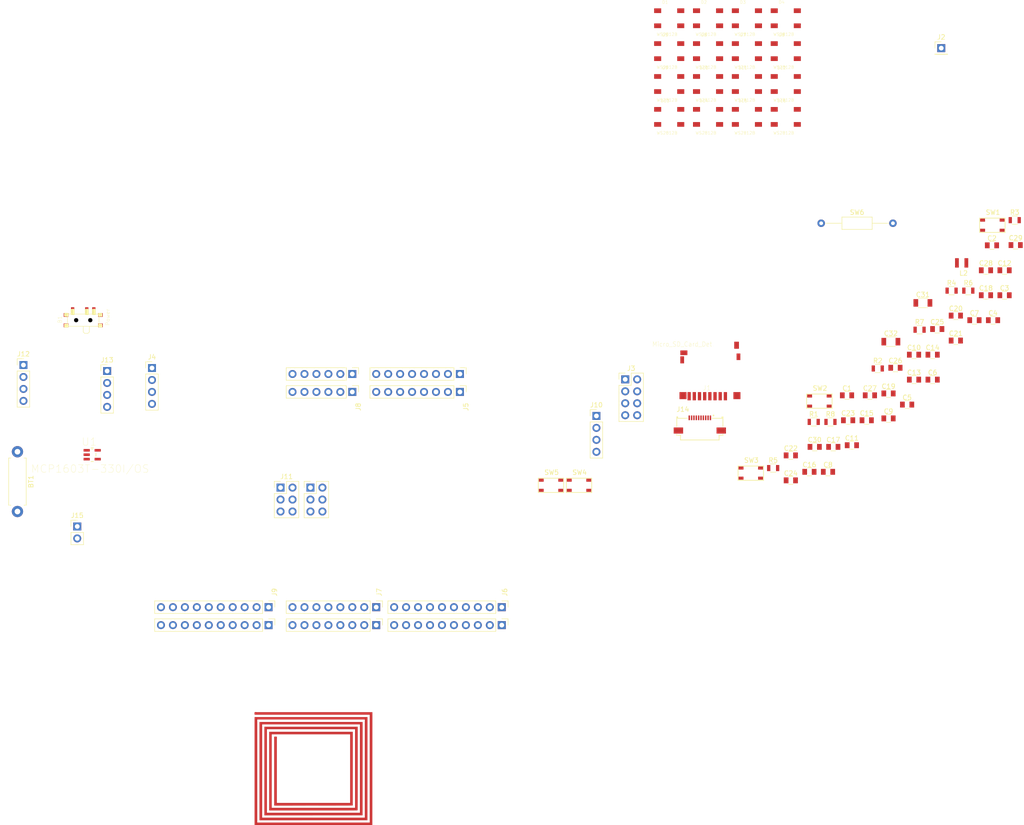
<source format=kicad_pcb>
(kicad_pcb (version 4) (host pcbnew 4.0.7-e1-6374~58~ubuntu14.04.1)

  (general
    (links 255)
    (no_connects 255)
    (area 0 0 0 0)
    (thickness 1.6)
    (drawings 0)
    (tracks 0)
    (zones 0)
    (modules 88)
    (nets 70)
  )

  (page A4)
  (layers
    (0 F.Cu signal)
    (31 B.Cu signal)
    (32 B.Adhes user)
    (33 F.Adhes user)
    (34 B.Paste user)
    (35 F.Paste user)
    (36 B.SilkS user)
    (37 F.SilkS user)
    (38 B.Mask user)
    (39 F.Mask user)
    (40 Dwgs.User user)
    (41 Cmts.User user)
    (42 Eco1.User user)
    (43 Eco2.User user)
    (44 Edge.Cuts user)
    (45 Margin user)
    (46 B.CrtYd user)
    (47 F.CrtYd user)
    (48 B.Fab user)
    (49 F.Fab user)
  )

  (setup
    (last_trace_width 0.25)
    (trace_clearance 0.2)
    (zone_clearance 0.508)
    (zone_45_only no)
    (trace_min 0.2)
    (segment_width 0.2)
    (edge_width 0.15)
    (via_size 0.6)
    (via_drill 0.4)
    (via_min_size 0.4)
    (via_min_drill 0.3)
    (uvia_size 0.3)
    (uvia_drill 0.1)
    (uvias_allowed no)
    (uvia_min_size 0.2)
    (uvia_min_drill 0.1)
    (pcb_text_width 0.3)
    (pcb_text_size 1.5 1.5)
    (mod_edge_width 0.15)
    (mod_text_size 1 1)
    (mod_text_width 0.15)
    (pad_size 1.524 1.524)
    (pad_drill 0.762)
    (pad_to_mask_clearance 0.2)
    (aux_axis_origin 0 0)
    (visible_elements FFFFFF7F)
    (pcbplotparams
      (layerselection 0x00030_80000001)
      (usegerberextensions false)
      (excludeedgelayer true)
      (linewidth 0.100000)
      (plotframeref false)
      (viasonmask false)
      (mode 1)
      (useauxorigin false)
      (hpglpennumber 1)
      (hpglpenspeed 20)
      (hpglpendiameter 15)
      (hpglpenoverlay 2)
      (psnegative false)
      (psa4output false)
      (plotreference true)
      (plotvalue true)
      (plotinvisibletext false)
      (padsonsilk false)
      (subtractmaskfromsilk false)
      (outputformat 1)
      (mirror false)
      (drillshape 1)
      (scaleselection 1)
      (outputdirectory ""))
  )

  (net 0 "")
  (net 1 "Net-(B1-Pad3)")
  (net 2 "Net-(B1-Pad2)")
  (net 3 "Net-(B1-Pad1)")
  (net 4 GND)
  (net 5 +3.3-SHIELD)
  (net 6 "Net-(D1-Pad4)")
  (net 7 "Net-(D1-Pad2)")
  (net 8 "Net-(D2-Pad2)")
  (net 9 "Net-(D3-Pad2)")
  (net 10 "Net-(D4-Pad2)")
  (net 11 "Net-(D5-Pad2)")
  (net 12 "Net-(D6-Pad2)")
  (net 13 "Net-(D7-Pad2)")
  (net 14 "Net-(D8-Pad2)")
  (net 15 "Net-(D10-Pad4)")
  (net 16 "Net-(D10-Pad2)")
  (net 17 "Net-(D11-Pad2)")
  (net 18 "Net-(D12-Pad2)")
  (net 19 "Net-(D13-Pad2)")
  (net 20 "Net-(D14-Pad2)")
  (net 21 "Net-(D15-Pad2)")
  (net 22 "Net-(D16-Pad2)")
  (net 23 "Net-(C32-Pad1)")
  (net 24 "Net-(L2-Pad2)")
  (net 25 P0.09)
  (net 26 P0.10)
  (net 27 "Net-(C25-Pad2)")
  (net 28 "Net-(C26-Pad2)")
  (net 29 "Net-(C27-Pad2)")
  (net 30 "Net-(C28-Pad2)")
  (net 31 "Net-(C29-Pad2)")
  (net 32 "Net-(C30-Pad2)")
  (net 33 "Net-(J1-Pad1)")
  (net 34 P0.07)
  (net 35 P0.06)
  (net 36 P0.05)
  (net 37 P0.04)
  (net 38 "Net-(J1-Pad8)")
  (net 39 P0.03)
  (net 40 P0.31)
  (net 41 P0.00)
  (net 42 P0.01)
  (net 43 RESET)
  (net 44 +5-USB)
  (net 45 "Net-(J5-Pad8)")
  (net 46 "Net-(J5A1-Pad8)")
  (net 47 P0.27)
  (net 48 P0.26)
  (net 49 P0.02)
  (net 50 P0.25)
  (net 51 P0.24)
  (net 52 P0.23)
  (net 53 P0.22)
  (net 54 P0.20)
  (net 55 P0.19)
  (net 56 P0.18)
  (net 57 P0.17)
  (net 58 P0.16)
  (net 59 P0.15)
  (net 60 P0.14)
  (net 61 P0.13)
  (net 62 P0.12)
  (net 63 P0.11)
  (net 64 P0.28)
  (net 65 P0.29)
  (net 66 P0.30)
  (net 67 P0.08)
  (net 68 P0.21)
  (net 69 "Net-(J14-Pad1)")

  (net_class Default "This is the default net class."
    (clearance 0.2)
    (trace_width 0.25)
    (via_dia 0.6)
    (via_drill 0.4)
    (uvia_dia 0.3)
    (uvia_drill 0.1)
    (add_net +3.3-SHIELD)
    (add_net +5-USB)
    (add_net GND)
    (add_net "Net-(B1-Pad1)")
    (add_net "Net-(B1-Pad2)")
    (add_net "Net-(B1-Pad3)")
    (add_net "Net-(C25-Pad2)")
    (add_net "Net-(C26-Pad2)")
    (add_net "Net-(C27-Pad2)")
    (add_net "Net-(C28-Pad2)")
    (add_net "Net-(C29-Pad2)")
    (add_net "Net-(C30-Pad2)")
    (add_net "Net-(C32-Pad1)")
    (add_net "Net-(D1-Pad2)")
    (add_net "Net-(D1-Pad4)")
    (add_net "Net-(D10-Pad2)")
    (add_net "Net-(D10-Pad4)")
    (add_net "Net-(D11-Pad2)")
    (add_net "Net-(D12-Pad2)")
    (add_net "Net-(D13-Pad2)")
    (add_net "Net-(D14-Pad2)")
    (add_net "Net-(D15-Pad2)")
    (add_net "Net-(D16-Pad2)")
    (add_net "Net-(D2-Pad2)")
    (add_net "Net-(D3-Pad2)")
    (add_net "Net-(D4-Pad2)")
    (add_net "Net-(D5-Pad2)")
    (add_net "Net-(D6-Pad2)")
    (add_net "Net-(D7-Pad2)")
    (add_net "Net-(D8-Pad2)")
    (add_net "Net-(J1-Pad1)")
    (add_net "Net-(J1-Pad8)")
    (add_net "Net-(J14-Pad1)")
    (add_net "Net-(J5-Pad8)")
    (add_net "Net-(J5A1-Pad8)")
    (add_net "Net-(L2-Pad2)")
    (add_net P0.00)
    (add_net P0.01)
    (add_net P0.02)
    (add_net P0.03)
    (add_net P0.04)
    (add_net P0.05)
    (add_net P0.06)
    (add_net P0.07)
    (add_net P0.08)
    (add_net P0.09)
    (add_net P0.10)
    (add_net P0.11)
    (add_net P0.12)
    (add_net P0.13)
    (add_net P0.14)
    (add_net P0.15)
    (add_net P0.16)
    (add_net P0.17)
    (add_net P0.18)
    (add_net P0.19)
    (add_net P0.20)
    (add_net P0.21)
    (add_net P0.22)
    (add_net P0.23)
    (add_net P0.24)
    (add_net P0.25)
    (add_net P0.26)
    (add_net P0.27)
    (add_net P0.28)
    (add_net P0.29)
    (add_net P0.30)
    (add_net P0.31)
    (add_net RESET)
  )

  (module SSSS810701:SSSS810701 (layer F.Cu) (tedit 0) (tstamp 59A210A3)
    (at 62.23 82.55)
    (path /59A003A3)
    (attr smd)
    (fp_text reference B1 (at -4.95585 -0.127073 90) (layer F.SilkS)
      (effects (font (size 0.800461 0.800461) (thickness 0.05)))
    )
    (fp_text value Power (at 5.21127 -0.635521 90) (layer F.SilkS)
      (effects (font (size 0.800656 0.800656) (thickness 0.05)))
    )
    (fp_poly (pts (xy -2.4502 -2.2) (xy -2.05 -2.2) (xy -2.05 -1.3001) (xy -2.4502 -1.3001)) (layer F.SilkS) (width 0.381))
    (fp_line (start 3.35 -1.3) (end -3.35 -1.3) (layer F.SilkS) (width 0.1))
    (fp_line (start -3.35 -1.3) (end -3.35 1.3) (layer F.SilkS) (width 0.1))
    (fp_line (start 0 1.3) (end 1.3 1.3) (layer F.SilkS) (width 0.1))
    (fp_line (start 1.3 1.3) (end 3.35 1.3) (layer F.SilkS) (width 0.1))
    (fp_line (start 3.35 1.3) (end 3.35 -1.3) (layer F.SilkS) (width 0.1))
    (fp_poly (pts (xy 0.550107 -2.2) (xy 0.95 -2.2) (xy 0.95 -1.30025) (xy 0.550107 -1.30025)) (layer F.SilkS) (width 0.381))
    (fp_poly (pts (xy 2.05175 -2.2) (xy 2.45 -2.2) (xy 2.45 -1.30111) (xy 2.05175 -1.30111)) (layer F.SilkS) (width 0.381))
    (fp_poly (pts (xy 3.35228 -1.35) (xy 3.85 -1.35) (xy 3.85 -0.950645) (xy 3.35228 -0.950645)) (layer F.SilkS) (width 0.381))
    (fp_poly (pts (xy 3.35025 0.95) (xy 3.85 0.95) (xy 3.85 1.3501) (xy 3.35025 1.3501)) (layer F.SilkS) (width 0.381))
    (fp_poly (pts (xy -3.85691 0.95) (xy -3.35 0.95) (xy -3.35 1.35242) (xy -3.85691 1.35242)) (layer F.SilkS) (width 0.381))
    (fp_poly (pts (xy -3.85685 -1.35) (xy -3.35 -1.35) (xy -3.35 -0.951691) (xy -3.85685 -0.951691)) (layer F.SilkS) (width 0.381))
    (fp_line (start 0 1.3) (end 0 2.5) (layer F.SilkS) (width 0.1))
    (fp_line (start 0 2.5) (end 0.3 2.8) (layer F.SilkS) (width 0.1))
    (fp_line (start 0.3 2.8) (end 1 2.8) (layer F.SilkS) (width 0.1))
    (fp_line (start 1 2.8) (end 1.3 2.5) (layer F.SilkS) (width 0.1))
    (fp_line (start 1.3 2.5) (end 1.3 1.3) (layer F.SilkS) (width 0.1))
    (fp_line (start 0 1.3) (end -3.35 1.3) (layer F.SilkS) (width 0.1))
    (pad 3 smd rect (at 2.25 -2) (size 0.7 1.5) (layers F.Cu F.Paste F.Mask)
      (net 1 "Net-(B1-Pad3)"))
    (pad 2 smd rect (at 0.75 -2) (size 0.7 1.5) (layers F.Cu F.Paste F.Mask)
      (net 2 "Net-(B1-Pad2)"))
    (pad 1 smd rect (at -2.25 -2) (size 0.7 1.5) (layers F.Cu F.Paste F.Mask)
      (net 3 "Net-(B1-Pad1)"))
    (pad Hole np_thru_hole circle (at 1.5 0) (size 0.9 0.9) (drill 0.9) (layers))
    (pad Hole np_thru_hole circle (at -1.5 0) (size 0.9 0.9) (drill 0.9) (layers))
    (pad 4.3 smd rect (at -3.65 1.1) (size 1 0.8) (layers F.Cu F.Paste F.Mask))
    (pad 4.1 smd rect (at -3.65 -1.1) (size 1 0.8) (layers F.Cu F.Paste F.Mask))
    (pad 4.2 smd rect (at 3.65 -1.1) (size 1 0.8) (layers F.Cu F.Paste F.Mask))
    (pad 4.4 smd rect (at 3.65 1.1) (size 1 0.8) (layers F.Cu F.Paste F.Mask))
  )

  (module Resistors_THT:R_Axial_DIN0411_L9.9mm_D3.6mm_P12.70mm_Horizontal (layer F.Cu) (tedit 5874F706) (tstamp 59A210A9)
    (at 48.26 110.49 270)
    (descr "Resistor, Axial_DIN0411 series, Axial, Horizontal, pin pitch=12.7mm, 1W = 1/1W, length*diameter=9.9*3.6mm^2")
    (tags "Resistor Axial_DIN0411 series Axial Horizontal pin pitch 12.7mm 1W = 1/1W length 9.9mm diameter 3.6mm")
    (path /59A00B07)
    (fp_text reference BT1 (at 6.35 -2.86 270) (layer F.SilkS)
      (effects (font (size 1 1) (thickness 0.15)))
    )
    (fp_text value Battery (at 6.35 2.86 270) (layer F.Fab)
      (effects (font (size 1 1) (thickness 0.15)))
    )
    (fp_line (start 1.4 -1.8) (end 1.4 1.8) (layer F.Fab) (width 0.1))
    (fp_line (start 1.4 1.8) (end 11.3 1.8) (layer F.Fab) (width 0.1))
    (fp_line (start 11.3 1.8) (end 11.3 -1.8) (layer F.Fab) (width 0.1))
    (fp_line (start 11.3 -1.8) (end 1.4 -1.8) (layer F.Fab) (width 0.1))
    (fp_line (start 0 0) (end 1.4 0) (layer F.Fab) (width 0.1))
    (fp_line (start 12.7 0) (end 11.3 0) (layer F.Fab) (width 0.1))
    (fp_line (start 1.34 -1.38) (end 1.34 -1.86) (layer F.SilkS) (width 0.12))
    (fp_line (start 1.34 -1.86) (end 11.36 -1.86) (layer F.SilkS) (width 0.12))
    (fp_line (start 11.36 -1.86) (end 11.36 -1.38) (layer F.SilkS) (width 0.12))
    (fp_line (start 1.34 1.38) (end 1.34 1.86) (layer F.SilkS) (width 0.12))
    (fp_line (start 1.34 1.86) (end 11.36 1.86) (layer F.SilkS) (width 0.12))
    (fp_line (start 11.36 1.86) (end 11.36 1.38) (layer F.SilkS) (width 0.12))
    (fp_line (start -1.45 -2.15) (end -1.45 2.15) (layer F.CrtYd) (width 0.05))
    (fp_line (start -1.45 2.15) (end 14.15 2.15) (layer F.CrtYd) (width 0.05))
    (fp_line (start 14.15 2.15) (end 14.15 -2.15) (layer F.CrtYd) (width 0.05))
    (fp_line (start 14.15 -2.15) (end -1.45 -2.15) (layer F.CrtYd) (width 0.05))
    (pad 1 thru_hole circle (at 0 0 270) (size 2.4 2.4) (drill 1.2) (layers *.Cu *.Mask)
      (net 2 "Net-(B1-Pad2)"))
    (pad 2 thru_hole oval (at 12.7 0 270) (size 2.4 2.4) (drill 1.2) (layers *.Cu *.Mask)
      (net 4 GND))
    (model ${KISYS3DMOD}/Resistors_THT.3dshapes/R_Axial_DIN0411_L9.9mm_D3.6mm_P12.70mm_Horizontal.wrl
      (at (xyz 0 0 0))
      (scale (xyz 0.393701 0.393701 0.393701))
      (rotate (xyz 0 0 0))
    )
  )

  (module Capacitors_SMD:C_0805 (layer F.Cu) (tedit 58AA8463) (tstamp 59A210AF)
    (at 224.459476 98.509)
    (descr "Capacitor SMD 0805, reflow soldering, AVX (see smccp.pdf)")
    (tags "capacitor 0805")
    (path /599B1FC8)
    (attr smd)
    (fp_text reference C1 (at 0 -1.5) (layer F.SilkS)
      (effects (font (size 1 1) (thickness 0.15)))
    )
    (fp_text value "300 pF" (at 0 1.75) (layer F.Fab)
      (effects (font (size 1 1) (thickness 0.15)))
    )
    (fp_text user %R (at 0 -1.5) (layer F.Fab)
      (effects (font (size 1 1) (thickness 0.15)))
    )
    (fp_line (start -1 0.62) (end -1 -0.62) (layer F.Fab) (width 0.1))
    (fp_line (start 1 0.62) (end -1 0.62) (layer F.Fab) (width 0.1))
    (fp_line (start 1 -0.62) (end 1 0.62) (layer F.Fab) (width 0.1))
    (fp_line (start -1 -0.62) (end 1 -0.62) (layer F.Fab) (width 0.1))
    (fp_line (start 0.5 -0.85) (end -0.5 -0.85) (layer F.SilkS) (width 0.12))
    (fp_line (start -0.5 0.85) (end 0.5 0.85) (layer F.SilkS) (width 0.12))
    (fp_line (start -1.75 -0.88) (end 1.75 -0.88) (layer F.CrtYd) (width 0.05))
    (fp_line (start -1.75 -0.88) (end -1.75 0.87) (layer F.CrtYd) (width 0.05))
    (fp_line (start 1.75 0.87) (end 1.75 -0.88) (layer F.CrtYd) (width 0.05))
    (fp_line (start 1.75 0.87) (end -1.75 0.87) (layer F.CrtYd) (width 0.05))
    (pad 1 smd rect (at -1 0) (size 1 1.25) (layers F.Cu F.Paste F.Mask)
      (net 4 GND))
    (pad 2 smd rect (at 1 0) (size 1 1.25) (layers F.Cu F.Paste F.Mask)
      (net 25 P0.09))
    (model Capacitors_SMD.3dshapes/C_0805.wrl
      (at (xyz 0 0 0))
      (scale (xyz 1 1 1))
      (rotate (xyz 0 0 0))
    )
  )

  (module Capacitors_SMD:C_0805 (layer F.Cu) (tedit 58AA8463) (tstamp 59A210B5)
    (at 255.249476 66.649)
    (descr "Capacitor SMD 0805, reflow soldering, AVX (see smccp.pdf)")
    (tags "capacitor 0805")
    (path /599B20A7)
    (attr smd)
    (fp_text reference C2 (at 0 -1.5) (layer F.SilkS)
      (effects (font (size 1 1) (thickness 0.15)))
    )
    (fp_text value "300 pF" (at 0 1.75) (layer F.Fab)
      (effects (font (size 1 1) (thickness 0.15)))
    )
    (fp_text user %R (at 0 -1.5) (layer F.Fab)
      (effects (font (size 1 1) (thickness 0.15)))
    )
    (fp_line (start -1 0.62) (end -1 -0.62) (layer F.Fab) (width 0.1))
    (fp_line (start 1 0.62) (end -1 0.62) (layer F.Fab) (width 0.1))
    (fp_line (start 1 -0.62) (end 1 0.62) (layer F.Fab) (width 0.1))
    (fp_line (start -1 -0.62) (end 1 -0.62) (layer F.Fab) (width 0.1))
    (fp_line (start 0.5 -0.85) (end -0.5 -0.85) (layer F.SilkS) (width 0.12))
    (fp_line (start -0.5 0.85) (end 0.5 0.85) (layer F.SilkS) (width 0.12))
    (fp_line (start -1.75 -0.88) (end 1.75 -0.88) (layer F.CrtYd) (width 0.05))
    (fp_line (start -1.75 -0.88) (end -1.75 0.87) (layer F.CrtYd) (width 0.05))
    (fp_line (start 1.75 0.87) (end 1.75 -0.88) (layer F.CrtYd) (width 0.05))
    (fp_line (start 1.75 0.87) (end -1.75 0.87) (layer F.CrtYd) (width 0.05))
    (pad 1 smd rect (at -1 0) (size 1 1.25) (layers F.Cu F.Paste F.Mask)
      (net 26 P0.10))
    (pad 2 smd rect (at 1 0) (size 1 1.25) (layers F.Cu F.Paste F.Mask)
      (net 4 GND))
    (model Capacitors_SMD.3dshapes/C_0805.wrl
      (at (xyz 0 0 0))
      (scale (xyz 1 1 1))
      (rotate (xyz 0 0 0))
    )
  )

  (module Capacitors_SMD:C_0805 (layer F.Cu) (tedit 58AA8463) (tstamp 59A210BB)
    (at 257.924001 77.249)
    (descr "Capacitor SMD 0805, reflow soldering, AVX (see smccp.pdf)")
    (tags "capacitor 0805")
    (path /599CD1C3)
    (attr smd)
    (fp_text reference C3 (at 0 -1.5) (layer F.SilkS)
      (effects (font (size 1 1) (thickness 0.15)))
    )
    (fp_text value 0.1 (at 0 1.75) (layer F.Fab)
      (effects (font (size 1 1) (thickness 0.15)))
    )
    (fp_text user %R (at 0 -1.5) (layer F.Fab)
      (effects (font (size 1 1) (thickness 0.15)))
    )
    (fp_line (start -1 0.62) (end -1 -0.62) (layer F.Fab) (width 0.1))
    (fp_line (start 1 0.62) (end -1 0.62) (layer F.Fab) (width 0.1))
    (fp_line (start 1 -0.62) (end 1 0.62) (layer F.Fab) (width 0.1))
    (fp_line (start -1 -0.62) (end 1 -0.62) (layer F.Fab) (width 0.1))
    (fp_line (start 0.5 -0.85) (end -0.5 -0.85) (layer F.SilkS) (width 0.12))
    (fp_line (start -0.5 0.85) (end 0.5 0.85) (layer F.SilkS) (width 0.12))
    (fp_line (start -1.75 -0.88) (end 1.75 -0.88) (layer F.CrtYd) (width 0.05))
    (fp_line (start -1.75 -0.88) (end -1.75 0.87) (layer F.CrtYd) (width 0.05))
    (fp_line (start 1.75 0.87) (end 1.75 -0.88) (layer F.CrtYd) (width 0.05))
    (fp_line (start 1.75 0.87) (end -1.75 0.87) (layer F.CrtYd) (width 0.05))
    (pad 1 smd rect (at -1 0) (size 1 1.25) (layers F.Cu F.Paste F.Mask)
      (net 5 +3.3-SHIELD))
    (pad 2 smd rect (at 1 0) (size 1 1.25) (layers F.Cu F.Paste F.Mask)
      (net 4 GND))
    (model Capacitors_SMD.3dshapes/C_0805.wrl
      (at (xyz 0 0 0))
      (scale (xyz 1 1 1))
      (rotate (xyz 0 0 0))
    )
  )

  (module Capacitors_SMD:C_0805 (layer F.Cu) (tedit 58AA8463) (tstamp 59A210C1)
    (at 255.474001 82.549)
    (descr "Capacitor SMD 0805, reflow soldering, AVX (see smccp.pdf)")
    (tags "capacitor 0805")
    (path /599CD0C4)
    (attr smd)
    (fp_text reference C4 (at 0 -1.5) (layer F.SilkS)
      (effects (font (size 1 1) (thickness 0.15)))
    )
    (fp_text value 0.1 (at 0 1.75) (layer F.Fab)
      (effects (font (size 1 1) (thickness 0.15)))
    )
    (fp_text user %R (at 0 -1.5) (layer F.Fab)
      (effects (font (size 1 1) (thickness 0.15)))
    )
    (fp_line (start -1 0.62) (end -1 -0.62) (layer F.Fab) (width 0.1))
    (fp_line (start 1 0.62) (end -1 0.62) (layer F.Fab) (width 0.1))
    (fp_line (start 1 -0.62) (end 1 0.62) (layer F.Fab) (width 0.1))
    (fp_line (start -1 -0.62) (end 1 -0.62) (layer F.Fab) (width 0.1))
    (fp_line (start 0.5 -0.85) (end -0.5 -0.85) (layer F.SilkS) (width 0.12))
    (fp_line (start -0.5 0.85) (end 0.5 0.85) (layer F.SilkS) (width 0.12))
    (fp_line (start -1.75 -0.88) (end 1.75 -0.88) (layer F.CrtYd) (width 0.05))
    (fp_line (start -1.75 -0.88) (end -1.75 0.87) (layer F.CrtYd) (width 0.05))
    (fp_line (start 1.75 0.87) (end 1.75 -0.88) (layer F.CrtYd) (width 0.05))
    (fp_line (start 1.75 0.87) (end -1.75 0.87) (layer F.CrtYd) (width 0.05))
    (pad 1 smd rect (at -1 0) (size 1 1.25) (layers F.Cu F.Paste F.Mask)
      (net 5 +3.3-SHIELD))
    (pad 2 smd rect (at 1 0) (size 1 1.25) (layers F.Cu F.Paste F.Mask)
      (net 4 GND))
    (model Capacitors_SMD.3dshapes/C_0805.wrl
      (at (xyz 0 0 0))
      (scale (xyz 1 1 1))
      (rotate (xyz 0 0 0))
    )
  )

  (module Capacitors_SMD:C_0805 (layer F.Cu) (tedit 58AA8463) (tstamp 59A210C7)
    (at 237.224001 100.479)
    (descr "Capacitor SMD 0805, reflow soldering, AVX (see smccp.pdf)")
    (tags "capacitor 0805")
    (path /599CC87B)
    (attr smd)
    (fp_text reference C5 (at 0 -1.5) (layer F.SilkS)
      (effects (font (size 1 1) (thickness 0.15)))
    )
    (fp_text value 0.1 (at 0 1.75) (layer F.Fab)
      (effects (font (size 1 1) (thickness 0.15)))
    )
    (fp_text user %R (at 0 -1.5) (layer F.Fab)
      (effects (font (size 1 1) (thickness 0.15)))
    )
    (fp_line (start -1 0.62) (end -1 -0.62) (layer F.Fab) (width 0.1))
    (fp_line (start 1 0.62) (end -1 0.62) (layer F.Fab) (width 0.1))
    (fp_line (start 1 -0.62) (end 1 0.62) (layer F.Fab) (width 0.1))
    (fp_line (start -1 -0.62) (end 1 -0.62) (layer F.Fab) (width 0.1))
    (fp_line (start 0.5 -0.85) (end -0.5 -0.85) (layer F.SilkS) (width 0.12))
    (fp_line (start -0.5 0.85) (end 0.5 0.85) (layer F.SilkS) (width 0.12))
    (fp_line (start -1.75 -0.88) (end 1.75 -0.88) (layer F.CrtYd) (width 0.05))
    (fp_line (start -1.75 -0.88) (end -1.75 0.87) (layer F.CrtYd) (width 0.05))
    (fp_line (start 1.75 0.87) (end 1.75 -0.88) (layer F.CrtYd) (width 0.05))
    (fp_line (start 1.75 0.87) (end -1.75 0.87) (layer F.CrtYd) (width 0.05))
    (pad 1 smd rect (at -1 0) (size 1 1.25) (layers F.Cu F.Paste F.Mask)
      (net 5 +3.3-SHIELD))
    (pad 2 smd rect (at 1 0) (size 1 1.25) (layers F.Cu F.Paste F.Mask)
      (net 4 GND))
    (model Capacitors_SMD.3dshapes/C_0805.wrl
      (at (xyz 0 0 0))
      (scale (xyz 1 1 1))
      (rotate (xyz 0 0 0))
    )
  )

  (module Capacitors_SMD:C_0805 (layer F.Cu) (tedit 58AA8463) (tstamp 59A210CD)
    (at 242.644001 95.179)
    (descr "Capacitor SMD 0805, reflow soldering, AVX (see smccp.pdf)")
    (tags "capacitor 0805")
    (path /599CC8F0)
    (attr smd)
    (fp_text reference C6 (at 0 -1.5) (layer F.SilkS)
      (effects (font (size 1 1) (thickness 0.15)))
    )
    (fp_text value 0.1 (at 0 1.75) (layer F.Fab)
      (effects (font (size 1 1) (thickness 0.15)))
    )
    (fp_text user %R (at 0 -1.5) (layer F.Fab)
      (effects (font (size 1 1) (thickness 0.15)))
    )
    (fp_line (start -1 0.62) (end -1 -0.62) (layer F.Fab) (width 0.1))
    (fp_line (start 1 0.62) (end -1 0.62) (layer F.Fab) (width 0.1))
    (fp_line (start 1 -0.62) (end 1 0.62) (layer F.Fab) (width 0.1))
    (fp_line (start -1 -0.62) (end 1 -0.62) (layer F.Fab) (width 0.1))
    (fp_line (start 0.5 -0.85) (end -0.5 -0.85) (layer F.SilkS) (width 0.12))
    (fp_line (start -0.5 0.85) (end 0.5 0.85) (layer F.SilkS) (width 0.12))
    (fp_line (start -1.75 -0.88) (end 1.75 -0.88) (layer F.CrtYd) (width 0.05))
    (fp_line (start -1.75 -0.88) (end -1.75 0.87) (layer F.CrtYd) (width 0.05))
    (fp_line (start 1.75 0.87) (end 1.75 -0.88) (layer F.CrtYd) (width 0.05))
    (fp_line (start 1.75 0.87) (end -1.75 0.87) (layer F.CrtYd) (width 0.05))
    (pad 1 smd rect (at -1 0) (size 1 1.25) (layers F.Cu F.Paste F.Mask)
      (net 5 +3.3-SHIELD))
    (pad 2 smd rect (at 1 0) (size 1 1.25) (layers F.Cu F.Paste F.Mask)
      (net 4 GND))
    (model Capacitors_SMD.3dshapes/C_0805.wrl
      (at (xyz 0 0 0))
      (scale (xyz 1 1 1))
      (rotate (xyz 0 0 0))
    )
  )

  (module Capacitors_SMD:C_0805 (layer F.Cu) (tedit 58AA8463) (tstamp 59A210D3)
    (at 251.524001 82.549)
    (descr "Capacitor SMD 0805, reflow soldering, AVX (see smccp.pdf)")
    (tags "capacitor 0805")
    (path /599CC954)
    (attr smd)
    (fp_text reference C7 (at 0 -1.5) (layer F.SilkS)
      (effects (font (size 1 1) (thickness 0.15)))
    )
    (fp_text value 0.1 (at 0 1.75) (layer F.Fab)
      (effects (font (size 1 1) (thickness 0.15)))
    )
    (fp_text user %R (at 0 -1.5) (layer F.Fab)
      (effects (font (size 1 1) (thickness 0.15)))
    )
    (fp_line (start -1 0.62) (end -1 -0.62) (layer F.Fab) (width 0.1))
    (fp_line (start 1 0.62) (end -1 0.62) (layer F.Fab) (width 0.1))
    (fp_line (start 1 -0.62) (end 1 0.62) (layer F.Fab) (width 0.1))
    (fp_line (start -1 -0.62) (end 1 -0.62) (layer F.Fab) (width 0.1))
    (fp_line (start 0.5 -0.85) (end -0.5 -0.85) (layer F.SilkS) (width 0.12))
    (fp_line (start -0.5 0.85) (end 0.5 0.85) (layer F.SilkS) (width 0.12))
    (fp_line (start -1.75 -0.88) (end 1.75 -0.88) (layer F.CrtYd) (width 0.05))
    (fp_line (start -1.75 -0.88) (end -1.75 0.87) (layer F.CrtYd) (width 0.05))
    (fp_line (start 1.75 0.87) (end 1.75 -0.88) (layer F.CrtYd) (width 0.05))
    (fp_line (start 1.75 0.87) (end -1.75 0.87) (layer F.CrtYd) (width 0.05))
    (pad 1 smd rect (at -1 0) (size 1 1.25) (layers F.Cu F.Paste F.Mask)
      (net 5 +3.3-SHIELD))
    (pad 2 smd rect (at 1 0) (size 1 1.25) (layers F.Cu F.Paste F.Mask)
      (net 4 GND))
    (model Capacitors_SMD.3dshapes/C_0805.wrl
      (at (xyz 0 0 0))
      (scale (xyz 1 1 1))
      (rotate (xyz 0 0 0))
    )
  )

  (module Capacitors_SMD:C_0805 (layer F.Cu) (tedit 58AA8463) (tstamp 59A210D9)
    (at 220.424001 114.759)
    (descr "Capacitor SMD 0805, reflow soldering, AVX (see smccp.pdf)")
    (tags "capacitor 0805")
    (path /599CCA4E)
    (attr smd)
    (fp_text reference C8 (at 0 -1.5) (layer F.SilkS)
      (effects (font (size 1 1) (thickness 0.15)))
    )
    (fp_text value 0.1 (at 0 1.75) (layer F.Fab)
      (effects (font (size 1 1) (thickness 0.15)))
    )
    (fp_text user %R (at 0 -1.5) (layer F.Fab)
      (effects (font (size 1 1) (thickness 0.15)))
    )
    (fp_line (start -1 0.62) (end -1 -0.62) (layer F.Fab) (width 0.1))
    (fp_line (start 1 0.62) (end -1 0.62) (layer F.Fab) (width 0.1))
    (fp_line (start 1 -0.62) (end 1 0.62) (layer F.Fab) (width 0.1))
    (fp_line (start -1 -0.62) (end 1 -0.62) (layer F.Fab) (width 0.1))
    (fp_line (start 0.5 -0.85) (end -0.5 -0.85) (layer F.SilkS) (width 0.12))
    (fp_line (start -0.5 0.85) (end 0.5 0.85) (layer F.SilkS) (width 0.12))
    (fp_line (start -1.75 -0.88) (end 1.75 -0.88) (layer F.CrtYd) (width 0.05))
    (fp_line (start -1.75 -0.88) (end -1.75 0.87) (layer F.CrtYd) (width 0.05))
    (fp_line (start 1.75 0.87) (end 1.75 -0.88) (layer F.CrtYd) (width 0.05))
    (fp_line (start 1.75 0.87) (end -1.75 0.87) (layer F.CrtYd) (width 0.05))
    (pad 1 smd rect (at -1 0) (size 1 1.25) (layers F.Cu F.Paste F.Mask)
      (net 5 +3.3-SHIELD))
    (pad 2 smd rect (at 1 0) (size 1 1.25) (layers F.Cu F.Paste F.Mask)
      (net 4 GND))
    (model Capacitors_SMD.3dshapes/C_0805.wrl
      (at (xyz 0 0 0))
      (scale (xyz 1 1 1))
      (rotate (xyz 0 0 0))
    )
  )

  (module Capacitors_SMD:C_0805 (layer F.Cu) (tedit 58AA8463) (tstamp 59A210DF)
    (at 233.274001 103.409)
    (descr "Capacitor SMD 0805, reflow soldering, AVX (see smccp.pdf)")
    (tags "capacitor 0805")
    (path /599CCA9D)
    (attr smd)
    (fp_text reference C9 (at 0 -1.5) (layer F.SilkS)
      (effects (font (size 1 1) (thickness 0.15)))
    )
    (fp_text value 0.1 (at 0 1.75) (layer F.Fab)
      (effects (font (size 1 1) (thickness 0.15)))
    )
    (fp_text user %R (at 0 -1.5) (layer F.Fab)
      (effects (font (size 1 1) (thickness 0.15)))
    )
    (fp_line (start -1 0.62) (end -1 -0.62) (layer F.Fab) (width 0.1))
    (fp_line (start 1 0.62) (end -1 0.62) (layer F.Fab) (width 0.1))
    (fp_line (start 1 -0.62) (end 1 0.62) (layer F.Fab) (width 0.1))
    (fp_line (start -1 -0.62) (end 1 -0.62) (layer F.Fab) (width 0.1))
    (fp_line (start 0.5 -0.85) (end -0.5 -0.85) (layer F.SilkS) (width 0.12))
    (fp_line (start -0.5 0.85) (end 0.5 0.85) (layer F.SilkS) (width 0.12))
    (fp_line (start -1.75 -0.88) (end 1.75 -0.88) (layer F.CrtYd) (width 0.05))
    (fp_line (start -1.75 -0.88) (end -1.75 0.87) (layer F.CrtYd) (width 0.05))
    (fp_line (start 1.75 0.87) (end 1.75 -0.88) (layer F.CrtYd) (width 0.05))
    (fp_line (start 1.75 0.87) (end -1.75 0.87) (layer F.CrtYd) (width 0.05))
    (pad 1 smd rect (at -1 0) (size 1 1.25) (layers F.Cu F.Paste F.Mask)
      (net 5 +3.3-SHIELD))
    (pad 2 smd rect (at 1 0) (size 1 1.25) (layers F.Cu F.Paste F.Mask)
      (net 4 GND))
    (model Capacitors_SMD.3dshapes/C_0805.wrl
      (at (xyz 0 0 0))
      (scale (xyz 1 1 1))
      (rotate (xyz 0 0 0))
    )
  )

  (module Capacitors_SMD:C_0805 (layer F.Cu) (tedit 58AA8463) (tstamp 59A210E5)
    (at 238.694001 89.879)
    (descr "Capacitor SMD 0805, reflow soldering, AVX (see smccp.pdf)")
    (tags "capacitor 0805")
    (path /599CCAFB)
    (attr smd)
    (fp_text reference C10 (at 0 -1.5) (layer F.SilkS)
      (effects (font (size 1 1) (thickness 0.15)))
    )
    (fp_text value 0.1 (at 0 1.75) (layer F.Fab)
      (effects (font (size 1 1) (thickness 0.15)))
    )
    (fp_text user %R (at 0 -1.5) (layer F.Fab)
      (effects (font (size 1 1) (thickness 0.15)))
    )
    (fp_line (start -1 0.62) (end -1 -0.62) (layer F.Fab) (width 0.1))
    (fp_line (start 1 0.62) (end -1 0.62) (layer F.Fab) (width 0.1))
    (fp_line (start 1 -0.62) (end 1 0.62) (layer F.Fab) (width 0.1))
    (fp_line (start -1 -0.62) (end 1 -0.62) (layer F.Fab) (width 0.1))
    (fp_line (start 0.5 -0.85) (end -0.5 -0.85) (layer F.SilkS) (width 0.12))
    (fp_line (start -0.5 0.85) (end 0.5 0.85) (layer F.SilkS) (width 0.12))
    (fp_line (start -1.75 -0.88) (end 1.75 -0.88) (layer F.CrtYd) (width 0.05))
    (fp_line (start -1.75 -0.88) (end -1.75 0.87) (layer F.CrtYd) (width 0.05))
    (fp_line (start 1.75 0.87) (end 1.75 -0.88) (layer F.CrtYd) (width 0.05))
    (fp_line (start 1.75 0.87) (end -1.75 0.87) (layer F.CrtYd) (width 0.05))
    (pad 1 smd rect (at -1 0) (size 1 1.25) (layers F.Cu F.Paste F.Mask)
      (net 5 +3.3-SHIELD))
    (pad 2 smd rect (at 1 0) (size 1 1.25) (layers F.Cu F.Paste F.Mask)
      (net 4 GND))
    (model Capacitors_SMD.3dshapes/C_0805.wrl
      (at (xyz 0 0 0))
      (scale (xyz 1 1 1))
      (rotate (xyz 0 0 0))
    )
  )

  (module Capacitors_SMD:C_0805 (layer F.Cu) (tedit 58AA8463) (tstamp 59A210EB)
    (at 225.494001 109.109)
    (descr "Capacitor SMD 0805, reflow soldering, AVX (see smccp.pdf)")
    (tags "capacitor 0805")
    (path /599CCB50)
    (attr smd)
    (fp_text reference C11 (at 0 -1.5) (layer F.SilkS)
      (effects (font (size 1 1) (thickness 0.15)))
    )
    (fp_text value 0.1 (at 0 1.75) (layer F.Fab)
      (effects (font (size 1 1) (thickness 0.15)))
    )
    (fp_text user %R (at 0 -1.5) (layer F.Fab)
      (effects (font (size 1 1) (thickness 0.15)))
    )
    (fp_line (start -1 0.62) (end -1 -0.62) (layer F.Fab) (width 0.1))
    (fp_line (start 1 0.62) (end -1 0.62) (layer F.Fab) (width 0.1))
    (fp_line (start 1 -0.62) (end 1 0.62) (layer F.Fab) (width 0.1))
    (fp_line (start -1 -0.62) (end 1 -0.62) (layer F.Fab) (width 0.1))
    (fp_line (start 0.5 -0.85) (end -0.5 -0.85) (layer F.SilkS) (width 0.12))
    (fp_line (start -0.5 0.85) (end 0.5 0.85) (layer F.SilkS) (width 0.12))
    (fp_line (start -1.75 -0.88) (end 1.75 -0.88) (layer F.CrtYd) (width 0.05))
    (fp_line (start -1.75 -0.88) (end -1.75 0.87) (layer F.CrtYd) (width 0.05))
    (fp_line (start 1.75 0.87) (end 1.75 -0.88) (layer F.CrtYd) (width 0.05))
    (fp_line (start 1.75 0.87) (end -1.75 0.87) (layer F.CrtYd) (width 0.05))
    (pad 1 smd rect (at -1 0) (size 1 1.25) (layers F.Cu F.Paste F.Mask)
      (net 5 +3.3-SHIELD))
    (pad 2 smd rect (at 1 0) (size 1 1.25) (layers F.Cu F.Paste F.Mask)
      (net 4 GND))
    (model Capacitors_SMD.3dshapes/C_0805.wrl
      (at (xyz 0 0 0))
      (scale (xyz 1 1 1))
      (rotate (xyz 0 0 0))
    )
  )

  (module Capacitors_SMD:C_0805 (layer F.Cu) (tedit 58AA8463) (tstamp 59A210F1)
    (at 257.924001 71.949)
    (descr "Capacitor SMD 0805, reflow soldering, AVX (see smccp.pdf)")
    (tags "capacitor 0805")
    (path /599CCBAE)
    (attr smd)
    (fp_text reference C12 (at 0 -1.5) (layer F.SilkS)
      (effects (font (size 1 1) (thickness 0.15)))
    )
    (fp_text value 0.1 (at 0 1.75) (layer F.Fab)
      (effects (font (size 1 1) (thickness 0.15)))
    )
    (fp_text user %R (at 0 -1.5) (layer F.Fab)
      (effects (font (size 1 1) (thickness 0.15)))
    )
    (fp_line (start -1 0.62) (end -1 -0.62) (layer F.Fab) (width 0.1))
    (fp_line (start 1 0.62) (end -1 0.62) (layer F.Fab) (width 0.1))
    (fp_line (start 1 -0.62) (end 1 0.62) (layer F.Fab) (width 0.1))
    (fp_line (start -1 -0.62) (end 1 -0.62) (layer F.Fab) (width 0.1))
    (fp_line (start 0.5 -0.85) (end -0.5 -0.85) (layer F.SilkS) (width 0.12))
    (fp_line (start -0.5 0.85) (end 0.5 0.85) (layer F.SilkS) (width 0.12))
    (fp_line (start -1.75 -0.88) (end 1.75 -0.88) (layer F.CrtYd) (width 0.05))
    (fp_line (start -1.75 -0.88) (end -1.75 0.87) (layer F.CrtYd) (width 0.05))
    (fp_line (start 1.75 0.87) (end 1.75 -0.88) (layer F.CrtYd) (width 0.05))
    (fp_line (start 1.75 0.87) (end -1.75 0.87) (layer F.CrtYd) (width 0.05))
    (pad 1 smd rect (at -1 0) (size 1 1.25) (layers F.Cu F.Paste F.Mask)
      (net 5 +3.3-SHIELD))
    (pad 2 smd rect (at 1 0) (size 1 1.25) (layers F.Cu F.Paste F.Mask)
      (net 4 GND))
    (model Capacitors_SMD.3dshapes/C_0805.wrl
      (at (xyz 0 0 0))
      (scale (xyz 1 1 1))
      (rotate (xyz 0 0 0))
    )
  )

  (module Capacitors_SMD:C_0805 (layer F.Cu) (tedit 58AA8463) (tstamp 59A210F7)
    (at 238.694001 95.179)
    (descr "Capacitor SMD 0805, reflow soldering, AVX (see smccp.pdf)")
    (tags "capacitor 0805")
    (path /599CCC21)
    (attr smd)
    (fp_text reference C13 (at 0 -1.5) (layer F.SilkS)
      (effects (font (size 1 1) (thickness 0.15)))
    )
    (fp_text value 0.1 (at 0 1.75) (layer F.Fab)
      (effects (font (size 1 1) (thickness 0.15)))
    )
    (fp_text user %R (at 0 -1.5) (layer F.Fab)
      (effects (font (size 1 1) (thickness 0.15)))
    )
    (fp_line (start -1 0.62) (end -1 -0.62) (layer F.Fab) (width 0.1))
    (fp_line (start 1 0.62) (end -1 0.62) (layer F.Fab) (width 0.1))
    (fp_line (start 1 -0.62) (end 1 0.62) (layer F.Fab) (width 0.1))
    (fp_line (start -1 -0.62) (end 1 -0.62) (layer F.Fab) (width 0.1))
    (fp_line (start 0.5 -0.85) (end -0.5 -0.85) (layer F.SilkS) (width 0.12))
    (fp_line (start -0.5 0.85) (end 0.5 0.85) (layer F.SilkS) (width 0.12))
    (fp_line (start -1.75 -0.88) (end 1.75 -0.88) (layer F.CrtYd) (width 0.05))
    (fp_line (start -1.75 -0.88) (end -1.75 0.87) (layer F.CrtYd) (width 0.05))
    (fp_line (start 1.75 0.87) (end 1.75 -0.88) (layer F.CrtYd) (width 0.05))
    (fp_line (start 1.75 0.87) (end -1.75 0.87) (layer F.CrtYd) (width 0.05))
    (pad 1 smd rect (at -1 0) (size 1 1.25) (layers F.Cu F.Paste F.Mask)
      (net 5 +3.3-SHIELD))
    (pad 2 smd rect (at 1 0) (size 1 1.25) (layers F.Cu F.Paste F.Mask)
      (net 4 GND))
    (model Capacitors_SMD.3dshapes/C_0805.wrl
      (at (xyz 0 0 0))
      (scale (xyz 1 1 1))
      (rotate (xyz 0 0 0))
    )
  )

  (module Capacitors_SMD:C_0805 (layer F.Cu) (tedit 58AA8463) (tstamp 59A210FD)
    (at 242.644001 89.879)
    (descr "Capacitor SMD 0805, reflow soldering, AVX (see smccp.pdf)")
    (tags "capacitor 0805")
    (path /599CD2C3)
    (attr smd)
    (fp_text reference C14 (at 0 -1.5) (layer F.SilkS)
      (effects (font (size 1 1) (thickness 0.15)))
    )
    (fp_text value 0.1 (at 0 1.75) (layer F.Fab)
      (effects (font (size 1 1) (thickness 0.15)))
    )
    (fp_text user %R (at 0 -1.5) (layer F.Fab)
      (effects (font (size 1 1) (thickness 0.15)))
    )
    (fp_line (start -1 0.62) (end -1 -0.62) (layer F.Fab) (width 0.1))
    (fp_line (start 1 0.62) (end -1 0.62) (layer F.Fab) (width 0.1))
    (fp_line (start 1 -0.62) (end 1 0.62) (layer F.Fab) (width 0.1))
    (fp_line (start -1 -0.62) (end 1 -0.62) (layer F.Fab) (width 0.1))
    (fp_line (start 0.5 -0.85) (end -0.5 -0.85) (layer F.SilkS) (width 0.12))
    (fp_line (start -0.5 0.85) (end 0.5 0.85) (layer F.SilkS) (width 0.12))
    (fp_line (start -1.75 -0.88) (end 1.75 -0.88) (layer F.CrtYd) (width 0.05))
    (fp_line (start -1.75 -0.88) (end -1.75 0.87) (layer F.CrtYd) (width 0.05))
    (fp_line (start 1.75 0.87) (end 1.75 -0.88) (layer F.CrtYd) (width 0.05))
    (fp_line (start 1.75 0.87) (end -1.75 0.87) (layer F.CrtYd) (width 0.05))
    (pad 1 smd rect (at -1 0) (size 1 1.25) (layers F.Cu F.Paste F.Mask)
      (net 4 GND))
    (pad 2 smd rect (at 1 0) (size 1 1.25) (layers F.Cu F.Paste F.Mask)
      (net 5 +3.3-SHIELD))
    (model Capacitors_SMD.3dshapes/C_0805.wrl
      (at (xyz 0 0 0))
      (scale (xyz 1 1 1))
      (rotate (xyz 0 0 0))
    )
  )

  (module Capacitors_SMD:C_0805 (layer F.Cu) (tedit 58AA8463) (tstamp 59A21103)
    (at 228.644001 103.809)
    (descr "Capacitor SMD 0805, reflow soldering, AVX (see smccp.pdf)")
    (tags "capacitor 0805")
    (path /599CD140)
    (attr smd)
    (fp_text reference C15 (at 0 -1.5) (layer F.SilkS)
      (effects (font (size 1 1) (thickness 0.15)))
    )
    (fp_text value 0.1 (at 0 1.75) (layer F.Fab)
      (effects (font (size 1 1) (thickness 0.15)))
    )
    (fp_text user %R (at 0 -1.5) (layer F.Fab)
      (effects (font (size 1 1) (thickness 0.15)))
    )
    (fp_line (start -1 0.62) (end -1 -0.62) (layer F.Fab) (width 0.1))
    (fp_line (start 1 0.62) (end -1 0.62) (layer F.Fab) (width 0.1))
    (fp_line (start 1 -0.62) (end 1 0.62) (layer F.Fab) (width 0.1))
    (fp_line (start -1 -0.62) (end 1 -0.62) (layer F.Fab) (width 0.1))
    (fp_line (start 0.5 -0.85) (end -0.5 -0.85) (layer F.SilkS) (width 0.12))
    (fp_line (start -0.5 0.85) (end 0.5 0.85) (layer F.SilkS) (width 0.12))
    (fp_line (start -1.75 -0.88) (end 1.75 -0.88) (layer F.CrtYd) (width 0.05))
    (fp_line (start -1.75 -0.88) (end -1.75 0.87) (layer F.CrtYd) (width 0.05))
    (fp_line (start 1.75 0.87) (end 1.75 -0.88) (layer F.CrtYd) (width 0.05))
    (fp_line (start 1.75 0.87) (end -1.75 0.87) (layer F.CrtYd) (width 0.05))
    (pad 1 smd rect (at -1 0) (size 1 1.25) (layers F.Cu F.Paste F.Mask)
      (net 4 GND))
    (pad 2 smd rect (at 1 0) (size 1 1.25) (layers F.Cu F.Paste F.Mask)
      (net 5 +3.3-SHIELD))
    (model Capacitors_SMD.3dshapes/C_0805.wrl
      (at (xyz 0 0 0))
      (scale (xyz 1 1 1))
      (rotate (xyz 0 0 0))
    )
  )

  (module Capacitors_SMD:C_0805 (layer F.Cu) (tedit 58AA8463) (tstamp 59A21109)
    (at 216.474001 114.759)
    (descr "Capacitor SMD 0805, reflow soldering, AVX (see smccp.pdf)")
    (tags "capacitor 0805")
    (path /599CCC83)
    (attr smd)
    (fp_text reference C16 (at 0 -1.5) (layer F.SilkS)
      (effects (font (size 1 1) (thickness 0.15)))
    )
    (fp_text value 0.1 (at 0 1.75) (layer F.Fab)
      (effects (font (size 1 1) (thickness 0.15)))
    )
    (fp_text user %R (at 0 -1.5) (layer F.Fab)
      (effects (font (size 1 1) (thickness 0.15)))
    )
    (fp_line (start -1 0.62) (end -1 -0.62) (layer F.Fab) (width 0.1))
    (fp_line (start 1 0.62) (end -1 0.62) (layer F.Fab) (width 0.1))
    (fp_line (start 1 -0.62) (end 1 0.62) (layer F.Fab) (width 0.1))
    (fp_line (start -1 -0.62) (end 1 -0.62) (layer F.Fab) (width 0.1))
    (fp_line (start 0.5 -0.85) (end -0.5 -0.85) (layer F.SilkS) (width 0.12))
    (fp_line (start -0.5 0.85) (end 0.5 0.85) (layer F.SilkS) (width 0.12))
    (fp_line (start -1.75 -0.88) (end 1.75 -0.88) (layer F.CrtYd) (width 0.05))
    (fp_line (start -1.75 -0.88) (end -1.75 0.87) (layer F.CrtYd) (width 0.05))
    (fp_line (start 1.75 0.87) (end 1.75 -0.88) (layer F.CrtYd) (width 0.05))
    (fp_line (start 1.75 0.87) (end -1.75 0.87) (layer F.CrtYd) (width 0.05))
    (pad 1 smd rect (at -1 0) (size 1 1.25) (layers F.Cu F.Paste F.Mask)
      (net 4 GND))
    (pad 2 smd rect (at 1 0) (size 1 1.25) (layers F.Cu F.Paste F.Mask)
      (net 5 +3.3-SHIELD))
    (model Capacitors_SMD.3dshapes/C_0805.wrl
      (at (xyz 0 0 0))
      (scale (xyz 1 1 1))
      (rotate (xyz 0 0 0))
    )
  )

  (module Capacitors_SMD:C_0805 (layer F.Cu) (tedit 58AA8463) (tstamp 59A2110F)
    (at 221.544001 109.459)
    (descr "Capacitor SMD 0805, reflow soldering, AVX (see smccp.pdf)")
    (tags "capacitor 0805")
    (path /599CCD14)
    (attr smd)
    (fp_text reference C17 (at 0 -1.5) (layer F.SilkS)
      (effects (font (size 1 1) (thickness 0.15)))
    )
    (fp_text value 0.1 (at 0 1.75) (layer F.Fab)
      (effects (font (size 1 1) (thickness 0.15)))
    )
    (fp_text user %R (at 0 -1.5) (layer F.Fab)
      (effects (font (size 1 1) (thickness 0.15)))
    )
    (fp_line (start -1 0.62) (end -1 -0.62) (layer F.Fab) (width 0.1))
    (fp_line (start 1 0.62) (end -1 0.62) (layer F.Fab) (width 0.1))
    (fp_line (start 1 -0.62) (end 1 0.62) (layer F.Fab) (width 0.1))
    (fp_line (start -1 -0.62) (end 1 -0.62) (layer F.Fab) (width 0.1))
    (fp_line (start 0.5 -0.85) (end -0.5 -0.85) (layer F.SilkS) (width 0.12))
    (fp_line (start -0.5 0.85) (end 0.5 0.85) (layer F.SilkS) (width 0.12))
    (fp_line (start -1.75 -0.88) (end 1.75 -0.88) (layer F.CrtYd) (width 0.05))
    (fp_line (start -1.75 -0.88) (end -1.75 0.87) (layer F.CrtYd) (width 0.05))
    (fp_line (start 1.75 0.87) (end 1.75 -0.88) (layer F.CrtYd) (width 0.05))
    (fp_line (start 1.75 0.87) (end -1.75 0.87) (layer F.CrtYd) (width 0.05))
    (pad 1 smd rect (at -1 0) (size 1 1.25) (layers F.Cu F.Paste F.Mask)
      (net 4 GND))
    (pad 2 smd rect (at 1 0) (size 1 1.25) (layers F.Cu F.Paste F.Mask)
      (net 5 +3.3-SHIELD))
    (model Capacitors_SMD.3dshapes/C_0805.wrl
      (at (xyz 0 0 0))
      (scale (xyz 1 1 1))
      (rotate (xyz 0 0 0))
    )
  )

  (module Capacitors_SMD:C_0805 (layer F.Cu) (tedit 58AA8463) (tstamp 59A21115)
    (at 253.974001 77.249)
    (descr "Capacitor SMD 0805, reflow soldering, AVX (see smccp.pdf)")
    (tags "capacitor 0805")
    (path /599CCD7C)
    (attr smd)
    (fp_text reference C18 (at 0 -1.5) (layer F.SilkS)
      (effects (font (size 1 1) (thickness 0.15)))
    )
    (fp_text value 0.1 (at 0 1.75) (layer F.Fab)
      (effects (font (size 1 1) (thickness 0.15)))
    )
    (fp_text user %R (at 0 -1.5) (layer F.Fab)
      (effects (font (size 1 1) (thickness 0.15)))
    )
    (fp_line (start -1 0.62) (end -1 -0.62) (layer F.Fab) (width 0.1))
    (fp_line (start 1 0.62) (end -1 0.62) (layer F.Fab) (width 0.1))
    (fp_line (start 1 -0.62) (end 1 0.62) (layer F.Fab) (width 0.1))
    (fp_line (start -1 -0.62) (end 1 -0.62) (layer F.Fab) (width 0.1))
    (fp_line (start 0.5 -0.85) (end -0.5 -0.85) (layer F.SilkS) (width 0.12))
    (fp_line (start -0.5 0.85) (end 0.5 0.85) (layer F.SilkS) (width 0.12))
    (fp_line (start -1.75 -0.88) (end 1.75 -0.88) (layer F.CrtYd) (width 0.05))
    (fp_line (start -1.75 -0.88) (end -1.75 0.87) (layer F.CrtYd) (width 0.05))
    (fp_line (start 1.75 0.87) (end 1.75 -0.88) (layer F.CrtYd) (width 0.05))
    (fp_line (start 1.75 0.87) (end -1.75 0.87) (layer F.CrtYd) (width 0.05))
    (pad 1 smd rect (at -1 0) (size 1 1.25) (layers F.Cu F.Paste F.Mask)
      (net 4 GND))
    (pad 2 smd rect (at 1 0) (size 1 1.25) (layers F.Cu F.Paste F.Mask)
      (net 5 +3.3-SHIELD))
    (model Capacitors_SMD.3dshapes/C_0805.wrl
      (at (xyz 0 0 0))
      (scale (xyz 1 1 1))
      (rotate (xyz 0 0 0))
    )
  )

  (module Capacitors_SMD:C_0805 (layer F.Cu) (tedit 58AA8463) (tstamp 59A2111B)
    (at 233.274001 98.109)
    (descr "Capacitor SMD 0805, reflow soldering, AVX (see smccp.pdf)")
    (tags "capacitor 0805")
    (path /599CCDE7)
    (attr smd)
    (fp_text reference C19 (at 0 -1.5) (layer F.SilkS)
      (effects (font (size 1 1) (thickness 0.15)))
    )
    (fp_text value 0.1 (at 0 1.75) (layer F.Fab)
      (effects (font (size 1 1) (thickness 0.15)))
    )
    (fp_text user %R (at 0 -1.5) (layer F.Fab)
      (effects (font (size 1 1) (thickness 0.15)))
    )
    (fp_line (start -1 0.62) (end -1 -0.62) (layer F.Fab) (width 0.1))
    (fp_line (start 1 0.62) (end -1 0.62) (layer F.Fab) (width 0.1))
    (fp_line (start 1 -0.62) (end 1 0.62) (layer F.Fab) (width 0.1))
    (fp_line (start -1 -0.62) (end 1 -0.62) (layer F.Fab) (width 0.1))
    (fp_line (start 0.5 -0.85) (end -0.5 -0.85) (layer F.SilkS) (width 0.12))
    (fp_line (start -0.5 0.85) (end 0.5 0.85) (layer F.SilkS) (width 0.12))
    (fp_line (start -1.75 -0.88) (end 1.75 -0.88) (layer F.CrtYd) (width 0.05))
    (fp_line (start -1.75 -0.88) (end -1.75 0.87) (layer F.CrtYd) (width 0.05))
    (fp_line (start 1.75 0.87) (end 1.75 -0.88) (layer F.CrtYd) (width 0.05))
    (fp_line (start 1.75 0.87) (end -1.75 0.87) (layer F.CrtYd) (width 0.05))
    (pad 1 smd rect (at -1 0) (size 1 1.25) (layers F.Cu F.Paste F.Mask)
      (net 4 GND))
    (pad 2 smd rect (at 1 0) (size 1 1.25) (layers F.Cu F.Paste F.Mask)
      (net 5 +3.3-SHIELD))
    (model Capacitors_SMD.3dshapes/C_0805.wrl
      (at (xyz 0 0 0))
      (scale (xyz 1 1 1))
      (rotate (xyz 0 0 0))
    )
  )

  (module Capacitors_SMD:C_0805 (layer F.Cu) (tedit 58AA8463) (tstamp 59A21121)
    (at 247.574001 81.579)
    (descr "Capacitor SMD 0805, reflow soldering, AVX (see smccp.pdf)")
    (tags "capacitor 0805")
    (path /599CCE51)
    (attr smd)
    (fp_text reference C20 (at 0 -1.5) (layer F.SilkS)
      (effects (font (size 1 1) (thickness 0.15)))
    )
    (fp_text value 0.1 (at 0 1.75) (layer F.Fab)
      (effects (font (size 1 1) (thickness 0.15)))
    )
    (fp_text user %R (at 0 -1.5) (layer F.Fab)
      (effects (font (size 1 1) (thickness 0.15)))
    )
    (fp_line (start -1 0.62) (end -1 -0.62) (layer F.Fab) (width 0.1))
    (fp_line (start 1 0.62) (end -1 0.62) (layer F.Fab) (width 0.1))
    (fp_line (start 1 -0.62) (end 1 0.62) (layer F.Fab) (width 0.1))
    (fp_line (start -1 -0.62) (end 1 -0.62) (layer F.Fab) (width 0.1))
    (fp_line (start 0.5 -0.85) (end -0.5 -0.85) (layer F.SilkS) (width 0.12))
    (fp_line (start -0.5 0.85) (end 0.5 0.85) (layer F.SilkS) (width 0.12))
    (fp_line (start -1.75 -0.88) (end 1.75 -0.88) (layer F.CrtYd) (width 0.05))
    (fp_line (start -1.75 -0.88) (end -1.75 0.87) (layer F.CrtYd) (width 0.05))
    (fp_line (start 1.75 0.87) (end 1.75 -0.88) (layer F.CrtYd) (width 0.05))
    (fp_line (start 1.75 0.87) (end -1.75 0.87) (layer F.CrtYd) (width 0.05))
    (pad 1 smd rect (at -1 0) (size 1 1.25) (layers F.Cu F.Paste F.Mask)
      (net 4 GND))
    (pad 2 smd rect (at 1 0) (size 1 1.25) (layers F.Cu F.Paste F.Mask)
      (net 5 +3.3-SHIELD))
    (model Capacitors_SMD.3dshapes/C_0805.wrl
      (at (xyz 0 0 0))
      (scale (xyz 1 1 1))
      (rotate (xyz 0 0 0))
    )
  )

  (module Capacitors_SMD:C_0805 (layer F.Cu) (tedit 58AA8463) (tstamp 59A21127)
    (at 247.574001 86.879)
    (descr "Capacitor SMD 0805, reflow soldering, AVX (see smccp.pdf)")
    (tags "capacitor 0805")
    (path /599CCEBE)
    (attr smd)
    (fp_text reference C21 (at 0 -1.5) (layer F.SilkS)
      (effects (font (size 1 1) (thickness 0.15)))
    )
    (fp_text value 0.1 (at 0 1.75) (layer F.Fab)
      (effects (font (size 1 1) (thickness 0.15)))
    )
    (fp_text user %R (at 0 -1.5) (layer F.Fab)
      (effects (font (size 1 1) (thickness 0.15)))
    )
    (fp_line (start -1 0.62) (end -1 -0.62) (layer F.Fab) (width 0.1))
    (fp_line (start 1 0.62) (end -1 0.62) (layer F.Fab) (width 0.1))
    (fp_line (start 1 -0.62) (end 1 0.62) (layer F.Fab) (width 0.1))
    (fp_line (start -1 -0.62) (end 1 -0.62) (layer F.Fab) (width 0.1))
    (fp_line (start 0.5 -0.85) (end -0.5 -0.85) (layer F.SilkS) (width 0.12))
    (fp_line (start -0.5 0.85) (end 0.5 0.85) (layer F.SilkS) (width 0.12))
    (fp_line (start -1.75 -0.88) (end 1.75 -0.88) (layer F.CrtYd) (width 0.05))
    (fp_line (start -1.75 -0.88) (end -1.75 0.87) (layer F.CrtYd) (width 0.05))
    (fp_line (start 1.75 0.87) (end 1.75 -0.88) (layer F.CrtYd) (width 0.05))
    (fp_line (start 1.75 0.87) (end -1.75 0.87) (layer F.CrtYd) (width 0.05))
    (pad 1 smd rect (at -1 0) (size 1 1.25) (layers F.Cu F.Paste F.Mask)
      (net 4 GND))
    (pad 2 smd rect (at 1 0) (size 1 1.25) (layers F.Cu F.Paste F.Mask)
      (net 5 +3.3-SHIELD))
    (model Capacitors_SMD.3dshapes/C_0805.wrl
      (at (xyz 0 0 0))
      (scale (xyz 1 1 1))
      (rotate (xyz 0 0 0))
    )
  )

  (module Capacitors_SMD:C_0805 (layer F.Cu) (tedit 58AA8463) (tstamp 59A2112D)
    (at 212.524001 111.269)
    (descr "Capacitor SMD 0805, reflow soldering, AVX (see smccp.pdf)")
    (tags "capacitor 0805")
    (path /599CCF2E)
    (attr smd)
    (fp_text reference C22 (at 0 -1.5) (layer F.SilkS)
      (effects (font (size 1 1) (thickness 0.15)))
    )
    (fp_text value 0.1 (at 0 1.75) (layer F.Fab)
      (effects (font (size 1 1) (thickness 0.15)))
    )
    (fp_text user %R (at 0 -1.5) (layer F.Fab)
      (effects (font (size 1 1) (thickness 0.15)))
    )
    (fp_line (start -1 0.62) (end -1 -0.62) (layer F.Fab) (width 0.1))
    (fp_line (start 1 0.62) (end -1 0.62) (layer F.Fab) (width 0.1))
    (fp_line (start 1 -0.62) (end 1 0.62) (layer F.Fab) (width 0.1))
    (fp_line (start -1 -0.62) (end 1 -0.62) (layer F.Fab) (width 0.1))
    (fp_line (start 0.5 -0.85) (end -0.5 -0.85) (layer F.SilkS) (width 0.12))
    (fp_line (start -0.5 0.85) (end 0.5 0.85) (layer F.SilkS) (width 0.12))
    (fp_line (start -1.75 -0.88) (end 1.75 -0.88) (layer F.CrtYd) (width 0.05))
    (fp_line (start -1.75 -0.88) (end -1.75 0.87) (layer F.CrtYd) (width 0.05))
    (fp_line (start 1.75 0.87) (end 1.75 -0.88) (layer F.CrtYd) (width 0.05))
    (fp_line (start 1.75 0.87) (end -1.75 0.87) (layer F.CrtYd) (width 0.05))
    (pad 1 smd rect (at -1 0) (size 1 1.25) (layers F.Cu F.Paste F.Mask)
      (net 4 GND))
    (pad 2 smd rect (at 1 0) (size 1 1.25) (layers F.Cu F.Paste F.Mask)
      (net 5 +3.3-SHIELD))
    (model Capacitors_SMD.3dshapes/C_0805.wrl
      (at (xyz 0 0 0))
      (scale (xyz 1 1 1))
      (rotate (xyz 0 0 0))
    )
  )

  (module Capacitors_SMD:C_0805 (layer F.Cu) (tedit 58AA8463) (tstamp 59A21133)
    (at 224.694001 103.809)
    (descr "Capacitor SMD 0805, reflow soldering, AVX (see smccp.pdf)")
    (tags "capacitor 0805")
    (path /599CCFA1)
    (attr smd)
    (fp_text reference C23 (at 0 -1.5) (layer F.SilkS)
      (effects (font (size 1 1) (thickness 0.15)))
    )
    (fp_text value 0.1 (at 0 1.75) (layer F.Fab)
      (effects (font (size 1 1) (thickness 0.15)))
    )
    (fp_text user %R (at 0 -1.5) (layer F.Fab)
      (effects (font (size 1 1) (thickness 0.15)))
    )
    (fp_line (start -1 0.62) (end -1 -0.62) (layer F.Fab) (width 0.1))
    (fp_line (start 1 0.62) (end -1 0.62) (layer F.Fab) (width 0.1))
    (fp_line (start 1 -0.62) (end 1 0.62) (layer F.Fab) (width 0.1))
    (fp_line (start -1 -0.62) (end 1 -0.62) (layer F.Fab) (width 0.1))
    (fp_line (start 0.5 -0.85) (end -0.5 -0.85) (layer F.SilkS) (width 0.12))
    (fp_line (start -0.5 0.85) (end 0.5 0.85) (layer F.SilkS) (width 0.12))
    (fp_line (start -1.75 -0.88) (end 1.75 -0.88) (layer F.CrtYd) (width 0.05))
    (fp_line (start -1.75 -0.88) (end -1.75 0.87) (layer F.CrtYd) (width 0.05))
    (fp_line (start 1.75 0.87) (end 1.75 -0.88) (layer F.CrtYd) (width 0.05))
    (fp_line (start 1.75 0.87) (end -1.75 0.87) (layer F.CrtYd) (width 0.05))
    (pad 1 smd rect (at -1 0) (size 1 1.25) (layers F.Cu F.Paste F.Mask)
      (net 4 GND))
    (pad 2 smd rect (at 1 0) (size 1 1.25) (layers F.Cu F.Paste F.Mask)
      (net 5 +3.3-SHIELD))
    (model Capacitors_SMD.3dshapes/C_0805.wrl
      (at (xyz 0 0 0))
      (scale (xyz 1 1 1))
      (rotate (xyz 0 0 0))
    )
  )

  (module Capacitors_SMD:C_0805 (layer F.Cu) (tedit 58AA8463) (tstamp 59A21139)
    (at 212.524001 116.569)
    (descr "Capacitor SMD 0805, reflow soldering, AVX (see smccp.pdf)")
    (tags "capacitor 0805")
    (path /599CD01B)
    (attr smd)
    (fp_text reference C24 (at 0 -1.5) (layer F.SilkS)
      (effects (font (size 1 1) (thickness 0.15)))
    )
    (fp_text value 0.1 (at 0 1.75) (layer F.Fab)
      (effects (font (size 1 1) (thickness 0.15)))
    )
    (fp_text user %R (at 0 -1.5) (layer F.Fab)
      (effects (font (size 1 1) (thickness 0.15)))
    )
    (fp_line (start -1 0.62) (end -1 -0.62) (layer F.Fab) (width 0.1))
    (fp_line (start 1 0.62) (end -1 0.62) (layer F.Fab) (width 0.1))
    (fp_line (start 1 -0.62) (end 1 0.62) (layer F.Fab) (width 0.1))
    (fp_line (start -1 -0.62) (end 1 -0.62) (layer F.Fab) (width 0.1))
    (fp_line (start 0.5 -0.85) (end -0.5 -0.85) (layer F.SilkS) (width 0.12))
    (fp_line (start -0.5 0.85) (end 0.5 0.85) (layer F.SilkS) (width 0.12))
    (fp_line (start -1.75 -0.88) (end 1.75 -0.88) (layer F.CrtYd) (width 0.05))
    (fp_line (start -1.75 -0.88) (end -1.75 0.87) (layer F.CrtYd) (width 0.05))
    (fp_line (start 1.75 0.87) (end 1.75 -0.88) (layer F.CrtYd) (width 0.05))
    (fp_line (start 1.75 0.87) (end -1.75 0.87) (layer F.CrtYd) (width 0.05))
    (pad 1 smd rect (at -1 0) (size 1 1.25) (layers F.Cu F.Paste F.Mask)
      (net 4 GND))
    (pad 2 smd rect (at 1 0) (size 1 1.25) (layers F.Cu F.Paste F.Mask)
      (net 5 +3.3-SHIELD))
    (model Capacitors_SMD.3dshapes/C_0805.wrl
      (at (xyz 0 0 0))
      (scale (xyz 1 1 1))
      (rotate (xyz 0 0 0))
    )
  )

  (module Capacitors_SMD:C_0805 (layer F.Cu) (tedit 58AA8463) (tstamp 59A2113F)
    (at 243.624001 84.429)
    (descr "Capacitor SMD 0805, reflow soldering, AVX (see smccp.pdf)")
    (tags "capacitor 0805")
    (path /599FA8AB)
    (attr smd)
    (fp_text reference C25 (at 0 -1.5) (layer F.SilkS)
      (effects (font (size 1 1) (thickness 0.15)))
    )
    (fp_text value 0.1 (at 0 1.75) (layer F.Fab)
      (effects (font (size 1 1) (thickness 0.15)))
    )
    (fp_text user %R (at 0 -1.5) (layer F.Fab)
      (effects (font (size 1 1) (thickness 0.15)))
    )
    (fp_line (start -1 0.62) (end -1 -0.62) (layer F.Fab) (width 0.1))
    (fp_line (start 1 0.62) (end -1 0.62) (layer F.Fab) (width 0.1))
    (fp_line (start 1 -0.62) (end 1 0.62) (layer F.Fab) (width 0.1))
    (fp_line (start -1 -0.62) (end 1 -0.62) (layer F.Fab) (width 0.1))
    (fp_line (start 0.5 -0.85) (end -0.5 -0.85) (layer F.SilkS) (width 0.12))
    (fp_line (start -0.5 0.85) (end 0.5 0.85) (layer F.SilkS) (width 0.12))
    (fp_line (start -1.75 -0.88) (end 1.75 -0.88) (layer F.CrtYd) (width 0.05))
    (fp_line (start -1.75 -0.88) (end -1.75 0.87) (layer F.CrtYd) (width 0.05))
    (fp_line (start 1.75 0.87) (end 1.75 -0.88) (layer F.CrtYd) (width 0.05))
    (fp_line (start 1.75 0.87) (end -1.75 0.87) (layer F.CrtYd) (width 0.05))
    (pad 1 smd rect (at -1 0) (size 1 1.25) (layers F.Cu F.Paste F.Mask)
      (net 4 GND))
    (pad 2 smd rect (at 1 0) (size 1 1.25) (layers F.Cu F.Paste F.Mask)
      (net 27 "Net-(C25-Pad2)"))
    (model Capacitors_SMD.3dshapes/C_0805.wrl
      (at (xyz 0 0 0))
      (scale (xyz 1 1 1))
      (rotate (xyz 0 0 0))
    )
  )

  (module Capacitors_SMD:C_0805 (layer F.Cu) (tedit 58AA8463) (tstamp 59A21145)
    (at 234.744001 92.659)
    (descr "Capacitor SMD 0805, reflow soldering, AVX (see smccp.pdf)")
    (tags "capacitor 0805")
    (path /599FB40F)
    (attr smd)
    (fp_text reference C26 (at 0 -1.5) (layer F.SilkS)
      (effects (font (size 1 1) (thickness 0.15)))
    )
    (fp_text value 0.1 (at 0 1.75) (layer F.Fab)
      (effects (font (size 1 1) (thickness 0.15)))
    )
    (fp_text user %R (at 0 -1.5) (layer F.Fab)
      (effects (font (size 1 1) (thickness 0.15)))
    )
    (fp_line (start -1 0.62) (end -1 -0.62) (layer F.Fab) (width 0.1))
    (fp_line (start 1 0.62) (end -1 0.62) (layer F.Fab) (width 0.1))
    (fp_line (start 1 -0.62) (end 1 0.62) (layer F.Fab) (width 0.1))
    (fp_line (start -1 -0.62) (end 1 -0.62) (layer F.Fab) (width 0.1))
    (fp_line (start 0.5 -0.85) (end -0.5 -0.85) (layer F.SilkS) (width 0.12))
    (fp_line (start -0.5 0.85) (end 0.5 0.85) (layer F.SilkS) (width 0.12))
    (fp_line (start -1.75 -0.88) (end 1.75 -0.88) (layer F.CrtYd) (width 0.05))
    (fp_line (start -1.75 -0.88) (end -1.75 0.87) (layer F.CrtYd) (width 0.05))
    (fp_line (start 1.75 0.87) (end 1.75 -0.88) (layer F.CrtYd) (width 0.05))
    (fp_line (start 1.75 0.87) (end -1.75 0.87) (layer F.CrtYd) (width 0.05))
    (pad 1 smd rect (at -1 0) (size 1 1.25) (layers F.Cu F.Paste F.Mask)
      (net 4 GND))
    (pad 2 smd rect (at 1 0) (size 1 1.25) (layers F.Cu F.Paste F.Mask)
      (net 28 "Net-(C26-Pad2)"))
    (model Capacitors_SMD.3dshapes/C_0805.wrl
      (at (xyz 0 0 0))
      (scale (xyz 1 1 1))
      (rotate (xyz 0 0 0))
    )
  )

  (module Capacitors_SMD:C_0805 (layer F.Cu) (tedit 58AA8463) (tstamp 59A2114B)
    (at 229.324001 98.509)
    (descr "Capacitor SMD 0805, reflow soldering, AVX (see smccp.pdf)")
    (tags "capacitor 0805")
    (path /599FB6D4)
    (attr smd)
    (fp_text reference C27 (at 0 -1.5) (layer F.SilkS)
      (effects (font (size 1 1) (thickness 0.15)))
    )
    (fp_text value 0.1 (at 0 1.75) (layer F.Fab)
      (effects (font (size 1 1) (thickness 0.15)))
    )
    (fp_text user %R (at 0 -1.5) (layer F.Fab)
      (effects (font (size 1 1) (thickness 0.15)))
    )
    (fp_line (start -1 0.62) (end -1 -0.62) (layer F.Fab) (width 0.1))
    (fp_line (start 1 0.62) (end -1 0.62) (layer F.Fab) (width 0.1))
    (fp_line (start 1 -0.62) (end 1 0.62) (layer F.Fab) (width 0.1))
    (fp_line (start -1 -0.62) (end 1 -0.62) (layer F.Fab) (width 0.1))
    (fp_line (start 0.5 -0.85) (end -0.5 -0.85) (layer F.SilkS) (width 0.12))
    (fp_line (start -0.5 0.85) (end 0.5 0.85) (layer F.SilkS) (width 0.12))
    (fp_line (start -1.75 -0.88) (end 1.75 -0.88) (layer F.CrtYd) (width 0.05))
    (fp_line (start -1.75 -0.88) (end -1.75 0.87) (layer F.CrtYd) (width 0.05))
    (fp_line (start 1.75 0.87) (end 1.75 -0.88) (layer F.CrtYd) (width 0.05))
    (fp_line (start 1.75 0.87) (end -1.75 0.87) (layer F.CrtYd) (width 0.05))
    (pad 1 smd rect (at -1 0) (size 1 1.25) (layers F.Cu F.Paste F.Mask)
      (net 4 GND))
    (pad 2 smd rect (at 1 0) (size 1 1.25) (layers F.Cu F.Paste F.Mask)
      (net 29 "Net-(C27-Pad2)"))
    (model Capacitors_SMD.3dshapes/C_0805.wrl
      (at (xyz 0 0 0))
      (scale (xyz 1 1 1))
      (rotate (xyz 0 0 0))
    )
  )

  (module Capacitors_SMD:C_0805 (layer F.Cu) (tedit 58AA8463) (tstamp 59A21151)
    (at 253.974001 71.949)
    (descr "Capacitor SMD 0805, reflow soldering, AVX (see smccp.pdf)")
    (tags "capacitor 0805")
    (path /599FB6EF)
    (attr smd)
    (fp_text reference C28 (at 0 -1.5) (layer F.SilkS)
      (effects (font (size 1 1) (thickness 0.15)))
    )
    (fp_text value 0.1 (at 0 1.75) (layer F.Fab)
      (effects (font (size 1 1) (thickness 0.15)))
    )
    (fp_text user %R (at 0 -1.5) (layer F.Fab)
      (effects (font (size 1 1) (thickness 0.15)))
    )
    (fp_line (start -1 0.62) (end -1 -0.62) (layer F.Fab) (width 0.1))
    (fp_line (start 1 0.62) (end -1 0.62) (layer F.Fab) (width 0.1))
    (fp_line (start 1 -0.62) (end 1 0.62) (layer F.Fab) (width 0.1))
    (fp_line (start -1 -0.62) (end 1 -0.62) (layer F.Fab) (width 0.1))
    (fp_line (start 0.5 -0.85) (end -0.5 -0.85) (layer F.SilkS) (width 0.12))
    (fp_line (start -0.5 0.85) (end 0.5 0.85) (layer F.SilkS) (width 0.12))
    (fp_line (start -1.75 -0.88) (end 1.75 -0.88) (layer F.CrtYd) (width 0.05))
    (fp_line (start -1.75 -0.88) (end -1.75 0.87) (layer F.CrtYd) (width 0.05))
    (fp_line (start 1.75 0.87) (end 1.75 -0.88) (layer F.CrtYd) (width 0.05))
    (fp_line (start 1.75 0.87) (end -1.75 0.87) (layer F.CrtYd) (width 0.05))
    (pad 1 smd rect (at -1 0) (size 1 1.25) (layers F.Cu F.Paste F.Mask)
      (net 4 GND))
    (pad 2 smd rect (at 1 0) (size 1 1.25) (layers F.Cu F.Paste F.Mask)
      (net 30 "Net-(C28-Pad2)"))
    (model Capacitors_SMD.3dshapes/C_0805.wrl
      (at (xyz 0 0 0))
      (scale (xyz 1 1 1))
      (rotate (xyz 0 0 0))
    )
  )

  (module Capacitors_SMD:C_0805 (layer F.Cu) (tedit 58AA8463) (tstamp 59A21157)
    (at 260.284001 66.599)
    (descr "Capacitor SMD 0805, reflow soldering, AVX (see smccp.pdf)")
    (tags "capacitor 0805")
    (path /599FB89A)
    (attr smd)
    (fp_text reference C29 (at 0 -1.5) (layer F.SilkS)
      (effects (font (size 1 1) (thickness 0.15)))
    )
    (fp_text value 0.1 (at 0 1.75) (layer F.Fab)
      (effects (font (size 1 1) (thickness 0.15)))
    )
    (fp_text user %R (at 0 -1.5) (layer F.Fab)
      (effects (font (size 1 1) (thickness 0.15)))
    )
    (fp_line (start -1 0.62) (end -1 -0.62) (layer F.Fab) (width 0.1))
    (fp_line (start 1 0.62) (end -1 0.62) (layer F.Fab) (width 0.1))
    (fp_line (start 1 -0.62) (end 1 0.62) (layer F.Fab) (width 0.1))
    (fp_line (start -1 -0.62) (end 1 -0.62) (layer F.Fab) (width 0.1))
    (fp_line (start 0.5 -0.85) (end -0.5 -0.85) (layer F.SilkS) (width 0.12))
    (fp_line (start -0.5 0.85) (end 0.5 0.85) (layer F.SilkS) (width 0.12))
    (fp_line (start -1.75 -0.88) (end 1.75 -0.88) (layer F.CrtYd) (width 0.05))
    (fp_line (start -1.75 -0.88) (end -1.75 0.87) (layer F.CrtYd) (width 0.05))
    (fp_line (start 1.75 0.87) (end 1.75 -0.88) (layer F.CrtYd) (width 0.05))
    (fp_line (start 1.75 0.87) (end -1.75 0.87) (layer F.CrtYd) (width 0.05))
    (pad 1 smd rect (at -1 0) (size 1 1.25) (layers F.Cu F.Paste F.Mask)
      (net 4 GND))
    (pad 2 smd rect (at 1 0) (size 1 1.25) (layers F.Cu F.Paste F.Mask)
      (net 31 "Net-(C29-Pad2)"))
    (model Capacitors_SMD.3dshapes/C_0805.wrl
      (at (xyz 0 0 0))
      (scale (xyz 1 1 1))
      (rotate (xyz 0 0 0))
    )
  )

  (module Capacitors_SMD:C_0805 (layer F.Cu) (tedit 58AA8463) (tstamp 59A2115D)
    (at 217.594001 109.459)
    (descr "Capacitor SMD 0805, reflow soldering, AVX (see smccp.pdf)")
    (tags "capacitor 0805")
    (path /59A07A83)
    (attr smd)
    (fp_text reference C30 (at 0 -1.5) (layer F.SilkS)
      (effects (font (size 1 1) (thickness 0.15)))
    )
    (fp_text value 0.1 (at 0 1.75) (layer F.Fab)
      (effects (font (size 1 1) (thickness 0.15)))
    )
    (fp_text user %R (at 0 -1.5) (layer F.Fab)
      (effects (font (size 1 1) (thickness 0.15)))
    )
    (fp_line (start -1 0.62) (end -1 -0.62) (layer F.Fab) (width 0.1))
    (fp_line (start 1 0.62) (end -1 0.62) (layer F.Fab) (width 0.1))
    (fp_line (start 1 -0.62) (end 1 0.62) (layer F.Fab) (width 0.1))
    (fp_line (start -1 -0.62) (end 1 -0.62) (layer F.Fab) (width 0.1))
    (fp_line (start 0.5 -0.85) (end -0.5 -0.85) (layer F.SilkS) (width 0.12))
    (fp_line (start -0.5 0.85) (end 0.5 0.85) (layer F.SilkS) (width 0.12))
    (fp_line (start -1.75 -0.88) (end 1.75 -0.88) (layer F.CrtYd) (width 0.05))
    (fp_line (start -1.75 -0.88) (end -1.75 0.87) (layer F.CrtYd) (width 0.05))
    (fp_line (start 1.75 0.87) (end 1.75 -0.88) (layer F.CrtYd) (width 0.05))
    (fp_line (start 1.75 0.87) (end -1.75 0.87) (layer F.CrtYd) (width 0.05))
    (pad 1 smd rect (at -1 0) (size 1 1.25) (layers F.Cu F.Paste F.Mask)
      (net 4 GND))
    (pad 2 smd rect (at 1 0) (size 1 1.25) (layers F.Cu F.Paste F.Mask)
      (net 32 "Net-(C30-Pad2)"))
    (model Capacitors_SMD.3dshapes/C_0805.wrl
      (at (xyz 0 0 0))
      (scale (xyz 1 1 1))
      (rotate (xyz 0 0 0))
    )
  )

  (module Capacitors_SMD:C_1206 (layer F.Cu) (tedit 58AA84B8) (tstamp 59A21163)
    (at 240.574001 78.879)
    (descr "Capacitor SMD 1206, reflow soldering, AVX (see smccp.pdf)")
    (tags "capacitor 1206")
    (path /59A01439)
    (attr smd)
    (fp_text reference C31 (at 0 -1.75) (layer F.SilkS)
      (effects (font (size 1 1) (thickness 0.15)))
    )
    (fp_text value "10 uF" (at 0 2) (layer F.Fab)
      (effects (font (size 1 1) (thickness 0.15)))
    )
    (fp_text user %R (at 0 -1.75) (layer F.Fab)
      (effects (font (size 1 1) (thickness 0.15)))
    )
    (fp_line (start -1.6 0.8) (end -1.6 -0.8) (layer F.Fab) (width 0.1))
    (fp_line (start 1.6 0.8) (end -1.6 0.8) (layer F.Fab) (width 0.1))
    (fp_line (start 1.6 -0.8) (end 1.6 0.8) (layer F.Fab) (width 0.1))
    (fp_line (start -1.6 -0.8) (end 1.6 -0.8) (layer F.Fab) (width 0.1))
    (fp_line (start 1 -1.02) (end -1 -1.02) (layer F.SilkS) (width 0.12))
    (fp_line (start -1 1.02) (end 1 1.02) (layer F.SilkS) (width 0.12))
    (fp_line (start -2.25 -1.05) (end 2.25 -1.05) (layer F.CrtYd) (width 0.05))
    (fp_line (start -2.25 -1.05) (end -2.25 1.05) (layer F.CrtYd) (width 0.05))
    (fp_line (start 2.25 1.05) (end 2.25 -1.05) (layer F.CrtYd) (width 0.05))
    (fp_line (start 2.25 1.05) (end -2.25 1.05) (layer F.CrtYd) (width 0.05))
    (pad 1 smd rect (at -1.5 0) (size 1 1.6) (layers F.Cu F.Paste F.Mask)
      (net 1 "Net-(B1-Pad3)"))
    (pad 2 smd rect (at 1.5 0) (size 1 1.6) (layers F.Cu F.Paste F.Mask)
      (net 4 GND))
    (model Capacitors_SMD.3dshapes/C_1206.wrl
      (at (xyz 0 0 0))
      (scale (xyz 1 1 1))
      (rotate (xyz 0 0 0))
    )
  )

  (module Capacitors_SMD:C_1206 (layer F.Cu) (tedit 58AA84B8) (tstamp 59A21169)
    (at 233.774001 87.109)
    (descr "Capacitor SMD 1206, reflow soldering, AVX (see smccp.pdf)")
    (tags "capacitor 1206")
    (path /59A01288)
    (attr smd)
    (fp_text reference C32 (at 0 -1.75) (layer F.SilkS)
      (effects (font (size 1 1) (thickness 0.15)))
    )
    (fp_text value "10 uF" (at 0 2) (layer F.Fab)
      (effects (font (size 1 1) (thickness 0.15)))
    )
    (fp_text user %R (at 0 -1.75) (layer F.Fab)
      (effects (font (size 1 1) (thickness 0.15)))
    )
    (fp_line (start -1.6 0.8) (end -1.6 -0.8) (layer F.Fab) (width 0.1))
    (fp_line (start 1.6 0.8) (end -1.6 0.8) (layer F.Fab) (width 0.1))
    (fp_line (start 1.6 -0.8) (end 1.6 0.8) (layer F.Fab) (width 0.1))
    (fp_line (start -1.6 -0.8) (end 1.6 -0.8) (layer F.Fab) (width 0.1))
    (fp_line (start 1 -1.02) (end -1 -1.02) (layer F.SilkS) (width 0.12))
    (fp_line (start -1 1.02) (end 1 1.02) (layer F.SilkS) (width 0.12))
    (fp_line (start -2.25 -1.05) (end 2.25 -1.05) (layer F.CrtYd) (width 0.05))
    (fp_line (start -2.25 -1.05) (end -2.25 1.05) (layer F.CrtYd) (width 0.05))
    (fp_line (start 2.25 1.05) (end 2.25 -1.05) (layer F.CrtYd) (width 0.05))
    (fp_line (start 2.25 1.05) (end -2.25 1.05) (layer F.CrtYd) (width 0.05))
    (pad 1 smd rect (at -1.5 0) (size 1 1.6) (layers F.Cu F.Paste F.Mask)
      (net 23 "Net-(C32-Pad1)"))
    (pad 2 smd rect (at 1.5 0) (size 1 1.6) (layers F.Cu F.Paste F.Mask)
      (net 4 GND))
    (model Capacitors_SMD.3dshapes/C_1206.wrl
      (at (xyz 0 0 0))
      (scale (xyz 1 1 1))
      (rotate (xyz 0 0 0))
    )
  )

  (module WS2812B:LED_WS2812B (layer F.Cu) (tedit 0) (tstamp 59A21171)
    (at 186.69 18.415)
    (path /599F0225)
    (attr smd)
    (fp_text reference D1 (at -0.875286 -3.40985) (layer F.SilkS)
      (effects (font (size 0.640648 0.640648) (thickness 0.05)))
    )
    (fp_text value WS2812B (at -0.453787 3.41364) (layer F.SilkS)
      (effects (font (size 0.640856 0.640856) (thickness 0.05)))
    )
    (fp_line (start -2.5 2.5) (end 2.5 2.5) (layer Dwgs.User) (width 0.127))
    (fp_line (start 2.5 2.5) (end 2.5 -2.5) (layer Dwgs.User) (width 0.127))
    (fp_line (start 2.5 -2.5) (end -2.5 -2.5) (layer Dwgs.User) (width 0.127))
    (fp_line (start -2.5 -2.5) (end -2.5 2.5) (layer Dwgs.User) (width 0.127))
    (pad 1 smd rect (at -2.45 -1.6 90) (size 1 1.5) (layers F.Cu F.Paste F.Mask)
      (net 5 +3.3-SHIELD))
    (pad 4 smd rect (at 2.45 -1.6 90) (size 1 1.5) (layers F.Cu F.Paste F.Mask)
      (net 6 "Net-(D1-Pad4)"))
    (pad 2 smd rect (at -2.45 1.6 90) (size 1 1.5) (layers F.Cu F.Paste F.Mask)
      (net 7 "Net-(D1-Pad2)"))
    (pad 3 smd rect (at 2.45 1.6 90) (size 1 1.5) (layers F.Cu F.Paste F.Mask)
      (net 4 GND))
  )

  (module WS2812B:LED_WS2812B (layer F.Cu) (tedit 0) (tstamp 59A21179)
    (at 194.945 18.415)
    (path /599F0781)
    (attr smd)
    (fp_text reference D2 (at -0.875286 -3.40985) (layer F.SilkS)
      (effects (font (size 0.640648 0.640648) (thickness 0.05)))
    )
    (fp_text value WS2812B (at -0.453787 3.41364) (layer F.SilkS)
      (effects (font (size 0.640856 0.640856) (thickness 0.05)))
    )
    (fp_line (start -2.5 2.5) (end 2.5 2.5) (layer Dwgs.User) (width 0.127))
    (fp_line (start 2.5 2.5) (end 2.5 -2.5) (layer Dwgs.User) (width 0.127))
    (fp_line (start 2.5 -2.5) (end -2.5 -2.5) (layer Dwgs.User) (width 0.127))
    (fp_line (start -2.5 -2.5) (end -2.5 2.5) (layer Dwgs.User) (width 0.127))
    (pad 1 smd rect (at -2.45 -1.6 90) (size 1 1.5) (layers F.Cu F.Paste F.Mask)
      (net 5 +3.3-SHIELD))
    (pad 4 smd rect (at 2.45 -1.6 90) (size 1 1.5) (layers F.Cu F.Paste F.Mask)
      (net 7 "Net-(D1-Pad2)"))
    (pad 2 smd rect (at -2.45 1.6 90) (size 1 1.5) (layers F.Cu F.Paste F.Mask)
      (net 8 "Net-(D2-Pad2)"))
    (pad 3 smd rect (at 2.45 1.6 90) (size 1 1.5) (layers F.Cu F.Paste F.Mask)
      (net 4 GND))
  )

  (module WS2812B:LED_WS2812B (layer F.Cu) (tedit 0) (tstamp 59A21181)
    (at 203.2 18.415)
    (path /599F05F9)
    (attr smd)
    (fp_text reference D3 (at -0.875286 -3.40985) (layer F.SilkS)
      (effects (font (size 0.640648 0.640648) (thickness 0.05)))
    )
    (fp_text value WS2812B (at -0.453787 3.41364) (layer F.SilkS)
      (effects (font (size 0.640856 0.640856) (thickness 0.05)))
    )
    (fp_line (start -2.5 2.5) (end 2.5 2.5) (layer Dwgs.User) (width 0.127))
    (fp_line (start 2.5 2.5) (end 2.5 -2.5) (layer Dwgs.User) (width 0.127))
    (fp_line (start 2.5 -2.5) (end -2.5 -2.5) (layer Dwgs.User) (width 0.127))
    (fp_line (start -2.5 -2.5) (end -2.5 2.5) (layer Dwgs.User) (width 0.127))
    (pad 1 smd rect (at -2.45 -1.6 90) (size 1 1.5) (layers F.Cu F.Paste F.Mask)
      (net 5 +3.3-SHIELD))
    (pad 4 smd rect (at 2.45 -1.6 90) (size 1 1.5) (layers F.Cu F.Paste F.Mask)
      (net 8 "Net-(D2-Pad2)"))
    (pad 2 smd rect (at -2.45 1.6 90) (size 1 1.5) (layers F.Cu F.Paste F.Mask)
      (net 9 "Net-(D3-Pad2)"))
    (pad 3 smd rect (at 2.45 1.6 90) (size 1 1.5) (layers F.Cu F.Paste F.Mask)
      (net 4 GND))
  )

  (module WS2812B:LED_WS2812B (layer F.Cu) (tedit 0) (tstamp 59A21189)
    (at 211.455 18.415)
    (path /599F0864)
    (attr smd)
    (fp_text reference D4 (at -0.875286 -3.40985) (layer F.SilkS)
      (effects (font (size 0.640648 0.640648) (thickness 0.05)))
    )
    (fp_text value WS2812B (at -0.453787 3.41364) (layer F.SilkS)
      (effects (font (size 0.640856 0.640856) (thickness 0.05)))
    )
    (fp_line (start -2.5 2.5) (end 2.5 2.5) (layer Dwgs.User) (width 0.127))
    (fp_line (start 2.5 2.5) (end 2.5 -2.5) (layer Dwgs.User) (width 0.127))
    (fp_line (start 2.5 -2.5) (end -2.5 -2.5) (layer Dwgs.User) (width 0.127))
    (fp_line (start -2.5 -2.5) (end -2.5 2.5) (layer Dwgs.User) (width 0.127))
    (pad 1 smd rect (at -2.45 -1.6 90) (size 1 1.5) (layers F.Cu F.Paste F.Mask)
      (net 5 +3.3-SHIELD))
    (pad 4 smd rect (at 2.45 -1.6 90) (size 1 1.5) (layers F.Cu F.Paste F.Mask)
      (net 9 "Net-(D3-Pad2)"))
    (pad 2 smd rect (at -2.45 1.6 90) (size 1 1.5) (layers F.Cu F.Paste F.Mask)
      (net 10 "Net-(D4-Pad2)"))
    (pad 3 smd rect (at 2.45 1.6 90) (size 1 1.5) (layers F.Cu F.Paste F.Mask)
      (net 4 GND))
  )

  (module WS2812B:LED_WS2812B (layer F.Cu) (tedit 0) (tstamp 59A21191)
    (at 186.69 25.4)
    (path /599F1FD8)
    (attr smd)
    (fp_text reference D5 (at -0.875286 -3.40985) (layer F.SilkS)
      (effects (font (size 0.640648 0.640648) (thickness 0.05)))
    )
    (fp_text value WS2812B (at -0.453787 3.41364) (layer F.SilkS)
      (effects (font (size 0.640856 0.640856) (thickness 0.05)))
    )
    (fp_line (start -2.5 2.5) (end 2.5 2.5) (layer Dwgs.User) (width 0.127))
    (fp_line (start 2.5 2.5) (end 2.5 -2.5) (layer Dwgs.User) (width 0.127))
    (fp_line (start 2.5 -2.5) (end -2.5 -2.5) (layer Dwgs.User) (width 0.127))
    (fp_line (start -2.5 -2.5) (end -2.5 2.5) (layer Dwgs.User) (width 0.127))
    (pad 1 smd rect (at -2.45 -1.6 90) (size 1 1.5) (layers F.Cu F.Paste F.Mask)
      (net 5 +3.3-SHIELD))
    (pad 4 smd rect (at 2.45 -1.6 90) (size 1 1.5) (layers F.Cu F.Paste F.Mask)
      (net 10 "Net-(D4-Pad2)"))
    (pad 2 smd rect (at -2.45 1.6 90) (size 1 1.5) (layers F.Cu F.Paste F.Mask)
      (net 11 "Net-(D5-Pad2)"))
    (pad 3 smd rect (at 2.45 1.6 90) (size 1 1.5) (layers F.Cu F.Paste F.Mask)
      (net 4 GND))
  )

  (module WS2812B:LED_WS2812B (layer F.Cu) (tedit 0) (tstamp 59A21199)
    (at 194.945 25.4)
    (path /599F1FEE)
    (attr smd)
    (fp_text reference D6 (at -0.875286 -3.40985) (layer F.SilkS)
      (effects (font (size 0.640648 0.640648) (thickness 0.05)))
    )
    (fp_text value WS2812B (at -0.453787 3.41364) (layer F.SilkS)
      (effects (font (size 0.640856 0.640856) (thickness 0.05)))
    )
    (fp_line (start -2.5 2.5) (end 2.5 2.5) (layer Dwgs.User) (width 0.127))
    (fp_line (start 2.5 2.5) (end 2.5 -2.5) (layer Dwgs.User) (width 0.127))
    (fp_line (start 2.5 -2.5) (end -2.5 -2.5) (layer Dwgs.User) (width 0.127))
    (fp_line (start -2.5 -2.5) (end -2.5 2.5) (layer Dwgs.User) (width 0.127))
    (pad 1 smd rect (at -2.45 -1.6 90) (size 1 1.5) (layers F.Cu F.Paste F.Mask)
      (net 5 +3.3-SHIELD))
    (pad 4 smd rect (at 2.45 -1.6 90) (size 1 1.5) (layers F.Cu F.Paste F.Mask)
      (net 11 "Net-(D5-Pad2)"))
    (pad 2 smd rect (at -2.45 1.6 90) (size 1 1.5) (layers F.Cu F.Paste F.Mask)
      (net 12 "Net-(D6-Pad2)"))
    (pad 3 smd rect (at 2.45 1.6 90) (size 1 1.5) (layers F.Cu F.Paste F.Mask)
      (net 4 GND))
  )

  (module WS2812B:LED_WS2812B (layer F.Cu) (tedit 0) (tstamp 59A211A1)
    (at 203.2 25.4)
    (path /599F1FE3)
    (attr smd)
    (fp_text reference D7 (at -0.875286 -3.40985) (layer F.SilkS)
      (effects (font (size 0.640648 0.640648) (thickness 0.05)))
    )
    (fp_text value WS2812B (at -0.453787 3.41364) (layer F.SilkS)
      (effects (font (size 0.640856 0.640856) (thickness 0.05)))
    )
    (fp_line (start -2.5 2.5) (end 2.5 2.5) (layer Dwgs.User) (width 0.127))
    (fp_line (start 2.5 2.5) (end 2.5 -2.5) (layer Dwgs.User) (width 0.127))
    (fp_line (start 2.5 -2.5) (end -2.5 -2.5) (layer Dwgs.User) (width 0.127))
    (fp_line (start -2.5 -2.5) (end -2.5 2.5) (layer Dwgs.User) (width 0.127))
    (pad 1 smd rect (at -2.45 -1.6 90) (size 1 1.5) (layers F.Cu F.Paste F.Mask)
      (net 5 +3.3-SHIELD))
    (pad 4 smd rect (at 2.45 -1.6 90) (size 1 1.5) (layers F.Cu F.Paste F.Mask)
      (net 12 "Net-(D6-Pad2)"))
    (pad 2 smd rect (at -2.45 1.6 90) (size 1 1.5) (layers F.Cu F.Paste F.Mask)
      (net 13 "Net-(D7-Pad2)"))
    (pad 3 smd rect (at 2.45 1.6 90) (size 1 1.5) (layers F.Cu F.Paste F.Mask)
      (net 4 GND))
  )

  (module WS2812B:LED_WS2812B (layer F.Cu) (tedit 0) (tstamp 59A211A9)
    (at 211.455 25.4)
    (path /599F1FF9)
    (attr smd)
    (fp_text reference D8 (at -0.875286 -3.40985) (layer F.SilkS)
      (effects (font (size 0.640648 0.640648) (thickness 0.05)))
    )
    (fp_text value WS2812B (at -0.453787 3.41364) (layer F.SilkS)
      (effects (font (size 0.640856 0.640856) (thickness 0.05)))
    )
    (fp_line (start -2.5 2.5) (end 2.5 2.5) (layer Dwgs.User) (width 0.127))
    (fp_line (start 2.5 2.5) (end 2.5 -2.5) (layer Dwgs.User) (width 0.127))
    (fp_line (start 2.5 -2.5) (end -2.5 -2.5) (layer Dwgs.User) (width 0.127))
    (fp_line (start -2.5 -2.5) (end -2.5 2.5) (layer Dwgs.User) (width 0.127))
    (pad 1 smd rect (at -2.45 -1.6 90) (size 1 1.5) (layers F.Cu F.Paste F.Mask)
      (net 5 +3.3-SHIELD))
    (pad 4 smd rect (at 2.45 -1.6 90) (size 1 1.5) (layers F.Cu F.Paste F.Mask)
      (net 13 "Net-(D7-Pad2)"))
    (pad 2 smd rect (at -2.45 1.6 90) (size 1 1.5) (layers F.Cu F.Paste F.Mask)
      (net 14 "Net-(D8-Pad2)"))
    (pad 3 smd rect (at 2.45 1.6 90) (size 1 1.5) (layers F.Cu F.Paste F.Mask)
      (net 4 GND))
  )

  (module WS2812B:LED_WS2812B (layer F.Cu) (tedit 0) (tstamp 59A211B1)
    (at 186.69 32.385)
    (path /599F2176)
    (attr smd)
    (fp_text reference D9 (at -0.875286 -3.40985) (layer F.SilkS)
      (effects (font (size 0.640648 0.640648) (thickness 0.05)))
    )
    (fp_text value WS2812B (at -0.453787 3.41364) (layer F.SilkS)
      (effects (font (size 0.640856 0.640856) (thickness 0.05)))
    )
    (fp_line (start -2.5 2.5) (end 2.5 2.5) (layer Dwgs.User) (width 0.127))
    (fp_line (start 2.5 2.5) (end 2.5 -2.5) (layer Dwgs.User) (width 0.127))
    (fp_line (start 2.5 -2.5) (end -2.5 -2.5) (layer Dwgs.User) (width 0.127))
    (fp_line (start -2.5 -2.5) (end -2.5 2.5) (layer Dwgs.User) (width 0.127))
    (pad 1 smd rect (at -2.45 -1.6 90) (size 1 1.5) (layers F.Cu F.Paste F.Mask)
      (net 5 +3.3-SHIELD))
    (pad 4 smd rect (at 2.45 -1.6 90) (size 1 1.5) (layers F.Cu F.Paste F.Mask)
      (net 14 "Net-(D8-Pad2)"))
    (pad 2 smd rect (at -2.45 1.6 90) (size 1 1.5) (layers F.Cu F.Paste F.Mask)
      (net 15 "Net-(D10-Pad4)"))
    (pad 3 smd rect (at 2.45 1.6 90) (size 1 1.5) (layers F.Cu F.Paste F.Mask)
      (net 4 GND))
  )

  (module WS2812B:LED_WS2812B (layer F.Cu) (tedit 0) (tstamp 59A211B9)
    (at 194.945 32.385)
    (path /599F218C)
    (attr smd)
    (fp_text reference D10 (at -0.875286 -3.40985) (layer F.SilkS)
      (effects (font (size 0.640648 0.640648) (thickness 0.05)))
    )
    (fp_text value WS2812B (at -0.453787 3.41364) (layer F.SilkS)
      (effects (font (size 0.640856 0.640856) (thickness 0.05)))
    )
    (fp_line (start -2.5 2.5) (end 2.5 2.5) (layer Dwgs.User) (width 0.127))
    (fp_line (start 2.5 2.5) (end 2.5 -2.5) (layer Dwgs.User) (width 0.127))
    (fp_line (start 2.5 -2.5) (end -2.5 -2.5) (layer Dwgs.User) (width 0.127))
    (fp_line (start -2.5 -2.5) (end -2.5 2.5) (layer Dwgs.User) (width 0.127))
    (pad 1 smd rect (at -2.45 -1.6 90) (size 1 1.5) (layers F.Cu F.Paste F.Mask)
      (net 5 +3.3-SHIELD))
    (pad 4 smd rect (at 2.45 -1.6 90) (size 1 1.5) (layers F.Cu F.Paste F.Mask)
      (net 15 "Net-(D10-Pad4)"))
    (pad 2 smd rect (at -2.45 1.6 90) (size 1 1.5) (layers F.Cu F.Paste F.Mask)
      (net 16 "Net-(D10-Pad2)"))
    (pad 3 smd rect (at 2.45 1.6 90) (size 1 1.5) (layers F.Cu F.Paste F.Mask)
      (net 4 GND))
  )

  (module WS2812B:LED_WS2812B (layer F.Cu) (tedit 0) (tstamp 59A211C1)
    (at 203.2 32.385)
    (path /599F2181)
    (attr smd)
    (fp_text reference D11 (at -0.875286 -3.40985) (layer F.SilkS)
      (effects (font (size 0.640648 0.640648) (thickness 0.05)))
    )
    (fp_text value WS2812B (at -0.453787 3.41364) (layer F.SilkS)
      (effects (font (size 0.640856 0.640856) (thickness 0.05)))
    )
    (fp_line (start -2.5 2.5) (end 2.5 2.5) (layer Dwgs.User) (width 0.127))
    (fp_line (start 2.5 2.5) (end 2.5 -2.5) (layer Dwgs.User) (width 0.127))
    (fp_line (start 2.5 -2.5) (end -2.5 -2.5) (layer Dwgs.User) (width 0.127))
    (fp_line (start -2.5 -2.5) (end -2.5 2.5) (layer Dwgs.User) (width 0.127))
    (pad 1 smd rect (at -2.45 -1.6 90) (size 1 1.5) (layers F.Cu F.Paste F.Mask)
      (net 5 +3.3-SHIELD))
    (pad 4 smd rect (at 2.45 -1.6 90) (size 1 1.5) (layers F.Cu F.Paste F.Mask)
      (net 16 "Net-(D10-Pad2)"))
    (pad 2 smd rect (at -2.45 1.6 90) (size 1 1.5) (layers F.Cu F.Paste F.Mask)
      (net 17 "Net-(D11-Pad2)"))
    (pad 3 smd rect (at 2.45 1.6 90) (size 1 1.5) (layers F.Cu F.Paste F.Mask)
      (net 4 GND))
  )

  (module WS2812B:LED_WS2812B (layer F.Cu) (tedit 0) (tstamp 59A211C9)
    (at 211.455 32.385)
    (path /599F2197)
    (attr smd)
    (fp_text reference D12 (at -0.875286 -3.40985) (layer F.SilkS)
      (effects (font (size 0.640648 0.640648) (thickness 0.05)))
    )
    (fp_text value WS2812B (at -0.453787 3.41364) (layer F.SilkS)
      (effects (font (size 0.640856 0.640856) (thickness 0.05)))
    )
    (fp_line (start -2.5 2.5) (end 2.5 2.5) (layer Dwgs.User) (width 0.127))
    (fp_line (start 2.5 2.5) (end 2.5 -2.5) (layer Dwgs.User) (width 0.127))
    (fp_line (start 2.5 -2.5) (end -2.5 -2.5) (layer Dwgs.User) (width 0.127))
    (fp_line (start -2.5 -2.5) (end -2.5 2.5) (layer Dwgs.User) (width 0.127))
    (pad 1 smd rect (at -2.45 -1.6 90) (size 1 1.5) (layers F.Cu F.Paste F.Mask)
      (net 5 +3.3-SHIELD))
    (pad 4 smd rect (at 2.45 -1.6 90) (size 1 1.5) (layers F.Cu F.Paste F.Mask)
      (net 17 "Net-(D11-Pad2)"))
    (pad 2 smd rect (at -2.45 1.6 90) (size 1 1.5) (layers F.Cu F.Paste F.Mask)
      (net 18 "Net-(D12-Pad2)"))
    (pad 3 smd rect (at 2.45 1.6 90) (size 1 1.5) (layers F.Cu F.Paste F.Mask)
      (net 4 GND))
  )

  (module WS2812B:LED_WS2812B (layer F.Cu) (tedit 0) (tstamp 59A211D1)
    (at 186.69 39.37)
    (path /599F25C2)
    (attr smd)
    (fp_text reference D13 (at -0.875286 -3.40985) (layer F.SilkS)
      (effects (font (size 0.640648 0.640648) (thickness 0.05)))
    )
    (fp_text value WS2812B (at -0.453787 3.41364) (layer F.SilkS)
      (effects (font (size 0.640856 0.640856) (thickness 0.05)))
    )
    (fp_line (start -2.5 2.5) (end 2.5 2.5) (layer Dwgs.User) (width 0.127))
    (fp_line (start 2.5 2.5) (end 2.5 -2.5) (layer Dwgs.User) (width 0.127))
    (fp_line (start 2.5 -2.5) (end -2.5 -2.5) (layer Dwgs.User) (width 0.127))
    (fp_line (start -2.5 -2.5) (end -2.5 2.5) (layer Dwgs.User) (width 0.127))
    (pad 1 smd rect (at -2.45 -1.6 90) (size 1 1.5) (layers F.Cu F.Paste F.Mask)
      (net 5 +3.3-SHIELD))
    (pad 4 smd rect (at 2.45 -1.6 90) (size 1 1.5) (layers F.Cu F.Paste F.Mask)
      (net 18 "Net-(D12-Pad2)"))
    (pad 2 smd rect (at -2.45 1.6 90) (size 1 1.5) (layers F.Cu F.Paste F.Mask)
      (net 19 "Net-(D13-Pad2)"))
    (pad 3 smd rect (at 2.45 1.6 90) (size 1 1.5) (layers F.Cu F.Paste F.Mask)
      (net 4 GND))
  )

  (module WS2812B:LED_WS2812B (layer F.Cu) (tedit 0) (tstamp 59A211D9)
    (at 194.945 39.37)
    (path /599F25D8)
    (attr smd)
    (fp_text reference D14 (at -0.875286 -3.40985) (layer F.SilkS)
      (effects (font (size 0.640648 0.640648) (thickness 0.05)))
    )
    (fp_text value WS2812B (at -0.453787 3.41364) (layer F.SilkS)
      (effects (font (size 0.640856 0.640856) (thickness 0.05)))
    )
    (fp_line (start -2.5 2.5) (end 2.5 2.5) (layer Dwgs.User) (width 0.127))
    (fp_line (start 2.5 2.5) (end 2.5 -2.5) (layer Dwgs.User) (width 0.127))
    (fp_line (start 2.5 -2.5) (end -2.5 -2.5) (layer Dwgs.User) (width 0.127))
    (fp_line (start -2.5 -2.5) (end -2.5 2.5) (layer Dwgs.User) (width 0.127))
    (pad 1 smd rect (at -2.45 -1.6 90) (size 1 1.5) (layers F.Cu F.Paste F.Mask)
      (net 5 +3.3-SHIELD))
    (pad 4 smd rect (at 2.45 -1.6 90) (size 1 1.5) (layers F.Cu F.Paste F.Mask)
      (net 19 "Net-(D13-Pad2)"))
    (pad 2 smd rect (at -2.45 1.6 90) (size 1 1.5) (layers F.Cu F.Paste F.Mask)
      (net 20 "Net-(D14-Pad2)"))
    (pad 3 smd rect (at 2.45 1.6 90) (size 1 1.5) (layers F.Cu F.Paste F.Mask)
      (net 4 GND))
  )

  (module WS2812B:LED_WS2812B (layer F.Cu) (tedit 0) (tstamp 59A211E1)
    (at 203.2 39.37)
    (path /599F25CD)
    (attr smd)
    (fp_text reference D15 (at -0.875286 -3.40985) (layer F.SilkS)
      (effects (font (size 0.640648 0.640648) (thickness 0.05)))
    )
    (fp_text value WS2812B (at -0.453787 3.41364) (layer F.SilkS)
      (effects (font (size 0.640856 0.640856) (thickness 0.05)))
    )
    (fp_line (start -2.5 2.5) (end 2.5 2.5) (layer Dwgs.User) (width 0.127))
    (fp_line (start 2.5 2.5) (end 2.5 -2.5) (layer Dwgs.User) (width 0.127))
    (fp_line (start 2.5 -2.5) (end -2.5 -2.5) (layer Dwgs.User) (width 0.127))
    (fp_line (start -2.5 -2.5) (end -2.5 2.5) (layer Dwgs.User) (width 0.127))
    (pad 1 smd rect (at -2.45 -1.6 90) (size 1 1.5) (layers F.Cu F.Paste F.Mask)
      (net 5 +3.3-SHIELD))
    (pad 4 smd rect (at 2.45 -1.6 90) (size 1 1.5) (layers F.Cu F.Paste F.Mask)
      (net 20 "Net-(D14-Pad2)"))
    (pad 2 smd rect (at -2.45 1.6 90) (size 1 1.5) (layers F.Cu F.Paste F.Mask)
      (net 21 "Net-(D15-Pad2)"))
    (pad 3 smd rect (at 2.45 1.6 90) (size 1 1.5) (layers F.Cu F.Paste F.Mask)
      (net 4 GND))
  )

  (module WS2812B:LED_WS2812B (layer F.Cu) (tedit 0) (tstamp 59A211E9)
    (at 211.455 39.37)
    (path /599F25E3)
    (attr smd)
    (fp_text reference D16 (at -0.875286 -3.40985) (layer F.SilkS)
      (effects (font (size 0.640648 0.640648) (thickness 0.05)))
    )
    (fp_text value WS2812B (at -0.453787 3.41364) (layer F.SilkS)
      (effects (font (size 0.640856 0.640856) (thickness 0.05)))
    )
    (fp_line (start -2.5 2.5) (end 2.5 2.5) (layer Dwgs.User) (width 0.127))
    (fp_line (start 2.5 2.5) (end 2.5 -2.5) (layer Dwgs.User) (width 0.127))
    (fp_line (start 2.5 -2.5) (end -2.5 -2.5) (layer Dwgs.User) (width 0.127))
    (fp_line (start -2.5 -2.5) (end -2.5 2.5) (layer Dwgs.User) (width 0.127))
    (pad 1 smd rect (at -2.45 -1.6 90) (size 1 1.5) (layers F.Cu F.Paste F.Mask)
      (net 5 +3.3-SHIELD))
    (pad 4 smd rect (at 2.45 -1.6 90) (size 1 1.5) (layers F.Cu F.Paste F.Mask)
      (net 21 "Net-(D15-Pad2)"))
    (pad 2 smd rect (at -2.45 1.6 90) (size 1 1.5) (layers F.Cu F.Paste F.Mask)
      (net 22 "Net-(D16-Pad2)"))
    (pad 3 smd rect (at 2.45 1.6 90) (size 1 1.5) (layers F.Cu F.Paste F.Mask)
      (net 4 GND))
  )

  (module 1140084168:1140084168 (layer F.Cu) (tedit 0) (tstamp 59A211FB)
    (at 189.451857 87.659)
    (path /599CFECD)
    (attr smd)
    (fp_text reference J1 (at 5.22461 9.28419) (layer F.SilkS)
      (effects (font (size 1.0017 1.0017) (thickness 0.05)))
    )
    (fp_text value Micro_SD_Card_Det (at 0 0) (layer F.SilkS)
      (effects (font (size 1 0.9) (thickness 0.05)))
    )
    (fp_line (start 0 0) (end 11.9631 0) (layer Dwgs.User) (width 0.2))
    (fp_line (start 11.9573 0) (end 11.9573 11.457) (layer Dwgs.User) (width 0.2))
    (fp_line (start 11.9511 11.451) (end 0 11.451) (layer Dwgs.User) (width 0.2))
    (fp_line (start 0 11.4661) (end 0 0) (layer Dwgs.User) (width 0.2))
    (fp_line (start 0 0) (end 10.6308 0) (layer Dwgs.User) (width 0.2))
    (fp_line (start 0 5.73482) (end 0 9.77074) (layer Dwgs.User) (width 0.2))
    (fp_line (start 0 5.72941) (end 0 4.38838) (layer Dwgs.User) (width 0.2))
    (fp_line (start 11.9595 5.72953) (end 11.9595 9.84079) (layer Dwgs.User) (width 0.2))
    (fp_line (start 11.9625 5.73098) (end 11.9625 3.58274) (layer Dwgs.User) (width 0.2))
    (fp_circle (center 9.15892 12.4547) (end 9.26538 12.4547) (layer Dwgs.User) (width 0.2))
    (pad 1 smd rect (at 9.175 11.038 90) (size 1.75044 0.700176) (layers F.Cu F.Paste F.Mask)
      (net 33 "Net-(J1-Pad1)"))
    (pad 2 smd rect (at 8.075 11.038 90) (size 1.75298 0.701191) (layers F.Cu F.Paste F.Mask)
      (net 34 P0.07))
    (pad 3 smd rect (at 6.975 11.038 90) (size 1.75161 0.700643) (layers F.Cu F.Paste F.Mask)
      (net 35 P0.06))
    (pad 4 smd rect (at 5.875 11.038 90) (size 1.75218 0.700871) (layers F.Cu F.Paste F.Mask)
      (net 5 +3.3-SHIELD))
    (pad 5 smd rect (at 4.775 11.038 90) (size 1.75246 0.700982) (layers F.Cu F.Paste F.Mask)
      (net 36 P0.05))
    (pad 6 smd rect (at 3.675 11.038 90) (size 1.75043 0.700174) (layers F.Cu F.Paste F.Mask)
      (net 4 GND))
    (pad 7 smd rect (at 2.575 11.038 90) (size 1.75177 0.70071) (layers F.Cu F.Paste F.Mask)
      (net 37 P0.04))
    (pad 8 smd rect (at 1.475 11.038 90) (size 1.75264 0.701055) (layers F.Cu F.Paste F.Mask)
      (net 38 "Net-(J1-Pad8)"))
    (pad 9 smd rect (at 0.175 10.913) (size 1.50092 1.50092) (layers F.Cu F.Paste F.Mask)
      (net 4 GND))
    (pad 10 smd rect (at 11.625 10.913) (size 1.5018 1.5018) (layers F.Cu F.Paste F.Mask)
      (net 39 P0.03))
    (pad 11 smd rect (at 0 3.313 90) (size 1.5011 0.800585) (layers F.Cu F.Paste F.Mask)
      (net 4 GND))
    (pad 12 smd rect (at 11.95 2.663 90) (size 1.40064 0.800364) (layers F.Cu F.Paste F.Mask))
    (pad 13 smd rect (at 0.355 1.813) (size 1.50001 1.00001) (layers F.Cu F.Paste F.Mask))
    (pad 14 smd rect (at 11.55 0.213 90) (size 1.50193 1.00129) (layers F.Cu F.Paste F.Mask))
  )

  (module Pin_Headers:Pin_Header_Straight_2x04_Pitch2.54mm (layer F.Cu) (tedit 59650532) (tstamp 59A2120D)
    (at 177.350905 95.119)
    (descr "Through hole straight pin header, 2x04, 2.54mm pitch, double rows")
    (tags "Through hole pin header THT 2x04 2.54mm double row")
    (path /59A0E25D)
    (fp_text reference J3 (at 1.27 -2.33) (layer F.SilkS)
      (effects (font (size 1 1) (thickness 0.15)))
    )
    (fp_text value Expansion (at 1.27 9.95) (layer F.Fab)
      (effects (font (size 1 1) (thickness 0.15)))
    )
    (fp_line (start 0 -1.27) (end 3.81 -1.27) (layer F.Fab) (width 0.1))
    (fp_line (start 3.81 -1.27) (end 3.81 8.89) (layer F.Fab) (width 0.1))
    (fp_line (start 3.81 8.89) (end -1.27 8.89) (layer F.Fab) (width 0.1))
    (fp_line (start -1.27 8.89) (end -1.27 0) (layer F.Fab) (width 0.1))
    (fp_line (start -1.27 0) (end 0 -1.27) (layer F.Fab) (width 0.1))
    (fp_line (start -1.33 8.95) (end 3.87 8.95) (layer F.SilkS) (width 0.12))
    (fp_line (start -1.33 1.27) (end -1.33 8.95) (layer F.SilkS) (width 0.12))
    (fp_line (start 3.87 -1.33) (end 3.87 8.95) (layer F.SilkS) (width 0.12))
    (fp_line (start -1.33 1.27) (end 1.27 1.27) (layer F.SilkS) (width 0.12))
    (fp_line (start 1.27 1.27) (end 1.27 -1.33) (layer F.SilkS) (width 0.12))
    (fp_line (start 1.27 -1.33) (end 3.87 -1.33) (layer F.SilkS) (width 0.12))
    (fp_line (start -1.33 0) (end -1.33 -1.33) (layer F.SilkS) (width 0.12))
    (fp_line (start -1.33 -1.33) (end 0 -1.33) (layer F.SilkS) (width 0.12))
    (fp_line (start -1.8 -1.8) (end -1.8 9.4) (layer F.CrtYd) (width 0.05))
    (fp_line (start -1.8 9.4) (end 4.35 9.4) (layer F.CrtYd) (width 0.05))
    (fp_line (start 4.35 9.4) (end 4.35 -1.8) (layer F.CrtYd) (width 0.05))
    (fp_line (start 4.35 -1.8) (end -1.8 -1.8) (layer F.CrtYd) (width 0.05))
    (fp_text user %R (at 1.27 3.81 90) (layer F.Fab)
      (effects (font (size 1 1) (thickness 0.15)))
    )
    (pad 1 thru_hole rect (at 0 0) (size 1.7 1.7) (drill 1) (layers *.Cu *.Mask)
      (net 5 +3.3-SHIELD))
    (pad 2 thru_hole oval (at 2.54 0) (size 1.7 1.7) (drill 1) (layers *.Cu *.Mask)
      (net 4 GND))
    (pad 3 thru_hole oval (at 0 2.54) (size 1.7 1.7) (drill 1) (layers *.Cu *.Mask)
      (net 40 P0.31))
    (pad 4 thru_hole oval (at 2.54 2.54) (size 1.7 1.7) (drill 1) (layers *.Cu *.Mask)
      (net 41 P0.00))
    (pad 5 thru_hole oval (at 0 5.08) (size 1.7 1.7) (drill 1) (layers *.Cu *.Mask)
      (net 26 P0.10))
    (pad 6 thru_hole oval (at 2.54 5.08) (size 1.7 1.7) (drill 1) (layers *.Cu *.Mask)
      (net 42 P0.01))
    (pad 7 thru_hole oval (at 0 7.62) (size 1.7 1.7) (drill 1) (layers *.Cu *.Mask)
      (net 25 P0.09))
    (pad 8 thru_hole oval (at 2.54 7.62) (size 1.7 1.7) (drill 1) (layers *.Cu *.Mask)
      (net 4 GND))
    (model ${KISYS3DMOD}/Pin_Headers.3dshapes/Pin_Header_Straight_2x04_Pitch2.54mm.wrl
      (at (xyz 0 0 0))
      (scale (xyz 1 1 1))
      (rotate (xyz 0 0 0))
    )
  )

  (module Pin_Headers:Pin_Header_Straight_1x04_Pitch2.54mm (layer F.Cu) (tedit 59650532) (tstamp 59A21215)
    (at 76.835 92.71)
    (descr "Through hole straight pin header, 1x04, 2.54mm pitch, single row")
    (tags "Through hole pin header THT 1x04 2.54mm single row")
    (path /59A13031)
    (fp_text reference J4 (at 0 -2.33) (layer F.SilkS)
      (effects (font (size 1 1) (thickness 0.15)))
    )
    (fp_text value +3.3V (at 0 9.95) (layer F.Fab)
      (effects (font (size 1 1) (thickness 0.15)))
    )
    (fp_line (start -0.635 -1.27) (end 1.27 -1.27) (layer F.Fab) (width 0.1))
    (fp_line (start 1.27 -1.27) (end 1.27 8.89) (layer F.Fab) (width 0.1))
    (fp_line (start 1.27 8.89) (end -1.27 8.89) (layer F.Fab) (width 0.1))
    (fp_line (start -1.27 8.89) (end -1.27 -0.635) (layer F.Fab) (width 0.1))
    (fp_line (start -1.27 -0.635) (end -0.635 -1.27) (layer F.Fab) (width 0.1))
    (fp_line (start -1.33 8.95) (end 1.33 8.95) (layer F.SilkS) (width 0.12))
    (fp_line (start -1.33 1.27) (end -1.33 8.95) (layer F.SilkS) (width 0.12))
    (fp_line (start 1.33 1.27) (end 1.33 8.95) (layer F.SilkS) (width 0.12))
    (fp_line (start -1.33 1.27) (end 1.33 1.27) (layer F.SilkS) (width 0.12))
    (fp_line (start -1.33 0) (end -1.33 -1.33) (layer F.SilkS) (width 0.12))
    (fp_line (start -1.33 -1.33) (end 0 -1.33) (layer F.SilkS) (width 0.12))
    (fp_line (start -1.8 -1.8) (end -1.8 9.4) (layer F.CrtYd) (width 0.05))
    (fp_line (start -1.8 9.4) (end 1.8 9.4) (layer F.CrtYd) (width 0.05))
    (fp_line (start 1.8 9.4) (end 1.8 -1.8) (layer F.CrtYd) (width 0.05))
    (fp_line (start 1.8 -1.8) (end -1.8 -1.8) (layer F.CrtYd) (width 0.05))
    (fp_text user %R (at 0 3.81 90) (layer F.Fab)
      (effects (font (size 1 1) (thickness 0.15)))
    )
    (pad 1 thru_hole rect (at 0 0) (size 1.7 1.7) (drill 1) (layers *.Cu *.Mask)
      (net 5 +3.3-SHIELD))
    (pad 2 thru_hole oval (at 0 2.54) (size 1.7 1.7) (drill 1) (layers *.Cu *.Mask)
      (net 5 +3.3-SHIELD))
    (pad 3 thru_hole oval (at 0 5.08) (size 1.7 1.7) (drill 1) (layers *.Cu *.Mask)
      (net 5 +3.3-SHIELD))
    (pad 4 thru_hole oval (at 0 7.62) (size 1.7 1.7) (drill 1) (layers *.Cu *.Mask)
      (net 5 +3.3-SHIELD))
    (model ${KISYS3DMOD}/Pin_Headers.3dshapes/Pin_Header_Straight_1x04_Pitch2.54mm.wrl
      (at (xyz 0 0 0))
      (scale (xyz 1 1 1))
      (rotate (xyz 0 0 0))
    )
  )

  (module Pin_Headers:Pin_Header_Straight_1x08_Pitch2.54mm (layer F.Cu) (tedit 59A217D7) (tstamp 59A21221)
    (at 142.24 93.98 270)
    (descr "Through hole straight pin header, 1x08, 2.54mm pitch, single row")
    (tags "Through hole pin header THT 1x08 2.54mm single row")
    (path /599A361D)
    (fp_text reference J5 (at 6.985 -1.27 270) (layer F.SilkS)
      (effects (font (size 1 1) (thickness 0.15)))
    )
    (fp_text value J5 (at 0 20.11 270) (layer F.Fab) hide
      (effects (font (size 1 1) (thickness 0.15)))
    )
    (fp_line (start -0.635 -1.27) (end 1.27 -1.27) (layer F.Fab) (width 0.1))
    (fp_line (start 1.27 -1.27) (end 1.27 19.05) (layer F.Fab) (width 0.1))
    (fp_line (start 1.27 19.05) (end -1.27 19.05) (layer F.Fab) (width 0.1))
    (fp_line (start -1.27 19.05) (end -1.27 -0.635) (layer F.Fab) (width 0.1))
    (fp_line (start -1.27 -0.635) (end -0.635 -1.27) (layer F.Fab) (width 0.1))
    (fp_line (start -1.33 19.11) (end 1.33 19.11) (layer F.SilkS) (width 0.12))
    (fp_line (start -1.33 1.27) (end -1.33 19.11) (layer F.SilkS) (width 0.12))
    (fp_line (start 1.33 1.27) (end 1.33 19.11) (layer F.SilkS) (width 0.12))
    (fp_line (start -1.33 1.27) (end 1.33 1.27) (layer F.SilkS) (width 0.12))
    (fp_line (start -1.33 0) (end -1.33 -1.33) (layer F.SilkS) (width 0.12))
    (fp_line (start -1.33 -1.33) (end 0 -1.33) (layer F.SilkS) (width 0.12))
    (fp_line (start -1.8 -1.8) (end -1.8 19.55) (layer F.CrtYd) (width 0.05))
    (fp_line (start -1.8 19.55) (end 1.8 19.55) (layer F.CrtYd) (width 0.05))
    (fp_line (start 1.8 19.55) (end 1.8 -1.8) (layer F.CrtYd) (width 0.05))
    (fp_line (start 1.8 -1.8) (end -1.8 -1.8) (layer F.CrtYd) (width 0.05))
    (fp_text user %R (at 0 8.89 360) (layer F.Fab)
      (effects (font (size 1 1) (thickness 0.15)))
    )
    (pad 1 thru_hole rect (at 0 0 270) (size 1.7 1.7) (drill 1) (layers *.Cu *.Mask)
      (net 5 +3.3-SHIELD))
    (pad 2 thru_hole oval (at 0 2.54 270) (size 1.7 1.7) (drill 1) (layers *.Cu *.Mask)
      (net 5 +3.3-SHIELD))
    (pad 3 thru_hole oval (at 0 5.08 270) (size 1.7 1.7) (drill 1) (layers *.Cu *.Mask)
      (net 43 RESET))
    (pad 4 thru_hole oval (at 0 7.62 270) (size 1.7 1.7) (drill 1) (layers *.Cu *.Mask)
      (net 5 +3.3-SHIELD))
    (pad 5 thru_hole oval (at 0 10.16 270) (size 1.7 1.7) (drill 1) (layers *.Cu *.Mask)
      (net 44 +5-USB))
    (pad 6 thru_hole oval (at 0 12.7 270) (size 1.7 1.7) (drill 1) (layers *.Cu *.Mask)
      (net 4 GND))
    (pad 7 thru_hole oval (at 0 15.24 270) (size 1.7 1.7) (drill 1) (layers *.Cu *.Mask)
      (net 4 GND))
    (pad 8 thru_hole oval (at 0 17.78 270) (size 1.7 1.7) (drill 1) (layers *.Cu *.Mask)
      (net 45 "Net-(J5-Pad8)"))
    (model ${KISYS3DMOD}/Pin_Headers.3dshapes/Pin_Header_Straight_1x08_Pitch2.54mm.wrl
      (at (xyz 0 0 0))
      (scale (xyz 1 1 1))
      (rotate (xyz 0 0 0))
    )
  )

  (module Pin_Headers:Pin_Header_Straight_1x08_Pitch2.54mm (layer F.Cu) (tedit 59A217D4) (tstamp 59A2122D)
    (at 142.24 97.79 270)
    (descr "Through hole straight pin header, 1x08, 2.54mm pitch, single row")
    (tags "Through hole pin header THT 1x08 2.54mm single row")
    (path /599B0EEA)
    (fp_text reference J5A1 (at 0 -2.33 270) (layer F.SilkS) hide
      (effects (font (size 1 1) (thickness 0.15)))
    )
    (fp_text value J5A (at 0 20.11 270) (layer F.Fab) hide
      (effects (font (size 1 1) (thickness 0.15)))
    )
    (fp_line (start -0.635 -1.27) (end 1.27 -1.27) (layer F.Fab) (width 0.1))
    (fp_line (start 1.27 -1.27) (end 1.27 19.05) (layer F.Fab) (width 0.1))
    (fp_line (start 1.27 19.05) (end -1.27 19.05) (layer F.Fab) (width 0.1))
    (fp_line (start -1.27 19.05) (end -1.27 -0.635) (layer F.Fab) (width 0.1))
    (fp_line (start -1.27 -0.635) (end -0.635 -1.27) (layer F.Fab) (width 0.1))
    (fp_line (start -1.33 19.11) (end 1.33 19.11) (layer F.SilkS) (width 0.12))
    (fp_line (start -1.33 1.27) (end -1.33 19.11) (layer F.SilkS) (width 0.12))
    (fp_line (start 1.33 1.27) (end 1.33 19.11) (layer F.SilkS) (width 0.12))
    (fp_line (start -1.33 1.27) (end 1.33 1.27) (layer F.SilkS) (width 0.12))
    (fp_line (start -1.33 0) (end -1.33 -1.33) (layer F.SilkS) (width 0.12))
    (fp_line (start -1.33 -1.33) (end 0 -1.33) (layer F.SilkS) (width 0.12))
    (fp_line (start -1.8 -1.8) (end -1.8 19.55) (layer F.CrtYd) (width 0.05))
    (fp_line (start -1.8 19.55) (end 1.8 19.55) (layer F.CrtYd) (width 0.05))
    (fp_line (start 1.8 19.55) (end 1.8 -1.8) (layer F.CrtYd) (width 0.05))
    (fp_line (start 1.8 -1.8) (end -1.8 -1.8) (layer F.CrtYd) (width 0.05))
    (fp_text user %R (at 0 8.89 360) (layer F.Fab)
      (effects (font (size 1 1) (thickness 0.15)))
    )
    (pad 1 thru_hole rect (at 0 0 270) (size 1.7 1.7) (drill 1) (layers *.Cu *.Mask)
      (net 5 +3.3-SHIELD))
    (pad 2 thru_hole oval (at 0 2.54 270) (size 1.7 1.7) (drill 1) (layers *.Cu *.Mask)
      (net 5 +3.3-SHIELD))
    (pad 3 thru_hole oval (at 0 5.08 270) (size 1.7 1.7) (drill 1) (layers *.Cu *.Mask)
      (net 43 RESET))
    (pad 4 thru_hole oval (at 0 7.62 270) (size 1.7 1.7) (drill 1) (layers *.Cu *.Mask)
      (net 5 +3.3-SHIELD))
    (pad 5 thru_hole oval (at 0 10.16 270) (size 1.7 1.7) (drill 1) (layers *.Cu *.Mask)
      (net 44 +5-USB))
    (pad 6 thru_hole oval (at 0 12.7 270) (size 1.7 1.7) (drill 1) (layers *.Cu *.Mask)
      (net 4 GND))
    (pad 7 thru_hole oval (at 0 15.24 270) (size 1.7 1.7) (drill 1) (layers *.Cu *.Mask)
      (net 4 GND))
    (pad 8 thru_hole oval (at 0 17.78 270) (size 1.7 1.7) (drill 1) (layers *.Cu *.Mask)
      (net 46 "Net-(J5A1-Pad8)"))
    (model ${KISYS3DMOD}/Pin_Headers.3dshapes/Pin_Header_Straight_1x08_Pitch2.54mm.wrl
      (at (xyz 0 0 0))
      (scale (xyz 1 1 1))
      (rotate (xyz 0 0 0))
    )
  )

  (module Pin_Headers:Pin_Header_Straight_1x10_Pitch2.54mm (layer F.Cu) (tedit 59A21740) (tstamp 59A2123B)
    (at 151.13 147.32 270)
    (descr "Through hole straight pin header, 1x10, 2.54mm pitch, single row")
    (tags "Through hole pin header THT 1x10 2.54mm single row")
    (path /599A3483)
    (fp_text reference J6 (at -6.985 -0.635 270) (layer F.SilkS)
      (effects (font (size 1 1) (thickness 0.15)))
    )
    (fp_text value J6 (at 0 25.19 270) (layer F.Fab) hide
      (effects (font (size 1 1) (thickness 0.15)))
    )
    (fp_line (start -0.635 -1.27) (end 1.27 -1.27) (layer F.Fab) (width 0.1))
    (fp_line (start 1.27 -1.27) (end 1.27 24.13) (layer F.Fab) (width 0.1))
    (fp_line (start 1.27 24.13) (end -1.27 24.13) (layer F.Fab) (width 0.1))
    (fp_line (start -1.27 24.13) (end -1.27 -0.635) (layer F.Fab) (width 0.1))
    (fp_line (start -1.27 -0.635) (end -0.635 -1.27) (layer F.Fab) (width 0.1))
    (fp_line (start -1.33 24.19) (end 1.33 24.19) (layer F.SilkS) (width 0.12))
    (fp_line (start -1.33 1.27) (end -1.33 24.19) (layer F.SilkS) (width 0.12))
    (fp_line (start 1.33 1.27) (end 1.33 24.19) (layer F.SilkS) (width 0.12))
    (fp_line (start -1.33 1.27) (end 1.33 1.27) (layer F.SilkS) (width 0.12))
    (fp_line (start -1.33 0) (end -1.33 -1.33) (layer F.SilkS) (width 0.12))
    (fp_line (start -1.33 -1.33) (end 0 -1.33) (layer F.SilkS) (width 0.12))
    (fp_line (start -1.8 -1.8) (end -1.8 24.65) (layer F.CrtYd) (width 0.05))
    (fp_line (start -1.8 24.65) (end 1.8 24.65) (layer F.CrtYd) (width 0.05))
    (fp_line (start 1.8 24.65) (end 1.8 -1.8) (layer F.CrtYd) (width 0.05))
    (fp_line (start 1.8 -1.8) (end -1.8 -1.8) (layer F.CrtYd) (width 0.05))
    (fp_text user %R (at 0 11.43 360) (layer F.Fab)
      (effects (font (size 1 1) (thickness 0.15)))
    )
    (pad 1 thru_hole rect (at 0 0 270) (size 1.7 1.7) (drill 1) (layers *.Cu *.Mask)
      (net 47 P0.27))
    (pad 2 thru_hole oval (at 0 2.54 270) (size 1.7 1.7) (drill 1) (layers *.Cu *.Mask)
      (net 48 P0.26))
    (pad 3 thru_hole oval (at 0 5.08 270) (size 1.7 1.7) (drill 1) (layers *.Cu *.Mask)
      (net 49 P0.02))
    (pad 4 thru_hole oval (at 0 7.62 270) (size 1.7 1.7) (drill 1) (layers *.Cu *.Mask)
      (net 4 GND))
    (pad 5 thru_hole oval (at 0 10.16 270) (size 1.7 1.7) (drill 1) (layers *.Cu *.Mask)
      (net 50 P0.25))
    (pad 6 thru_hole oval (at 0 12.7 270) (size 1.7 1.7) (drill 1) (layers *.Cu *.Mask)
      (net 51 P0.24))
    (pad 7 thru_hole oval (at 0 15.24 270) (size 1.7 1.7) (drill 1) (layers *.Cu *.Mask)
      (net 52 P0.23))
    (pad 8 thru_hole oval (at 0 17.78 270) (size 1.7 1.7) (drill 1) (layers *.Cu *.Mask)
      (net 53 P0.22))
    (pad 9 thru_hole oval (at 0 20.32 270) (size 1.7 1.7) (drill 1) (layers *.Cu *.Mask)
      (net 54 P0.20))
    (pad 10 thru_hole oval (at 0 22.86 270) (size 1.7 1.7) (drill 1) (layers *.Cu *.Mask)
      (net 55 P0.19))
    (model ${KISYS3DMOD}/Pin_Headers.3dshapes/Pin_Header_Straight_1x10_Pitch2.54mm.wrl
      (at (xyz 0 0 0))
      (scale (xyz 1 1 1))
      (rotate (xyz 0 0 0))
    )
  )

  (module Pin_Headers:Pin_Header_Straight_1x10_Pitch2.54mm (layer F.Cu) (tedit 59A2173B) (tstamp 59A21249)
    (at 151.13 143.51 270)
    (descr "Through hole straight pin header, 1x10, 2.54mm pitch, single row")
    (tags "Through hole pin header THT 1x10 2.54mm single row")
    (path /599B0EDE)
    (fp_text reference J6A1 (at 0 -2.33 270) (layer F.SilkS) hide
      (effects (font (size 1 1) (thickness 0.15)))
    )
    (fp_text value J6A (at 0 25.19 270) (layer F.Fab) hide
      (effects (font (size 1 1) (thickness 0.15)))
    )
    (fp_line (start -0.635 -1.27) (end 1.27 -1.27) (layer F.Fab) (width 0.1))
    (fp_line (start 1.27 -1.27) (end 1.27 24.13) (layer F.Fab) (width 0.1))
    (fp_line (start 1.27 24.13) (end -1.27 24.13) (layer F.Fab) (width 0.1))
    (fp_line (start -1.27 24.13) (end -1.27 -0.635) (layer F.Fab) (width 0.1))
    (fp_line (start -1.27 -0.635) (end -0.635 -1.27) (layer F.Fab) (width 0.1))
    (fp_line (start -1.33 24.19) (end 1.33 24.19) (layer F.SilkS) (width 0.12))
    (fp_line (start -1.33 1.27) (end -1.33 24.19) (layer F.SilkS) (width 0.12))
    (fp_line (start 1.33 1.27) (end 1.33 24.19) (layer F.SilkS) (width 0.12))
    (fp_line (start -1.33 1.27) (end 1.33 1.27) (layer F.SilkS) (width 0.12))
    (fp_line (start -1.33 0) (end -1.33 -1.33) (layer F.SilkS) (width 0.12))
    (fp_line (start -1.33 -1.33) (end 0 -1.33) (layer F.SilkS) (width 0.12))
    (fp_line (start -1.8 -1.8) (end -1.8 24.65) (layer F.CrtYd) (width 0.05))
    (fp_line (start -1.8 24.65) (end 1.8 24.65) (layer F.CrtYd) (width 0.05))
    (fp_line (start 1.8 24.65) (end 1.8 -1.8) (layer F.CrtYd) (width 0.05))
    (fp_line (start 1.8 -1.8) (end -1.8 -1.8) (layer F.CrtYd) (width 0.05))
    (fp_text user %R (at 0 11.43 360) (layer F.Fab)
      (effects (font (size 1 1) (thickness 0.15)))
    )
    (pad 1 thru_hole rect (at 0 0 270) (size 1.7 1.7) (drill 1) (layers *.Cu *.Mask)
      (net 47 P0.27))
    (pad 2 thru_hole oval (at 0 2.54 270) (size 1.7 1.7) (drill 1) (layers *.Cu *.Mask)
      (net 48 P0.26))
    (pad 3 thru_hole oval (at 0 5.08 270) (size 1.7 1.7) (drill 1) (layers *.Cu *.Mask)
      (net 49 P0.02))
    (pad 4 thru_hole oval (at 0 7.62 270) (size 1.7 1.7) (drill 1) (layers *.Cu *.Mask)
      (net 4 GND))
    (pad 5 thru_hole oval (at 0 10.16 270) (size 1.7 1.7) (drill 1) (layers *.Cu *.Mask)
      (net 50 P0.25))
    (pad 6 thru_hole oval (at 0 12.7 270) (size 1.7 1.7) (drill 1) (layers *.Cu *.Mask)
      (net 51 P0.24))
    (pad 7 thru_hole oval (at 0 15.24 270) (size 1.7 1.7) (drill 1) (layers *.Cu *.Mask)
      (net 52 P0.23))
    (pad 8 thru_hole oval (at 0 17.78 270) (size 1.7 1.7) (drill 1) (layers *.Cu *.Mask)
      (net 53 P0.22))
    (pad 9 thru_hole oval (at 0 20.32 270) (size 1.7 1.7) (drill 1) (layers *.Cu *.Mask)
      (net 54 P0.20))
    (pad 10 thru_hole oval (at 0 22.86 270) (size 1.7 1.7) (drill 1) (layers *.Cu *.Mask)
      (net 55 P0.19))
    (model ${KISYS3DMOD}/Pin_Headers.3dshapes/Pin_Header_Straight_1x10_Pitch2.54mm.wrl
      (at (xyz 0 0 0))
      (scale (xyz 1 1 1))
      (rotate (xyz 0 0 0))
    )
  )

  (module Pin_Headers:Pin_Header_Straight_1x08_Pitch2.54mm (layer F.Cu) (tedit 59A2172B) (tstamp 59A21255)
    (at 124.46 147.32 270)
    (descr "Through hole straight pin header, 1x08, 2.54mm pitch, single row")
    (tags "Through hole pin header THT 1x08 2.54mm single row")
    (path /599A35F6)
    (fp_text reference J7 (at -6.985 -0.635 270) (layer F.SilkS)
      (effects (font (size 1 1) (thickness 0.15)))
    )
    (fp_text value J7 (at 0 20.11 270) (layer F.Fab) hide
      (effects (font (size 1 1) (thickness 0.15)))
    )
    (fp_line (start -0.635 -1.27) (end 1.27 -1.27) (layer F.Fab) (width 0.1))
    (fp_line (start 1.27 -1.27) (end 1.27 19.05) (layer F.Fab) (width 0.1))
    (fp_line (start 1.27 19.05) (end -1.27 19.05) (layer F.Fab) (width 0.1))
    (fp_line (start -1.27 19.05) (end -1.27 -0.635) (layer F.Fab) (width 0.1))
    (fp_line (start -1.27 -0.635) (end -0.635 -1.27) (layer F.Fab) (width 0.1))
    (fp_line (start -1.33 19.11) (end 1.33 19.11) (layer F.SilkS) (width 0.12))
    (fp_line (start -1.33 1.27) (end -1.33 19.11) (layer F.SilkS) (width 0.12))
    (fp_line (start 1.33 1.27) (end 1.33 19.11) (layer F.SilkS) (width 0.12))
    (fp_line (start -1.33 1.27) (end 1.33 1.27) (layer F.SilkS) (width 0.12))
    (fp_line (start -1.33 0) (end -1.33 -1.33) (layer F.SilkS) (width 0.12))
    (fp_line (start -1.33 -1.33) (end 0 -1.33) (layer F.SilkS) (width 0.12))
    (fp_line (start -1.8 -1.8) (end -1.8 19.55) (layer F.CrtYd) (width 0.05))
    (fp_line (start -1.8 19.55) (end 1.8 19.55) (layer F.CrtYd) (width 0.05))
    (fp_line (start 1.8 19.55) (end 1.8 -1.8) (layer F.CrtYd) (width 0.05))
    (fp_line (start 1.8 -1.8) (end -1.8 -1.8) (layer F.CrtYd) (width 0.05))
    (fp_text user %R (at 0 8.89 360) (layer F.Fab)
      (effects (font (size 1 1) (thickness 0.15)))
    )
    (pad 1 thru_hole rect (at 0 0 270) (size 1.7 1.7) (drill 1) (layers *.Cu *.Mask)
      (net 56 P0.18))
    (pad 2 thru_hole oval (at 0 2.54 270) (size 1.7 1.7) (drill 1) (layers *.Cu *.Mask)
      (net 57 P0.17))
    (pad 3 thru_hole oval (at 0 5.08 270) (size 1.7 1.7) (drill 1) (layers *.Cu *.Mask)
      (net 58 P0.16))
    (pad 4 thru_hole oval (at 0 7.62 270) (size 1.7 1.7) (drill 1) (layers *.Cu *.Mask)
      (net 59 P0.15))
    (pad 5 thru_hole oval (at 0 10.16 270) (size 1.7 1.7) (drill 1) (layers *.Cu *.Mask)
      (net 60 P0.14))
    (pad 6 thru_hole oval (at 0 12.7 270) (size 1.7 1.7) (drill 1) (layers *.Cu *.Mask)
      (net 61 P0.13))
    (pad 7 thru_hole oval (at 0 15.24 270) (size 1.7 1.7) (drill 1) (layers *.Cu *.Mask)
      (net 62 P0.12))
    (pad 8 thru_hole oval (at 0 17.78 270) (size 1.7 1.7) (drill 1) (layers *.Cu *.Mask)
      (net 63 P0.11))
    (model ${KISYS3DMOD}/Pin_Headers.3dshapes/Pin_Header_Straight_1x08_Pitch2.54mm.wrl
      (at (xyz 0 0 0))
      (scale (xyz 1 1 1))
      (rotate (xyz 0 0 0))
    )
  )

  (module Pin_Headers:Pin_Header_Straight_1x08_Pitch2.54mm (layer F.Cu) (tedit 59A2170B) (tstamp 59A21261)
    (at 124.46 143.51 270)
    (descr "Through hole straight pin header, 1x08, 2.54mm pitch, single row")
    (tags "Through hole pin header THT 1x08 2.54mm single row")
    (path /599B0EE4)
    (fp_text reference J7A1 (at 0 -2.33 270) (layer F.SilkS) hide
      (effects (font (size 1 1) (thickness 0.15)))
    )
    (fp_text value J7A (at 0 20.11 270) (layer F.Fab) hide
      (effects (font (size 1 1) (thickness 0.15)))
    )
    (fp_line (start -0.635 -1.27) (end 1.27 -1.27) (layer F.Fab) (width 0.1))
    (fp_line (start 1.27 -1.27) (end 1.27 19.05) (layer F.Fab) (width 0.1))
    (fp_line (start 1.27 19.05) (end -1.27 19.05) (layer F.Fab) (width 0.1))
    (fp_line (start -1.27 19.05) (end -1.27 -0.635) (layer F.Fab) (width 0.1))
    (fp_line (start -1.27 -0.635) (end -0.635 -1.27) (layer F.Fab) (width 0.1))
    (fp_line (start -1.33 19.11) (end 1.33 19.11) (layer F.SilkS) (width 0.12))
    (fp_line (start -1.33 1.27) (end -1.33 19.11) (layer F.SilkS) (width 0.12))
    (fp_line (start 1.33 1.27) (end 1.33 19.11) (layer F.SilkS) (width 0.12))
    (fp_line (start -1.33 1.27) (end 1.33 1.27) (layer F.SilkS) (width 0.12))
    (fp_line (start -1.33 0) (end -1.33 -1.33) (layer F.SilkS) (width 0.12))
    (fp_line (start -1.33 -1.33) (end 0 -1.33) (layer F.SilkS) (width 0.12))
    (fp_line (start -1.8 -1.8) (end -1.8 19.55) (layer F.CrtYd) (width 0.05))
    (fp_line (start -1.8 19.55) (end 1.8 19.55) (layer F.CrtYd) (width 0.05))
    (fp_line (start 1.8 19.55) (end 1.8 -1.8) (layer F.CrtYd) (width 0.05))
    (fp_line (start 1.8 -1.8) (end -1.8 -1.8) (layer F.CrtYd) (width 0.05))
    (fp_text user %R (at 0 8.89 360) (layer F.Fab)
      (effects (font (size 1 1) (thickness 0.15)))
    )
    (pad 1 thru_hole rect (at 0 0 270) (size 1.7 1.7) (drill 1) (layers *.Cu *.Mask)
      (net 56 P0.18))
    (pad 2 thru_hole oval (at 0 2.54 270) (size 1.7 1.7) (drill 1) (layers *.Cu *.Mask)
      (net 57 P0.17))
    (pad 3 thru_hole oval (at 0 5.08 270) (size 1.7 1.7) (drill 1) (layers *.Cu *.Mask)
      (net 58 P0.16))
    (pad 4 thru_hole oval (at 0 7.62 270) (size 1.7 1.7) (drill 1) (layers *.Cu *.Mask)
      (net 59 P0.15))
    (pad 5 thru_hole oval (at 0 10.16 270) (size 1.7 1.7) (drill 1) (layers *.Cu *.Mask)
      (net 60 P0.14))
    (pad 6 thru_hole oval (at 0 12.7 270) (size 1.7 1.7) (drill 1) (layers *.Cu *.Mask)
      (net 61 P0.13))
    (pad 7 thru_hole oval (at 0 15.24 270) (size 1.7 1.7) (drill 1) (layers *.Cu *.Mask)
      (net 62 P0.12))
    (pad 8 thru_hole oval (at 0 17.78 270) (size 1.7 1.7) (drill 1) (layers *.Cu *.Mask)
      (net 63 P0.11))
    (model ${KISYS3DMOD}/Pin_Headers.3dshapes/Pin_Header_Straight_1x08_Pitch2.54mm.wrl
      (at (xyz 0 0 0))
      (scale (xyz 1 1 1))
      (rotate (xyz 0 0 0))
    )
  )

  (module Pin_Headers:Pin_Header_Straight_1x06_Pitch2.54mm (layer F.Cu) (tedit 59A217CF) (tstamp 59A2126B)
    (at 119.38 93.98 270)
    (descr "Through hole straight pin header, 1x06, 2.54mm pitch, single row")
    (tags "Through hole pin header THT 1x06 2.54mm single row")
    (path /599A3702)
    (fp_text reference J8 (at 6.985 -1.27 270) (layer F.SilkS)
      (effects (font (size 1 1) (thickness 0.15)))
    )
    (fp_text value J8 (at 0 15.03 270) (layer F.Fab) hide
      (effects (font (size 1 1) (thickness 0.15)))
    )
    (fp_line (start -0.635 -1.27) (end 1.27 -1.27) (layer F.Fab) (width 0.1))
    (fp_line (start 1.27 -1.27) (end 1.27 13.97) (layer F.Fab) (width 0.1))
    (fp_line (start 1.27 13.97) (end -1.27 13.97) (layer F.Fab) (width 0.1))
    (fp_line (start -1.27 13.97) (end -1.27 -0.635) (layer F.Fab) (width 0.1))
    (fp_line (start -1.27 -0.635) (end -0.635 -1.27) (layer F.Fab) (width 0.1))
    (fp_line (start -1.33 14.03) (end 1.33 14.03) (layer F.SilkS) (width 0.12))
    (fp_line (start -1.33 1.27) (end -1.33 14.03) (layer F.SilkS) (width 0.12))
    (fp_line (start 1.33 1.27) (end 1.33 14.03) (layer F.SilkS) (width 0.12))
    (fp_line (start -1.33 1.27) (end 1.33 1.27) (layer F.SilkS) (width 0.12))
    (fp_line (start -1.33 0) (end -1.33 -1.33) (layer F.SilkS) (width 0.12))
    (fp_line (start -1.33 -1.33) (end 0 -1.33) (layer F.SilkS) (width 0.12))
    (fp_line (start -1.8 -1.8) (end -1.8 14.5) (layer F.CrtYd) (width 0.05))
    (fp_line (start -1.8 14.5) (end 1.8 14.5) (layer F.CrtYd) (width 0.05))
    (fp_line (start 1.8 14.5) (end 1.8 -1.8) (layer F.CrtYd) (width 0.05))
    (fp_line (start 1.8 -1.8) (end -1.8 -1.8) (layer F.CrtYd) (width 0.05))
    (fp_text user %R (at 0 6.35 360) (layer F.Fab)
      (effects (font (size 1 1) (thickness 0.15)))
    )
    (pad 1 thru_hole rect (at 0 0 270) (size 1.7 1.7) (drill 1) (layers *.Cu *.Mask)
      (net 39 P0.03))
    (pad 2 thru_hole oval (at 0 2.54 270) (size 1.7 1.7) (drill 1) (layers *.Cu *.Mask)
      (net 37 P0.04))
    (pad 3 thru_hole oval (at 0 5.08 270) (size 1.7 1.7) (drill 1) (layers *.Cu *.Mask)
      (net 64 P0.28))
    (pad 4 thru_hole oval (at 0 7.62 270) (size 1.7 1.7) (drill 1) (layers *.Cu *.Mask)
      (net 65 P0.29))
    (pad 5 thru_hole oval (at 0 10.16 270) (size 1.7 1.7) (drill 1) (layers *.Cu *.Mask)
      (net 66 P0.30))
    (pad 6 thru_hole oval (at 0 12.7 270) (size 1.7 1.7) (drill 1) (layers *.Cu *.Mask)
      (net 40 P0.31))
    (model ${KISYS3DMOD}/Pin_Headers.3dshapes/Pin_Header_Straight_1x06_Pitch2.54mm.wrl
      (at (xyz 0 0 0))
      (scale (xyz 1 1 1))
      (rotate (xyz 0 0 0))
    )
  )

  (module Pin_Headers:Pin_Header_Straight_1x06_Pitch2.54mm (layer F.Cu) (tedit 59A217B3) (tstamp 59A21275)
    (at 119.38 97.79 270)
    (descr "Through hole straight pin header, 1x06, 2.54mm pitch, single row")
    (tags "Through hole pin header THT 1x06 2.54mm single row")
    (path /599B0EF0)
    (fp_text reference J8A1 (at 0 -2.33 270) (layer F.SilkS) hide
      (effects (font (size 1 1) (thickness 0.15)))
    )
    (fp_text value J8A (at 0 15.03 270) (layer F.Fab) hide
      (effects (font (size 1 1) (thickness 0.15)))
    )
    (fp_line (start -0.635 -1.27) (end 1.27 -1.27) (layer F.Fab) (width 0.1))
    (fp_line (start 1.27 -1.27) (end 1.27 13.97) (layer F.Fab) (width 0.1))
    (fp_line (start 1.27 13.97) (end -1.27 13.97) (layer F.Fab) (width 0.1))
    (fp_line (start -1.27 13.97) (end -1.27 -0.635) (layer F.Fab) (width 0.1))
    (fp_line (start -1.27 -0.635) (end -0.635 -1.27) (layer F.Fab) (width 0.1))
    (fp_line (start -1.33 14.03) (end 1.33 14.03) (layer F.SilkS) (width 0.12))
    (fp_line (start -1.33 1.27) (end -1.33 14.03) (layer F.SilkS) (width 0.12))
    (fp_line (start 1.33 1.27) (end 1.33 14.03) (layer F.SilkS) (width 0.12))
    (fp_line (start -1.33 1.27) (end 1.33 1.27) (layer F.SilkS) (width 0.12))
    (fp_line (start -1.33 0) (end -1.33 -1.33) (layer F.SilkS) (width 0.12))
    (fp_line (start -1.33 -1.33) (end 0 -1.33) (layer F.SilkS) (width 0.12))
    (fp_line (start -1.8 -1.8) (end -1.8 14.5) (layer F.CrtYd) (width 0.05))
    (fp_line (start -1.8 14.5) (end 1.8 14.5) (layer F.CrtYd) (width 0.05))
    (fp_line (start 1.8 14.5) (end 1.8 -1.8) (layer F.CrtYd) (width 0.05))
    (fp_line (start 1.8 -1.8) (end -1.8 -1.8) (layer F.CrtYd) (width 0.05))
    (fp_text user %R (at 0 6.35 360) (layer F.Fab)
      (effects (font (size 1 1) (thickness 0.15)))
    )
    (pad 1 thru_hole rect (at 0 0 270) (size 1.7 1.7) (drill 1) (layers *.Cu *.Mask)
      (net 39 P0.03))
    (pad 2 thru_hole oval (at 0 2.54 270) (size 1.7 1.7) (drill 1) (layers *.Cu *.Mask)
      (net 37 P0.04))
    (pad 3 thru_hole oval (at 0 5.08 270) (size 1.7 1.7) (drill 1) (layers *.Cu *.Mask)
      (net 64 P0.28))
    (pad 4 thru_hole oval (at 0 7.62 270) (size 1.7 1.7) (drill 1) (layers *.Cu *.Mask)
      (net 65 P0.29))
    (pad 5 thru_hole oval (at 0 10.16 270) (size 1.7 1.7) (drill 1) (layers *.Cu *.Mask)
      (net 66 P0.30))
    (pad 6 thru_hole oval (at 0 12.7 270) (size 1.7 1.7) (drill 1) (layers *.Cu *.Mask)
      (net 40 P0.31))
    (model ${KISYS3DMOD}/Pin_Headers.3dshapes/Pin_Header_Straight_1x06_Pitch2.54mm.wrl
      (at (xyz 0 0 0))
      (scale (xyz 1 1 1))
      (rotate (xyz 0 0 0))
    )
  )

  (module Pin_Headers:Pin_Header_Straight_1x10_Pitch2.54mm (layer F.Cu) (tedit 59A21733) (tstamp 59A21283)
    (at 101.6 147.32 270)
    (descr "Through hole straight pin header, 1x10, 2.54mm pitch, single row")
    (tags "Through hole pin header THT 1x10 2.54mm single row")
    (path /599A30C6)
    (fp_text reference J9 (at -6.985 -1.27 270) (layer F.SilkS)
      (effects (font (size 1 1) (thickness 0.15)))
    )
    (fp_text value J9 (at 0 25.19 270) (layer F.Fab) hide
      (effects (font (size 1 1) (thickness 0.15)))
    )
    (fp_line (start -0.635 -1.27) (end 1.27 -1.27) (layer F.Fab) (width 0.1))
    (fp_line (start 1.27 -1.27) (end 1.27 24.13) (layer F.Fab) (width 0.1))
    (fp_line (start 1.27 24.13) (end -1.27 24.13) (layer F.Fab) (width 0.1))
    (fp_line (start -1.27 24.13) (end -1.27 -0.635) (layer F.Fab) (width 0.1))
    (fp_line (start -1.27 -0.635) (end -0.635 -1.27) (layer F.Fab) (width 0.1))
    (fp_line (start -1.33 24.19) (end 1.33 24.19) (layer F.SilkS) (width 0.12))
    (fp_line (start -1.33 1.27) (end -1.33 24.19) (layer F.SilkS) (width 0.12))
    (fp_line (start 1.33 1.27) (end 1.33 24.19) (layer F.SilkS) (width 0.12))
    (fp_line (start -1.33 1.27) (end 1.33 1.27) (layer F.SilkS) (width 0.12))
    (fp_line (start -1.33 0) (end -1.33 -1.33) (layer F.SilkS) (width 0.12))
    (fp_line (start -1.33 -1.33) (end 0 -1.33) (layer F.SilkS) (width 0.12))
    (fp_line (start -1.8 -1.8) (end -1.8 24.65) (layer F.CrtYd) (width 0.05))
    (fp_line (start -1.8 24.65) (end 1.8 24.65) (layer F.CrtYd) (width 0.05))
    (fp_line (start 1.8 24.65) (end 1.8 -1.8) (layer F.CrtYd) (width 0.05))
    (fp_line (start 1.8 -1.8) (end -1.8 -1.8) (layer F.CrtYd) (width 0.05))
    (fp_text user %R (at 0 11.43 360) (layer F.Fab)
      (effects (font (size 1 1) (thickness 0.15)))
    )
    (pad 1 thru_hole rect (at 0 0 270) (size 1.7 1.7) (drill 1) (layers *.Cu *.Mask)
      (net 26 P0.10))
    (pad 2 thru_hole oval (at 0 2.54 270) (size 1.7 1.7) (drill 1) (layers *.Cu *.Mask)
      (net 25 P0.09))
    (pad 3 thru_hole oval (at 0 5.08 270) (size 1.7 1.7) (drill 1) (layers *.Cu *.Mask)
      (net 67 P0.08))
    (pad 4 thru_hole oval (at 0 7.62 270) (size 1.7 1.7) (drill 1) (layers *.Cu *.Mask)
      (net 34 P0.07))
    (pad 5 thru_hole oval (at 0 10.16 270) (size 1.7 1.7) (drill 1) (layers *.Cu *.Mask)
      (net 35 P0.06))
    (pad 6 thru_hole oval (at 0 12.7 270) (size 1.7 1.7) (drill 1) (layers *.Cu *.Mask)
      (net 36 P0.05))
    (pad 7 thru_hole oval (at 0 15.24 270) (size 1.7 1.7) (drill 1) (layers *.Cu *.Mask)
      (net 68 P0.21))
    (pad 8 thru_hole oval (at 0 17.78 270) (size 1.7 1.7) (drill 1) (layers *.Cu *.Mask)
      (net 42 P0.01))
    (pad 9 thru_hole oval (at 0 20.32 270) (size 1.7 1.7) (drill 1) (layers *.Cu *.Mask)
      (net 41 P0.00))
    (pad 10 thru_hole oval (at 0 22.86 270) (size 1.7 1.7) (drill 1) (layers *.Cu *.Mask)
      (net 4 GND))
    (model ${KISYS3DMOD}/Pin_Headers.3dshapes/Pin_Header_Straight_1x10_Pitch2.54mm.wrl
      (at (xyz 0 0 0))
      (scale (xyz 1 1 1))
      (rotate (xyz 0 0 0))
    )
  )

  (module Pin_Headers:Pin_Header_Straight_1x10_Pitch2.54mm (layer F.Cu) (tedit 59A216B5) (tstamp 59A21291)
    (at 101.6 143.51 270)
    (descr "Through hole straight pin header, 1x10, 2.54mm pitch, single row")
    (tags "Through hole pin header THT 1x10 2.54mm single row")
    (path /599B0ED8)
    (fp_text reference J9A1 (at 0 -2.33 270) (layer F.SilkS) hide
      (effects (font (size 1 1) (thickness 0.15)))
    )
    (fp_text value J9A (at 0 25.19 270) (layer F.Fab) hide
      (effects (font (size 1 1) (thickness 0.15)))
    )
    (fp_line (start -0.635 -1.27) (end 1.27 -1.27) (layer F.Fab) (width 0.1))
    (fp_line (start 1.27 -1.27) (end 1.27 24.13) (layer F.Fab) (width 0.1))
    (fp_line (start 1.27 24.13) (end -1.27 24.13) (layer F.Fab) (width 0.1))
    (fp_line (start -1.27 24.13) (end -1.27 -0.635) (layer F.Fab) (width 0.1))
    (fp_line (start -1.27 -0.635) (end -0.635 -1.27) (layer F.Fab) (width 0.1))
    (fp_line (start -1.33 24.19) (end 1.33 24.19) (layer F.SilkS) (width 0.12))
    (fp_line (start -1.33 1.27) (end -1.33 24.19) (layer F.SilkS) (width 0.12))
    (fp_line (start 1.33 1.27) (end 1.33 24.19) (layer F.SilkS) (width 0.12))
    (fp_line (start -1.33 1.27) (end 1.33 1.27) (layer F.SilkS) (width 0.12))
    (fp_line (start -1.33 0) (end -1.33 -1.33) (layer F.SilkS) (width 0.12))
    (fp_line (start -1.33 -1.33) (end 0 -1.33) (layer F.SilkS) (width 0.12))
    (fp_line (start -1.8 -1.8) (end -1.8 24.65) (layer F.CrtYd) (width 0.05))
    (fp_line (start -1.8 24.65) (end 1.8 24.65) (layer F.CrtYd) (width 0.05))
    (fp_line (start 1.8 24.65) (end 1.8 -1.8) (layer F.CrtYd) (width 0.05))
    (fp_line (start 1.8 -1.8) (end -1.8 -1.8) (layer F.CrtYd) (width 0.05))
    (fp_text user %R (at 0 11.43 360) (layer F.Fab)
      (effects (font (size 1 1) (thickness 0.15)))
    )
    (pad 1 thru_hole rect (at 0 0 270) (size 1.7 1.7) (drill 1) (layers *.Cu *.Mask)
      (net 26 P0.10))
    (pad 2 thru_hole oval (at 0 2.54 270) (size 1.7 1.7) (drill 1) (layers *.Cu *.Mask)
      (net 25 P0.09))
    (pad 3 thru_hole oval (at 0 5.08 270) (size 1.7 1.7) (drill 1) (layers *.Cu *.Mask)
      (net 67 P0.08))
    (pad 4 thru_hole oval (at 0 7.62 270) (size 1.7 1.7) (drill 1) (layers *.Cu *.Mask)
      (net 34 P0.07))
    (pad 5 thru_hole oval (at 0 10.16 270) (size 1.7 1.7) (drill 1) (layers *.Cu *.Mask)
      (net 35 P0.06))
    (pad 6 thru_hole oval (at 0 12.7 270) (size 1.7 1.7) (drill 1) (layers *.Cu *.Mask)
      (net 36 P0.05))
    (pad 7 thru_hole oval (at 0 15.24 270) (size 1.7 1.7) (drill 1) (layers *.Cu *.Mask)
      (net 68 P0.21))
    (pad 8 thru_hole oval (at 0 17.78 270) (size 1.7 1.7) (drill 1) (layers *.Cu *.Mask)
      (net 42 P0.01))
    (pad 9 thru_hole oval (at 0 20.32 270) (size 1.7 1.7) (drill 1) (layers *.Cu *.Mask)
      (net 41 P0.00))
    (pad 10 thru_hole oval (at 0 22.86 270) (size 1.7 1.7) (drill 1) (layers *.Cu *.Mask)
      (net 4 GND))
    (model ${KISYS3DMOD}/Pin_Headers.3dshapes/Pin_Header_Straight_1x10_Pitch2.54mm.wrl
      (at (xyz 0 0 0))
      (scale (xyz 1 1 1))
      (rotate (xyz 0 0 0))
    )
  )

  (module Pin_Headers:Pin_Header_Straight_1x04_Pitch2.54mm (layer F.Cu) (tedit 59650532) (tstamp 59A21299)
    (at 171.234001 102.889)
    (descr "Through hole straight pin header, 1x04, 2.54mm pitch, single row")
    (tags "Through hole pin header THT 1x04 2.54mm single row")
    (path /59A1318D)
    (fp_text reference J10 (at 0 -2.33) (layer F.SilkS)
      (effects (font (size 1 1) (thickness 0.15)))
    )
    (fp_text value GND (at 0 9.95) (layer F.Fab)
      (effects (font (size 1 1) (thickness 0.15)))
    )
    (fp_line (start -0.635 -1.27) (end 1.27 -1.27) (layer F.Fab) (width 0.1))
    (fp_line (start 1.27 -1.27) (end 1.27 8.89) (layer F.Fab) (width 0.1))
    (fp_line (start 1.27 8.89) (end -1.27 8.89) (layer F.Fab) (width 0.1))
    (fp_line (start -1.27 8.89) (end -1.27 -0.635) (layer F.Fab) (width 0.1))
    (fp_line (start -1.27 -0.635) (end -0.635 -1.27) (layer F.Fab) (width 0.1))
    (fp_line (start -1.33 8.95) (end 1.33 8.95) (layer F.SilkS) (width 0.12))
    (fp_line (start -1.33 1.27) (end -1.33 8.95) (layer F.SilkS) (width 0.12))
    (fp_line (start 1.33 1.27) (end 1.33 8.95) (layer F.SilkS) (width 0.12))
    (fp_line (start -1.33 1.27) (end 1.33 1.27) (layer F.SilkS) (width 0.12))
    (fp_line (start -1.33 0) (end -1.33 -1.33) (layer F.SilkS) (width 0.12))
    (fp_line (start -1.33 -1.33) (end 0 -1.33) (layer F.SilkS) (width 0.12))
    (fp_line (start -1.8 -1.8) (end -1.8 9.4) (layer F.CrtYd) (width 0.05))
    (fp_line (start -1.8 9.4) (end 1.8 9.4) (layer F.CrtYd) (width 0.05))
    (fp_line (start 1.8 9.4) (end 1.8 -1.8) (layer F.CrtYd) (width 0.05))
    (fp_line (start 1.8 -1.8) (end -1.8 -1.8) (layer F.CrtYd) (width 0.05))
    (fp_text user %R (at 0 3.81 90) (layer F.Fab)
      (effects (font (size 1 1) (thickness 0.15)))
    )
    (pad 1 thru_hole rect (at 0 0) (size 1.7 1.7) (drill 1) (layers *.Cu *.Mask)
      (net 4 GND))
    (pad 2 thru_hole oval (at 0 2.54) (size 1.7 1.7) (drill 1) (layers *.Cu *.Mask)
      (net 4 GND))
    (pad 3 thru_hole oval (at 0 5.08) (size 1.7 1.7) (drill 1) (layers *.Cu *.Mask)
      (net 4 GND))
    (pad 4 thru_hole oval (at 0 7.62) (size 1.7 1.7) (drill 1) (layers *.Cu *.Mask)
      (net 4 GND))
    (model ${KISYS3DMOD}/Pin_Headers.3dshapes/Pin_Header_Straight_1x04_Pitch2.54mm.wrl
      (at (xyz 0 0 0))
      (scale (xyz 1 1 1))
      (rotate (xyz 0 0 0))
    )
  )

  (module Pin_Headers:Pin_Header_Straight_2x03_Pitch2.54mm (layer F.Cu) (tedit 59A21775) (tstamp 59A212A3)
    (at 104.14 118.11)
    (descr "Through hole straight pin header, 2x03, 2.54mm pitch, double rows")
    (tags "Through hole pin header THT 2x03 2.54mm double row")
    (path /599A4686)
    (fp_text reference J11 (at 1.27 -2.33) (layer F.SilkS)
      (effects (font (size 1 1) (thickness 0.15)))
    )
    (fp_text value J11 (at 1.27 7.41) (layer F.Fab) hide
      (effects (font (size 1 1) (thickness 0.15)))
    )
    (fp_line (start 0 -1.27) (end 3.81 -1.27) (layer F.Fab) (width 0.1))
    (fp_line (start 3.81 -1.27) (end 3.81 6.35) (layer F.Fab) (width 0.1))
    (fp_line (start 3.81 6.35) (end -1.27 6.35) (layer F.Fab) (width 0.1))
    (fp_line (start -1.27 6.35) (end -1.27 0) (layer F.Fab) (width 0.1))
    (fp_line (start -1.27 0) (end 0 -1.27) (layer F.Fab) (width 0.1))
    (fp_line (start -1.33 6.41) (end 3.87 6.41) (layer F.SilkS) (width 0.12))
    (fp_line (start -1.33 1.27) (end -1.33 6.41) (layer F.SilkS) (width 0.12))
    (fp_line (start 3.87 -1.33) (end 3.87 6.41) (layer F.SilkS) (width 0.12))
    (fp_line (start -1.33 1.27) (end 1.27 1.27) (layer F.SilkS) (width 0.12))
    (fp_line (start 1.27 1.27) (end 1.27 -1.33) (layer F.SilkS) (width 0.12))
    (fp_line (start 1.27 -1.33) (end 3.87 -1.33) (layer F.SilkS) (width 0.12))
    (fp_line (start -1.33 0) (end -1.33 -1.33) (layer F.SilkS) (width 0.12))
    (fp_line (start -1.33 -1.33) (end 0 -1.33) (layer F.SilkS) (width 0.12))
    (fp_line (start -1.8 -1.8) (end -1.8 6.85) (layer F.CrtYd) (width 0.05))
    (fp_line (start -1.8 6.85) (end 4.35 6.85) (layer F.CrtYd) (width 0.05))
    (fp_line (start 4.35 6.85) (end 4.35 -1.8) (layer F.CrtYd) (width 0.05))
    (fp_line (start 4.35 -1.8) (end -1.8 -1.8) (layer F.CrtYd) (width 0.05))
    (fp_text user %R (at 1.27 2.54 90) (layer F.Fab) hide
      (effects (font (size 1 1) (thickness 0.15)))
    )
    (pad 1 thru_hole rect (at 0 0) (size 1.7 1.7) (drill 1) (layers *.Cu *.Mask)
      (net 51 P0.24))
    (pad 2 thru_hole oval (at 2.54 0) (size 1.7 1.7) (drill 1) (layers *.Cu *.Mask)
      (net 44 +5-USB))
    (pad 3 thru_hole oval (at 0 2.54) (size 1.7 1.7) (drill 1) (layers *.Cu *.Mask)
      (net 50 P0.25))
    (pad 4 thru_hole oval (at 2.54 2.54) (size 1.7 1.7) (drill 1) (layers *.Cu *.Mask)
      (net 52 P0.23))
    (pad 5 thru_hole oval (at 0 5.08) (size 1.7 1.7) (drill 1) (layers *.Cu *.Mask)
      (net 43 RESET))
    (pad 6 thru_hole oval (at 2.54 5.08) (size 1.7 1.7) (drill 1) (layers *.Cu *.Mask)
      (net 4 GND))
    (model ${KISYS3DMOD}/Pin_Headers.3dshapes/Pin_Header_Straight_2x03_Pitch2.54mm.wrl
      (at (xyz 0 0 0))
      (scale (xyz 1 1 1))
      (rotate (xyz 0 0 0))
    )
  )

  (module Pin_Headers:Pin_Header_Straight_2x03_Pitch2.54mm (layer F.Cu) (tedit 59A2177C) (tstamp 59A212AD)
    (at 110.49 118.11)
    (descr "Through hole straight pin header, 2x03, 2.54mm pitch, double rows")
    (tags "Through hole pin header THT 2x03 2.54mm double row")
    (path /599B0F60)
    (fp_text reference J11A1 (at 1.27 -2.33) (layer F.SilkS) hide
      (effects (font (size 1 1) (thickness 0.15)))
    )
    (fp_text value J11A (at 1.27 7.41) (layer F.Fab) hide
      (effects (font (size 1 1) (thickness 0.15)))
    )
    (fp_line (start 0 -1.27) (end 3.81 -1.27) (layer F.Fab) (width 0.1))
    (fp_line (start 3.81 -1.27) (end 3.81 6.35) (layer F.Fab) (width 0.1))
    (fp_line (start 3.81 6.35) (end -1.27 6.35) (layer F.Fab) (width 0.1))
    (fp_line (start -1.27 6.35) (end -1.27 0) (layer F.Fab) (width 0.1))
    (fp_line (start -1.27 0) (end 0 -1.27) (layer F.Fab) (width 0.1))
    (fp_line (start -1.33 6.41) (end 3.87 6.41) (layer F.SilkS) (width 0.12))
    (fp_line (start -1.33 1.27) (end -1.33 6.41) (layer F.SilkS) (width 0.12))
    (fp_line (start 3.87 -1.33) (end 3.87 6.41) (layer F.SilkS) (width 0.12))
    (fp_line (start -1.33 1.27) (end 1.27 1.27) (layer F.SilkS) (width 0.12))
    (fp_line (start 1.27 1.27) (end 1.27 -1.33) (layer F.SilkS) (width 0.12))
    (fp_line (start 1.27 -1.33) (end 3.87 -1.33) (layer F.SilkS) (width 0.12))
    (fp_line (start -1.33 0) (end -1.33 -1.33) (layer F.SilkS) (width 0.12))
    (fp_line (start -1.33 -1.33) (end 0 -1.33) (layer F.SilkS) (width 0.12))
    (fp_line (start -1.8 -1.8) (end -1.8 6.85) (layer F.CrtYd) (width 0.05))
    (fp_line (start -1.8 6.85) (end 4.35 6.85) (layer F.CrtYd) (width 0.05))
    (fp_line (start 4.35 6.85) (end 4.35 -1.8) (layer F.CrtYd) (width 0.05))
    (fp_line (start 4.35 -1.8) (end -1.8 -1.8) (layer F.CrtYd) (width 0.05))
    (fp_text user %R (at 1.27 2.54 90) (layer F.Fab) hide
      (effects (font (size 1 1) (thickness 0.15)))
    )
    (pad 1 thru_hole rect (at 0 0) (size 1.7 1.7) (drill 1) (layers *.Cu *.Mask)
      (net 51 P0.24))
    (pad 2 thru_hole oval (at 2.54 0) (size 1.7 1.7) (drill 1) (layers *.Cu *.Mask)
      (net 44 +5-USB))
    (pad 3 thru_hole oval (at 0 2.54) (size 1.7 1.7) (drill 1) (layers *.Cu *.Mask)
      (net 50 P0.25))
    (pad 4 thru_hole oval (at 2.54 2.54) (size 1.7 1.7) (drill 1) (layers *.Cu *.Mask)
      (net 52 P0.23))
    (pad 5 thru_hole oval (at 0 5.08) (size 1.7 1.7) (drill 1) (layers *.Cu *.Mask)
      (net 43 RESET))
    (pad 6 thru_hole oval (at 2.54 5.08) (size 1.7 1.7) (drill 1) (layers *.Cu *.Mask)
      (net 4 GND))
    (model ${KISYS3DMOD}/Pin_Headers.3dshapes/Pin_Header_Straight_2x03_Pitch2.54mm.wrl
      (at (xyz 0 0 0))
      (scale (xyz 1 1 1))
      (rotate (xyz 0 0 0))
    )
  )

  (module Pin_Headers:Pin_Header_Straight_1x04_Pitch2.54mm (layer F.Cu) (tedit 59650532) (tstamp 59A212B5)
    (at 49.53 92.075)
    (descr "Through hole straight pin header, 1x04, 2.54mm pitch, single row")
    (tags "Through hole pin header THT 1x04 2.54mm single row")
    (path /59A133BF)
    (fp_text reference J12 (at 0 -2.33) (layer F.SilkS)
      (effects (font (size 1 1) (thickness 0.15)))
    )
    (fp_text value VBatt (at 0 9.95) (layer F.Fab)
      (effects (font (size 1 1) (thickness 0.15)))
    )
    (fp_line (start -0.635 -1.27) (end 1.27 -1.27) (layer F.Fab) (width 0.1))
    (fp_line (start 1.27 -1.27) (end 1.27 8.89) (layer F.Fab) (width 0.1))
    (fp_line (start 1.27 8.89) (end -1.27 8.89) (layer F.Fab) (width 0.1))
    (fp_line (start -1.27 8.89) (end -1.27 -0.635) (layer F.Fab) (width 0.1))
    (fp_line (start -1.27 -0.635) (end -0.635 -1.27) (layer F.Fab) (width 0.1))
    (fp_line (start -1.33 8.95) (end 1.33 8.95) (layer F.SilkS) (width 0.12))
    (fp_line (start -1.33 1.27) (end -1.33 8.95) (layer F.SilkS) (width 0.12))
    (fp_line (start 1.33 1.27) (end 1.33 8.95) (layer F.SilkS) (width 0.12))
    (fp_line (start -1.33 1.27) (end 1.33 1.27) (layer F.SilkS) (width 0.12))
    (fp_line (start -1.33 0) (end -1.33 -1.33) (layer F.SilkS) (width 0.12))
    (fp_line (start -1.33 -1.33) (end 0 -1.33) (layer F.SilkS) (width 0.12))
    (fp_line (start -1.8 -1.8) (end -1.8 9.4) (layer F.CrtYd) (width 0.05))
    (fp_line (start -1.8 9.4) (end 1.8 9.4) (layer F.CrtYd) (width 0.05))
    (fp_line (start 1.8 9.4) (end 1.8 -1.8) (layer F.CrtYd) (width 0.05))
    (fp_line (start 1.8 -1.8) (end -1.8 -1.8) (layer F.CrtYd) (width 0.05))
    (fp_text user %R (at 0 3.81 90) (layer F.Fab)
      (effects (font (size 1 1) (thickness 0.15)))
    )
    (pad 1 thru_hole rect (at 0 0) (size 1.7 1.7) (drill 1) (layers *.Cu *.Mask)
      (net 2 "Net-(B1-Pad2)"))
    (pad 2 thru_hole oval (at 0 2.54) (size 1.7 1.7) (drill 1) (layers *.Cu *.Mask)
      (net 2 "Net-(B1-Pad2)"))
    (pad 3 thru_hole oval (at 0 5.08) (size 1.7 1.7) (drill 1) (layers *.Cu *.Mask)
      (net 2 "Net-(B1-Pad2)"))
    (pad 4 thru_hole oval (at 0 7.62) (size 1.7 1.7) (drill 1) (layers *.Cu *.Mask)
      (net 2 "Net-(B1-Pad2)"))
    (model ${KISYS3DMOD}/Pin_Headers.3dshapes/Pin_Header_Straight_1x04_Pitch2.54mm.wrl
      (at (xyz 0 0 0))
      (scale (xyz 1 1 1))
      (rotate (xyz 0 0 0))
    )
  )

  (module Pin_Headers:Pin_Header_Straight_1x04_Pitch2.54mm (layer F.Cu) (tedit 59650532) (tstamp 59A212BD)
    (at 67.31 93.345)
    (descr "Through hole straight pin header, 1x04, 2.54mm pitch, single row")
    (tags "Through hole pin header THT 1x04 2.54mm single row")
    (path /59A13CCD)
    (fp_text reference J13 (at 0 -2.33) (layer F.SilkS)
      (effects (font (size 1 1) (thickness 0.15)))
    )
    (fp_text value VBattSw (at 0 9.95) (layer F.Fab)
      (effects (font (size 1 1) (thickness 0.15)))
    )
    (fp_line (start -0.635 -1.27) (end 1.27 -1.27) (layer F.Fab) (width 0.1))
    (fp_line (start 1.27 -1.27) (end 1.27 8.89) (layer F.Fab) (width 0.1))
    (fp_line (start 1.27 8.89) (end -1.27 8.89) (layer F.Fab) (width 0.1))
    (fp_line (start -1.27 8.89) (end -1.27 -0.635) (layer F.Fab) (width 0.1))
    (fp_line (start -1.27 -0.635) (end -0.635 -1.27) (layer F.Fab) (width 0.1))
    (fp_line (start -1.33 8.95) (end 1.33 8.95) (layer F.SilkS) (width 0.12))
    (fp_line (start -1.33 1.27) (end -1.33 8.95) (layer F.SilkS) (width 0.12))
    (fp_line (start 1.33 1.27) (end 1.33 8.95) (layer F.SilkS) (width 0.12))
    (fp_line (start -1.33 1.27) (end 1.33 1.27) (layer F.SilkS) (width 0.12))
    (fp_line (start -1.33 0) (end -1.33 -1.33) (layer F.SilkS) (width 0.12))
    (fp_line (start -1.33 -1.33) (end 0 -1.33) (layer F.SilkS) (width 0.12))
    (fp_line (start -1.8 -1.8) (end -1.8 9.4) (layer F.CrtYd) (width 0.05))
    (fp_line (start -1.8 9.4) (end 1.8 9.4) (layer F.CrtYd) (width 0.05))
    (fp_line (start 1.8 9.4) (end 1.8 -1.8) (layer F.CrtYd) (width 0.05))
    (fp_line (start 1.8 -1.8) (end -1.8 -1.8) (layer F.CrtYd) (width 0.05))
    (fp_text user %R (at 0 3.81 90) (layer F.Fab)
      (effects (font (size 1 1) (thickness 0.15)))
    )
    (pad 1 thru_hole rect (at 0 0) (size 1.7 1.7) (drill 1) (layers *.Cu *.Mask)
      (net 1 "Net-(B1-Pad3)"))
    (pad 2 thru_hole oval (at 0 2.54) (size 1.7 1.7) (drill 1) (layers *.Cu *.Mask)
      (net 1 "Net-(B1-Pad3)"))
    (pad 3 thru_hole oval (at 0 5.08) (size 1.7 1.7) (drill 1) (layers *.Cu *.Mask)
      (net 1 "Net-(B1-Pad3)"))
    (pad 4 thru_hole oval (at 0 7.62) (size 1.7 1.7) (drill 1) (layers *.Cu *.Mask)
      (net 1 "Net-(B1-Pad3)"))
    (model ${KISYS3DMOD}/Pin_Headers.3dshapes/Pin_Header_Straight_1x04_Pitch2.54mm.wrl
      (at (xyz 0 0 0))
      (scale (xyz 1 1 1))
      (rotate (xyz 0 0 0))
    )
  )

  (module kicad-libs:ZIF-505110-1092 (layer F.Cu) (tedit 59A1FF20) (tstamp 59A212CD)
    (at 193.199 103.289)
    (path /59A08E68)
    (fp_text reference J14 (at -3.6 -1.8) (layer F.SilkS)
      (effects (font (size 1 1) (thickness 0.15)))
    )
    (fp_text value LCD (at 0.3 1.2) (layer F.Fab) hide
      (effects (font (size 1 1) (thickness 0.15)))
    )
    (fp_circle (center 2.9 -0.5) (end 3 -0.5) (layer F.SilkS) (width 0.15))
    (fp_line (start 4.7 0.1) (end 2.6 0.1) (layer F.SilkS) (width 0.15))
    (fp_line (start -4.7 0.1) (end -2.6 0.1) (layer F.SilkS) (width 0.15))
    (fp_line (start 4.9 3.7) (end 4.9 3.5) (layer F.SilkS) (width 0.15))
    (fp_line (start 4.9 -0.2) (end 4.9 1.9) (layer F.SilkS) (width 0.15))
    (fp_line (start -4.9 3.5) (end -4.9 3.7) (layer F.SilkS) (width 0.15))
    (fp_line (start -4.9 0.2) (end -4.9 1.9) (layer F.SilkS) (width 0.15))
    (fp_line (start -4.9 3.7) (end -4.1 3.7) (layer F.SilkS) (width 0.15))
    (fp_line (start -4.1 3.7) (end -4.1 4.7) (layer F.SilkS) (width 0.15))
    (fp_line (start -4.1 4.7) (end 4.1 4.7) (layer F.SilkS) (width 0.15))
    (fp_line (start 4.1 4.7) (end 4.1 3.7) (layer F.SilkS) (width 0.15))
    (fp_line (start 4.1 3.7) (end 4.9 3.7) (layer F.SilkS) (width 0.15))
    (fp_line (start 4.9 -0.2) (end 4.7 -0.2) (layer F.SilkS) (width 0.15))
    (fp_line (start 4.7 -0.2) (end 4.7 0.1) (layer F.SilkS) (width 0.15))
    (fp_line (start -4.7 0.1) (end -4.7 -0.2) (layer F.SilkS) (width 0.15))
    (fp_line (start -4.7 -0.2) (end -4.9 -0.2) (layer F.SilkS) (width 0.15))
    (fp_line (start -4.9 -0.2) (end -4.9 0.2) (layer F.SilkS) (width 0.15))
    (pad 10 smd rect (at -2.25 0) (size 0.3 1) (layers F.Cu F.Paste F.Mask)
      (net 67 P0.08))
    (pad 9 smd rect (at -1.75 0) (size 0.3 1) (layers F.Cu F.Paste F.Mask)
      (net 63 P0.11))
    (pad 8 smd rect (at -1.25 0) (size 0.3 1) (layers F.Cu F.Paste F.Mask)
      (net 62 P0.12))
    (pad 7 smd rect (at -0.75 0) (size 0.3 1) (layers F.Cu F.Paste F.Mask)
      (net 61 P0.13))
    (pad 6 smd rect (at -0.25 0) (size 0.3 1) (layers F.Cu F.Paste F.Mask)
      (net 34 P0.07))
    (pad 5 smd rect (at 0.25 0) (size 0.3 1) (layers F.Cu F.Paste F.Mask)
      (net 4 GND))
    (pad 4 smd rect (at 0.75 0) (size 0.3 1) (layers F.Cu F.Paste F.Mask)
      (net 5 +3.3-SHIELD))
    (pad 3 smd rect (at 1.25 0) (size 0.3 1) (layers F.Cu F.Paste F.Mask)
      (net 5 +3.3-SHIELD))
    (pad 2 smd rect (at 1.75 0) (size 0.3 1) (layers F.Cu F.Paste F.Mask)
      (net 4 GND))
    (pad 1 smd rect (at 2.25 0) (size 0.3 1) (layers F.Cu F.Paste F.Mask)
      (net 69 "Net-(J14-Pad1)"))
    (pad "" smd rect (at -4.55 2.7) (size 2 1.3) (layers F.Cu F.Paste F.Mask))
    (pad "" smd rect (at 4.55 2.7) (size 2 1.3) (layers F.Cu F.Paste F.Mask))
  )

  (module Pin_Headers:Pin_Header_Straight_1x02_Pitch2.54mm (layer F.Cu) (tedit 59650532) (tstamp 59A212D3)
    (at 60.96 126.365)
    (descr "Through hole straight pin header, 1x02, 2.54mm pitch, single row")
    (tags "Through hole pin header THT 1x02 2.54mm single row")
    (path /59A04619)
    (fp_text reference J15 (at 0 -2.33) (layer F.SilkS)
      (effects (font (size 1 1) (thickness 0.15)))
    )
    (fp_text value "3.3V Out" (at 0 4.87) (layer F.Fab)
      (effects (font (size 1 1) (thickness 0.15)))
    )
    (fp_line (start -0.635 -1.27) (end 1.27 -1.27) (layer F.Fab) (width 0.1))
    (fp_line (start 1.27 -1.27) (end 1.27 3.81) (layer F.Fab) (width 0.1))
    (fp_line (start 1.27 3.81) (end -1.27 3.81) (layer F.Fab) (width 0.1))
    (fp_line (start -1.27 3.81) (end -1.27 -0.635) (layer F.Fab) (width 0.1))
    (fp_line (start -1.27 -0.635) (end -0.635 -1.27) (layer F.Fab) (width 0.1))
    (fp_line (start -1.33 3.87) (end 1.33 3.87) (layer F.SilkS) (width 0.12))
    (fp_line (start -1.33 1.27) (end -1.33 3.87) (layer F.SilkS) (width 0.12))
    (fp_line (start 1.33 1.27) (end 1.33 3.87) (layer F.SilkS) (width 0.12))
    (fp_line (start -1.33 1.27) (end 1.33 1.27) (layer F.SilkS) (width 0.12))
    (fp_line (start -1.33 0) (end -1.33 -1.33) (layer F.SilkS) (width 0.12))
    (fp_line (start -1.33 -1.33) (end 0 -1.33) (layer F.SilkS) (width 0.12))
    (fp_line (start -1.8 -1.8) (end -1.8 4.35) (layer F.CrtYd) (width 0.05))
    (fp_line (start -1.8 4.35) (end 1.8 4.35) (layer F.CrtYd) (width 0.05))
    (fp_line (start 1.8 4.35) (end 1.8 -1.8) (layer F.CrtYd) (width 0.05))
    (fp_line (start 1.8 -1.8) (end -1.8 -1.8) (layer F.CrtYd) (width 0.05))
    (fp_text user %R (at 0 1.27 90) (layer F.Fab)
      (effects (font (size 1 1) (thickness 0.15)))
    )
    (pad 1 thru_hole rect (at 0 0) (size 1.7 1.7) (drill 1) (layers *.Cu *.Mask)
      (net 23 "Net-(C32-Pad1)"))
    (pad 2 thru_hole oval (at 0 2.54) (size 1.7 1.7) (drill 1) (layers *.Cu *.Mask)
      (net 4 GND))
    (model ${KISYS3DMOD}/Pin_Headers.3dshapes/Pin_Header_Straight_1x02_Pitch2.54mm.wrl
      (at (xyz 0 0 0))
      (scale (xyz 1 1 1))
      (rotate (xyz 0 0 0))
    )
  )

  (module NFC-antenna-test:nfc-test2 (layer F.Cu) (tedit 599B5D87) (tstamp 59A212D9)
    (at 111.125 177.8)
    (path /599B1F1F)
    (fp_text reference L1 (at 0 0) (layer F.SilkS) hide
      (effects (font (thickness 0.3)))
    )
    (fp_text value ".975 uH" (at 0.75 0) (layer F.SilkS) hide
      (effects (font (thickness 0.3)))
    )
    (fp_poly (pts (xy 12.515876 0.006349) (xy 12.5095 12.0015) (xy 0.00635 12.007875) (xy -12.4968 12.014251)
      (xy -12.4968 -10.9474) (xy -0.507971 -10.947401) (xy 11.480858 -10.947401) (xy 11.474479 0.00635)
      (xy 11.4681 10.9601) (xy 0.00635 10.966477) (xy -11.4554 10.972855) (xy -11.4554 -9.906)
      (xy 10.439464 -9.906) (xy 10.4267 9.9187) (xy 0.00635 9.92508) (xy -10.414 9.931461)
      (xy -10.414 -8.89) (xy 9.398 -8.89) (xy 9.398 -0.036286) (xy 9.397979 0.770838)
      (xy 9.397913 1.528665) (xy 9.397795 2.238699) (xy 9.397619 2.902444) (xy 9.397379 3.521402)
      (xy 9.39707 4.097078) (xy 9.396684 4.630974) (xy 9.396216 5.124593) (xy 9.395659 5.579441)
      (xy 9.395008 5.997019) (xy 9.394256 6.378832) (xy 9.393397 6.726382) (xy 9.392425 7.041173)
      (xy 9.391334 7.324709) (xy 9.390117 7.578493) (xy 9.38877 7.804029) (xy 9.387284 8.002819)
      (xy 9.385655 8.176367) (xy 9.383876 8.326177) (xy 9.381941 8.453753) (xy 9.379844 8.560596)
      (xy 9.377579 8.648212) (xy 9.37514 8.718103) (xy 9.372519 8.771773) (xy 9.369713 8.810726)
      (xy 9.366713 8.836463) (xy 9.363515 8.850491) (xy 9.361714 8.853714) (xy 9.353458 8.856933)
      (xy 9.334348 8.859961) (xy 9.302923 8.862803) (xy 9.257721 8.865465) (xy 9.197279 8.867953)
      (xy 9.120136 8.870272) (xy 9.024831 8.872427) (xy 8.9099 8.874425) (xy 8.773882 8.876271)
      (xy 8.615315 8.877971) (xy 8.432738 8.879531) (xy 8.224687 8.880955) (xy 7.989702 8.88225)
      (xy 7.726321 8.883422) (xy 7.43308 8.884475) (xy 7.108519 8.885416) (xy 6.751176 8.88625)
      (xy 6.359588 8.886983) (xy 5.932294 8.887621) (xy 5.467831 8.888169) (xy 4.964739 8.888633)
      (xy 4.421554 8.889018) (xy 3.836815 8.889331) (xy 3.20906 8.889576) (xy 2.536826 8.88976)
      (xy 1.818653 8.889887) (xy 1.053078 8.889965) (xy 0.23864 8.889998) (xy -0.036286 8.89)
      (xy -9.398 8.89) (xy -9.398 -7.8232) (xy 8.356681 -7.8232) (xy 8.35029 0.00635)
      (xy 8.3439 7.8359) (xy -8.3312 7.848676) (xy -8.3312 -6.7818) (xy -7.7724 -6.7818)
      (xy -7.7724 7.2898) (xy 7.7978 7.2898) (xy 7.7978 -7.2898) (xy -8.8646 -7.2898)
      (xy -8.8646 8.3312) (xy 8.8392 8.3312) (xy 8.8392 -8.382) (xy -9.8806 -8.382)
      (xy -9.8806 9.3726) (xy 9.8806 9.3726) (xy 9.8806 -9.398) (xy -10.8966 -9.398)
      (xy -10.8966 10.414) (xy 10.922 10.414) (xy 10.922 -10.4394) (xy -11.938 -10.4394)
      (xy -11.938 11.4554) (xy 11.9634 11.4554) (xy 11.9634 -11.4554) (xy -12.4968 -11.4554)
      (xy -12.4968 -11.9888) (xy 0.012726 -11.988801) (xy 12.522253 -11.988801) (xy 12.515876 0.006349)) (layer F.Cu) (width 0.01))
    (pad 1 smd circle (at -12.25 -11.75) (size 0.5 0.5) (layers F.Cu F.Paste F.Mask)
      (net 25 P0.09))
    (pad 2 smd circle (at -8.05 -6.5) (size 0.5 0.5) (layers F.Cu F.Paste F.Mask)
      (net 26 P0.10))
  )

  (module inductor:MAMK2520 (layer F.Cu) (tedit 59A206A0) (tstamp 59A212DF)
    (at 249.606619 70.379)
    (path /59A01759)
    (fp_text reference L2 (at -0.4 2.2) (layer F.SilkS)
      (effects (font (size 1 1) (thickness 0.15)))
    )
    (fp_text value "4.7 uH" (at -1.3 -2.5) (layer F.Fab) hide
      (effects (font (size 1 1) (thickness 0.15)))
    )
    (pad 1 smd rect (at -1.8 0) (size 0.8 2) (layers F.Cu F.Paste F.Mask)
      (net 23 "Net-(C32-Pad1)"))
    (pad 2 smd rect (at 0.2 0) (size 0.8 2) (layers F.Cu F.Paste F.Mask)
      (net 24 "Net-(L2-Pad2)"))
  )

  (module Resistors_SMD:R_0805 (layer F.Cu) (tedit 58E0A804) (tstamp 59A212E5)
    (at 217.394001 104.159)
    (descr "Resistor SMD 0805, reflow soldering, Vishay (see dcrcw.pdf)")
    (tags "resistor 0805")
    (path /599F2621)
    (attr smd)
    (fp_text reference R1 (at 0 -1.65) (layer F.SilkS)
      (effects (font (size 1 1) (thickness 0.15)))
    )
    (fp_text value 220 (at 0 1.75) (layer F.Fab)
      (effects (font (size 1 1) (thickness 0.15)))
    )
    (fp_text user %R (at 0 0) (layer F.Fab)
      (effects (font (size 0.5 0.5) (thickness 0.075)))
    )
    (fp_line (start -1 0.62) (end -1 -0.62) (layer F.Fab) (width 0.1))
    (fp_line (start 1 0.62) (end -1 0.62) (layer F.Fab) (width 0.1))
    (fp_line (start 1 -0.62) (end 1 0.62) (layer F.Fab) (width 0.1))
    (fp_line (start -1 -0.62) (end 1 -0.62) (layer F.Fab) (width 0.1))
    (fp_line (start 0.6 0.88) (end -0.6 0.88) (layer F.SilkS) (width 0.12))
    (fp_line (start -0.6 -0.88) (end 0.6 -0.88) (layer F.SilkS) (width 0.12))
    (fp_line (start -1.55 -0.9) (end 1.55 -0.9) (layer F.CrtYd) (width 0.05))
    (fp_line (start -1.55 -0.9) (end -1.55 0.9) (layer F.CrtYd) (width 0.05))
    (fp_line (start 1.55 0.9) (end 1.55 -0.9) (layer F.CrtYd) (width 0.05))
    (fp_line (start 1.55 0.9) (end -1.55 0.9) (layer F.CrtYd) (width 0.05))
    (pad 1 smd rect (at -0.95 0) (size 0.7 1.3) (layers F.Cu F.Paste F.Mask)
      (net 6 "Net-(D1-Pad4)"))
    (pad 2 smd rect (at 0.95 0) (size 0.7 1.3) (layers F.Cu F.Paste F.Mask)
      (net 49 P0.02))
    (model ${KISYS3DMOD}/Resistors_SMD.3dshapes/R_0805.wrl
      (at (xyz 0 0 0))
      (scale (xyz 1 1 1))
      (rotate (xyz 0 0 0))
    )
  )

  (module Resistors_SMD:R_0805 (layer F.Cu) (tedit 58E0A804) (tstamp 59A212EB)
    (at 230.994001 92.809)
    (descr "Resistor SMD 0805, reflow soldering, Vishay (see dcrcw.pdf)")
    (tags "resistor 0805")
    (path /599F9B0F)
    (attr smd)
    (fp_text reference R2 (at 0 -1.65) (layer F.SilkS)
      (effects (font (size 1 1) (thickness 0.15)))
    )
    (fp_text value 1K (at 0 1.75) (layer F.Fab)
      (effects (font (size 1 1) (thickness 0.15)))
    )
    (fp_text user %R (at 0 0) (layer F.Fab)
      (effects (font (size 0.5 0.5) (thickness 0.075)))
    )
    (fp_line (start -1 0.62) (end -1 -0.62) (layer F.Fab) (width 0.1))
    (fp_line (start 1 0.62) (end -1 0.62) (layer F.Fab) (width 0.1))
    (fp_line (start 1 -0.62) (end 1 0.62) (layer F.Fab) (width 0.1))
    (fp_line (start -1 -0.62) (end 1 -0.62) (layer F.Fab) (width 0.1))
    (fp_line (start 0.6 0.88) (end -0.6 0.88) (layer F.SilkS) (width 0.12))
    (fp_line (start -0.6 -0.88) (end 0.6 -0.88) (layer F.SilkS) (width 0.12))
    (fp_line (start -1.55 -0.9) (end 1.55 -0.9) (layer F.CrtYd) (width 0.05))
    (fp_line (start -1.55 -0.9) (end -1.55 0.9) (layer F.CrtYd) (width 0.05))
    (fp_line (start 1.55 0.9) (end 1.55 -0.9) (layer F.CrtYd) (width 0.05))
    (fp_line (start 1.55 0.9) (end -1.55 0.9) (layer F.CrtYd) (width 0.05))
    (pad 1 smd rect (at -0.95 0) (size 0.7 1.3) (layers F.Cu F.Paste F.Mask)
      (net 27 "Net-(C25-Pad2)"))
    (pad 2 smd rect (at 0.95 0) (size 0.7 1.3) (layers F.Cu F.Paste F.Mask)
      (net 50 P0.25))
    (model ${KISYS3DMOD}/Resistors_SMD.3dshapes/R_0805.wrl
      (at (xyz 0 0 0))
      (scale (xyz 1 1 1))
      (rotate (xyz 0 0 0))
    )
  )

  (module Resistors_SMD:R_0805 (layer F.Cu) (tedit 58E0A804) (tstamp 59A212F1)
    (at 260.084001 61.299)
    (descr "Resistor SMD 0805, reflow soldering, Vishay (see dcrcw.pdf)")
    (tags "resistor 0805")
    (path /599FB408)
    (attr smd)
    (fp_text reference R3 (at 0 -1.65) (layer F.SilkS)
      (effects (font (size 1 1) (thickness 0.15)))
    )
    (fp_text value 1K (at 0 1.75) (layer F.Fab)
      (effects (font (size 1 1) (thickness 0.15)))
    )
    (fp_text user %R (at 0 0) (layer F.Fab)
      (effects (font (size 0.5 0.5) (thickness 0.075)))
    )
    (fp_line (start -1 0.62) (end -1 -0.62) (layer F.Fab) (width 0.1))
    (fp_line (start 1 0.62) (end -1 0.62) (layer F.Fab) (width 0.1))
    (fp_line (start 1 -0.62) (end 1 0.62) (layer F.Fab) (width 0.1))
    (fp_line (start -1 -0.62) (end 1 -0.62) (layer F.Fab) (width 0.1))
    (fp_line (start 0.6 0.88) (end -0.6 0.88) (layer F.SilkS) (width 0.12))
    (fp_line (start -0.6 -0.88) (end 0.6 -0.88) (layer F.SilkS) (width 0.12))
    (fp_line (start -1.55 -0.9) (end 1.55 -0.9) (layer F.CrtYd) (width 0.05))
    (fp_line (start -1.55 -0.9) (end -1.55 0.9) (layer F.CrtYd) (width 0.05))
    (fp_line (start 1.55 0.9) (end 1.55 -0.9) (layer F.CrtYd) (width 0.05))
    (fp_line (start 1.55 0.9) (end -1.55 0.9) (layer F.CrtYd) (width 0.05))
    (pad 1 smd rect (at -0.95 0) (size 0.7 1.3) (layers F.Cu F.Paste F.Mask)
      (net 28 "Net-(C26-Pad2)"))
    (pad 2 smd rect (at 0.95 0) (size 0.7 1.3) (layers F.Cu F.Paste F.Mask)
      (net 48 P0.26))
    (model ${KISYS3DMOD}/Resistors_SMD.3dshapes/R_0805.wrl
      (at (xyz 0 0 0))
      (scale (xyz 1 1 1))
      (rotate (xyz 0 0 0))
    )
  )

  (module Resistors_SMD:R_0805 (layer F.Cu) (tedit 58E0A804) (tstamp 59A212F7)
    (at 246.674001 76.279)
    (descr "Resistor SMD 0805, reflow soldering, Vishay (see dcrcw.pdf)")
    (tags "resistor 0805")
    (path /599FB6CD)
    (attr smd)
    (fp_text reference R4 (at 0 -1.65) (layer F.SilkS)
      (effects (font (size 1 1) (thickness 0.15)))
    )
    (fp_text value 1K (at 0 1.75) (layer F.Fab)
      (effects (font (size 1 1) (thickness 0.15)))
    )
    (fp_text user %R (at 0 0) (layer F.Fab)
      (effects (font (size 0.5 0.5) (thickness 0.075)))
    )
    (fp_line (start -1 0.62) (end -1 -0.62) (layer F.Fab) (width 0.1))
    (fp_line (start 1 0.62) (end -1 0.62) (layer F.Fab) (width 0.1))
    (fp_line (start 1 -0.62) (end 1 0.62) (layer F.Fab) (width 0.1))
    (fp_line (start -1 -0.62) (end 1 -0.62) (layer F.Fab) (width 0.1))
    (fp_line (start 0.6 0.88) (end -0.6 0.88) (layer F.SilkS) (width 0.12))
    (fp_line (start -0.6 -0.88) (end 0.6 -0.88) (layer F.SilkS) (width 0.12))
    (fp_line (start -1.55 -0.9) (end 1.55 -0.9) (layer F.CrtYd) (width 0.05))
    (fp_line (start -1.55 -0.9) (end -1.55 0.9) (layer F.CrtYd) (width 0.05))
    (fp_line (start 1.55 0.9) (end 1.55 -0.9) (layer F.CrtYd) (width 0.05))
    (fp_line (start 1.55 0.9) (end -1.55 0.9) (layer F.CrtYd) (width 0.05))
    (pad 1 smd rect (at -0.95 0) (size 0.7 1.3) (layers F.Cu F.Paste F.Mask)
      (net 29 "Net-(C27-Pad2)"))
    (pad 2 smd rect (at 0.95 0) (size 0.7 1.3) (layers F.Cu F.Paste F.Mask)
      (net 47 P0.27))
    (model ${KISYS3DMOD}/Resistors_SMD.3dshapes/R_0805.wrl
      (at (xyz 0 0 0))
      (scale (xyz 1 1 1))
      (rotate (xyz 0 0 0))
    )
  )

  (module Resistors_SMD:R_0805 (layer F.Cu) (tedit 58E0A804) (tstamp 59A212FD)
    (at 208.774001 113.959)
    (descr "Resistor SMD 0805, reflow soldering, Vishay (see dcrcw.pdf)")
    (tags "resistor 0805")
    (path /599FB6E8)
    (attr smd)
    (fp_text reference R5 (at 0 -1.65) (layer F.SilkS)
      (effects (font (size 1 1) (thickness 0.15)))
    )
    (fp_text value 1K (at 0 1.75) (layer F.Fab)
      (effects (font (size 1 1) (thickness 0.15)))
    )
    (fp_text user %R (at 0 0) (layer F.Fab)
      (effects (font (size 0.5 0.5) (thickness 0.075)))
    )
    (fp_line (start -1 0.62) (end -1 -0.62) (layer F.Fab) (width 0.1))
    (fp_line (start 1 0.62) (end -1 0.62) (layer F.Fab) (width 0.1))
    (fp_line (start 1 -0.62) (end 1 0.62) (layer F.Fab) (width 0.1))
    (fp_line (start -1 -0.62) (end 1 -0.62) (layer F.Fab) (width 0.1))
    (fp_line (start 0.6 0.88) (end -0.6 0.88) (layer F.SilkS) (width 0.12))
    (fp_line (start -0.6 -0.88) (end 0.6 -0.88) (layer F.SilkS) (width 0.12))
    (fp_line (start -1.55 -0.9) (end 1.55 -0.9) (layer F.CrtYd) (width 0.05))
    (fp_line (start -1.55 -0.9) (end -1.55 0.9) (layer F.CrtYd) (width 0.05))
    (fp_line (start 1.55 0.9) (end 1.55 -0.9) (layer F.CrtYd) (width 0.05))
    (fp_line (start 1.55 0.9) (end -1.55 0.9) (layer F.CrtYd) (width 0.05))
    (pad 1 smd rect (at -0.95 0) (size 0.7 1.3) (layers F.Cu F.Paste F.Mask)
      (net 30 "Net-(C28-Pad2)"))
    (pad 2 smd rect (at 0.95 0) (size 0.7 1.3) (layers F.Cu F.Paste F.Mask)
      (net 64 P0.28))
    (model ${KISYS3DMOD}/Resistors_SMD.3dshapes/R_0805.wrl
      (at (xyz 0 0 0))
      (scale (xyz 1 1 1))
      (rotate (xyz 0 0 0))
    )
  )

  (module Resistors_SMD:R_0805 (layer F.Cu) (tedit 58E0A804) (tstamp 59A21303)
    (at 250.224001 76.279)
    (descr "Resistor SMD 0805, reflow soldering, Vishay (see dcrcw.pdf)")
    (tags "resistor 0805")
    (path /599FB893)
    (attr smd)
    (fp_text reference R6 (at 0 -1.65) (layer F.SilkS)
      (effects (font (size 1 1) (thickness 0.15)))
    )
    (fp_text value 1K (at 0 1.75) (layer F.Fab)
      (effects (font (size 1 1) (thickness 0.15)))
    )
    (fp_text user %R (at 0 0) (layer F.Fab)
      (effects (font (size 0.5 0.5) (thickness 0.075)))
    )
    (fp_line (start -1 0.62) (end -1 -0.62) (layer F.Fab) (width 0.1))
    (fp_line (start 1 0.62) (end -1 0.62) (layer F.Fab) (width 0.1))
    (fp_line (start 1 -0.62) (end 1 0.62) (layer F.Fab) (width 0.1))
    (fp_line (start -1 -0.62) (end 1 -0.62) (layer F.Fab) (width 0.1))
    (fp_line (start 0.6 0.88) (end -0.6 0.88) (layer F.SilkS) (width 0.12))
    (fp_line (start -0.6 -0.88) (end 0.6 -0.88) (layer F.SilkS) (width 0.12))
    (fp_line (start -1.55 -0.9) (end 1.55 -0.9) (layer F.CrtYd) (width 0.05))
    (fp_line (start -1.55 -0.9) (end -1.55 0.9) (layer F.CrtYd) (width 0.05))
    (fp_line (start 1.55 0.9) (end 1.55 -0.9) (layer F.CrtYd) (width 0.05))
    (fp_line (start 1.55 0.9) (end -1.55 0.9) (layer F.CrtYd) (width 0.05))
    (pad 1 smd rect (at -0.95 0) (size 0.7 1.3) (layers F.Cu F.Paste F.Mask)
      (net 31 "Net-(C29-Pad2)"))
    (pad 2 smd rect (at 0.95 0) (size 0.7 1.3) (layers F.Cu F.Paste F.Mask)
      (net 54 P0.20))
    (model ${KISYS3DMOD}/Resistors_SMD.3dshapes/R_0805.wrl
      (at (xyz 0 0 0))
      (scale (xyz 1 1 1))
      (rotate (xyz 0 0 0))
    )
  )

  (module Resistors_SMD:R_0805 (layer F.Cu) (tedit 58E0A804) (tstamp 59A21309)
    (at 239.874001 84.579)
    (descr "Resistor SMD 0805, reflow soldering, Vishay (see dcrcw.pdf)")
    (tags "resistor 0805")
    (path /59A07C4F)
    (attr smd)
    (fp_text reference R7 (at 0 -1.65) (layer F.SilkS)
      (effects (font (size 1 1) (thickness 0.15)))
    )
    (fp_text value 1K (at 0 1.75) (layer F.Fab)
      (effects (font (size 1 1) (thickness 0.15)))
    )
    (fp_text user %R (at 0 0) (layer F.Fab)
      (effects (font (size 0.5 0.5) (thickness 0.075)))
    )
    (fp_line (start -1 0.62) (end -1 -0.62) (layer F.Fab) (width 0.1))
    (fp_line (start 1 0.62) (end -1 0.62) (layer F.Fab) (width 0.1))
    (fp_line (start 1 -0.62) (end 1 0.62) (layer F.Fab) (width 0.1))
    (fp_line (start -1 -0.62) (end 1 -0.62) (layer F.Fab) (width 0.1))
    (fp_line (start 0.6 0.88) (end -0.6 0.88) (layer F.SilkS) (width 0.12))
    (fp_line (start -0.6 -0.88) (end 0.6 -0.88) (layer F.SilkS) (width 0.12))
    (fp_line (start -1.55 -0.9) (end 1.55 -0.9) (layer F.CrtYd) (width 0.05))
    (fp_line (start -1.55 -0.9) (end -1.55 0.9) (layer F.CrtYd) (width 0.05))
    (fp_line (start 1.55 0.9) (end 1.55 -0.9) (layer F.CrtYd) (width 0.05))
    (fp_line (start 1.55 0.9) (end -1.55 0.9) (layer F.CrtYd) (width 0.05))
    (pad 1 smd rect (at -0.95 0) (size 0.7 1.3) (layers F.Cu F.Paste F.Mask)
      (net 32 "Net-(C30-Pad2)"))
    (pad 2 smd rect (at 0.95 0) (size 0.7 1.3) (layers F.Cu F.Paste F.Mask)
      (net 55 P0.19))
    (model ${KISYS3DMOD}/Resistors_SMD.3dshapes/R_0805.wrl
      (at (xyz 0 0 0))
      (scale (xyz 1 1 1))
      (rotate (xyz 0 0 0))
    )
  )

  (module Resistors_SMD:R_0805 (layer F.Cu) (tedit 58E0A804) (tstamp 59A2130F)
    (at 220.944001 104.159)
    (descr "Resistor SMD 0805, reflow soldering, Vishay (see dcrcw.pdf)")
    (tags "resistor 0805")
    (path /59A0A41D)
    (attr smd)
    (fp_text reference R8 (at 0 -1.65) (layer F.SilkS)
      (effects (font (size 1 1) (thickness 0.15)))
    )
    (fp_text value 47 (at 0 1.75) (layer F.Fab)
      (effects (font (size 1 1) (thickness 0.15)))
    )
    (fp_text user %R (at 0 0) (layer F.Fab)
      (effects (font (size 0.5 0.5) (thickness 0.075)))
    )
    (fp_line (start -1 0.62) (end -1 -0.62) (layer F.Fab) (width 0.1))
    (fp_line (start 1 0.62) (end -1 0.62) (layer F.Fab) (width 0.1))
    (fp_line (start 1 -0.62) (end 1 0.62) (layer F.Fab) (width 0.1))
    (fp_line (start -1 -0.62) (end 1 -0.62) (layer F.Fab) (width 0.1))
    (fp_line (start 0.6 0.88) (end -0.6 0.88) (layer F.SilkS) (width 0.12))
    (fp_line (start -0.6 -0.88) (end 0.6 -0.88) (layer F.SilkS) (width 0.12))
    (fp_line (start -1.55 -0.9) (end 1.55 -0.9) (layer F.CrtYd) (width 0.05))
    (fp_line (start -1.55 -0.9) (end -1.55 0.9) (layer F.CrtYd) (width 0.05))
    (fp_line (start 1.55 0.9) (end 1.55 -0.9) (layer F.CrtYd) (width 0.05))
    (fp_line (start 1.55 0.9) (end -1.55 0.9) (layer F.CrtYd) (width 0.05))
    (pad 1 smd rect (at -0.95 0) (size 0.7 1.3) (layers F.Cu F.Paste F.Mask)
      (net 69 "Net-(J14-Pad1)"))
    (pad 2 smd rect (at 0.95 0) (size 0.7 1.3) (layers F.Cu F.Paste F.Mask)
      (net 5 +3.3-SHIELD))
    (model ${KISYS3DMOD}/Resistors_SMD.3dshapes/R_0805.wrl
      (at (xyz 0 0 0))
      (scale (xyz 1 1 1))
      (rotate (xyz 0 0 0))
    )
  )

  (module pts810:PTS810 (layer F.Cu) (tedit 59A20D2C) (tstamp 59A21317)
    (at 253.784001 63.124)
    (path /599F9778)
    (fp_text reference SW1 (at 1.675 -3.475) (layer F.SilkS)
      (effects (font (size 1 1) (thickness 0.15)))
    )
    (fp_text value UP (at 1.675 -0.825) (layer F.Fab) hide
      (effects (font (size 1 1) (thickness 0.15)))
    )
    (fp_line (start -1.15 0.775) (end -1.15 -2.25) (layer F.SilkS) (width 0.15))
    (fp_line (start 4.25 -2.225) (end 4.25 0.775) (layer F.SilkS) (width 0.15))
    (fp_line (start 4.25 -2.225) (end 4.25 -2.25) (layer F.SilkS) (width 0.15))
    (fp_line (start 4.25 -2.25) (end -1.125 -2.25) (layer F.SilkS) (width 0.15))
    (fp_line (start 4.25 0.75) (end 4.25 0.775) (layer F.SilkS) (width 0.15))
    (fp_line (start 4.25 0.775) (end -1.15 0.775) (layer F.SilkS) (width 0.15))
    (pad 2 smd rect (at -0.525 0.325) (size 1.05 0.65) (layers F.Cu F.Paste F.Mask)
      (net 4 GND))
    (pad 2 smd rect (at 3.625 0.325) (size 1.05 0.65) (layers F.Cu F.Paste F.Mask)
      (net 4 GND))
    (pad 1 smd rect (at 3.625 -1.825) (size 1.05 0.65) (layers F.Cu F.Paste F.Mask)
      (net 27 "Net-(C25-Pad2)"))
    (pad 1 smd rect (at -0.525 -1.825) (size 1.05 0.65) (layers F.Cu F.Paste F.Mask)
      (net 27 "Net-(C25-Pad2)"))
  )

  (module pts810:PTS810 (layer F.Cu) (tedit 59A20D2C) (tstamp 59A2131F)
    (at 217.044001 100.484)
    (path /599FB402)
    (fp_text reference SW2 (at 1.675 -3.475) (layer F.SilkS)
      (effects (font (size 1 1) (thickness 0.15)))
    )
    (fp_text value LEFT (at 1.675 -0.825) (layer F.Fab) hide
      (effects (font (size 1 1) (thickness 0.15)))
    )
    (fp_line (start -1.15 0.775) (end -1.15 -2.25) (layer F.SilkS) (width 0.15))
    (fp_line (start 4.25 -2.225) (end 4.25 0.775) (layer F.SilkS) (width 0.15))
    (fp_line (start 4.25 -2.225) (end 4.25 -2.25) (layer F.SilkS) (width 0.15))
    (fp_line (start 4.25 -2.25) (end -1.125 -2.25) (layer F.SilkS) (width 0.15))
    (fp_line (start 4.25 0.75) (end 4.25 0.775) (layer F.SilkS) (width 0.15))
    (fp_line (start 4.25 0.775) (end -1.15 0.775) (layer F.SilkS) (width 0.15))
    (pad 2 smd rect (at -0.525 0.325) (size 1.05 0.65) (layers F.Cu F.Paste F.Mask)
      (net 4 GND))
    (pad 2 smd rect (at 3.625 0.325) (size 1.05 0.65) (layers F.Cu F.Paste F.Mask)
      (net 4 GND))
    (pad 1 smd rect (at 3.625 -1.825) (size 1.05 0.65) (layers F.Cu F.Paste F.Mask)
      (net 28 "Net-(C26-Pad2)"))
    (pad 1 smd rect (at -0.525 -1.825) (size 1.05 0.65) (layers F.Cu F.Paste F.Mask)
      (net 28 "Net-(C26-Pad2)"))
  )

  (module pts810:PTS810 (layer F.Cu) (tedit 59A20D2C) (tstamp 59A21327)
    (at 202.474001 115.784)
    (path /599FB6C7)
    (fp_text reference SW3 (at 1.675 -3.475) (layer F.SilkS)
      (effects (font (size 1 1) (thickness 0.15)))
    )
    (fp_text value RIGHT (at 1.675 -0.825) (layer F.Fab) hide
      (effects (font (size 1 1) (thickness 0.15)))
    )
    (fp_line (start -1.15 0.775) (end -1.15 -2.25) (layer F.SilkS) (width 0.15))
    (fp_line (start 4.25 -2.225) (end 4.25 0.775) (layer F.SilkS) (width 0.15))
    (fp_line (start 4.25 -2.225) (end 4.25 -2.25) (layer F.SilkS) (width 0.15))
    (fp_line (start 4.25 -2.25) (end -1.125 -2.25) (layer F.SilkS) (width 0.15))
    (fp_line (start 4.25 0.75) (end 4.25 0.775) (layer F.SilkS) (width 0.15))
    (fp_line (start 4.25 0.775) (end -1.15 0.775) (layer F.SilkS) (width 0.15))
    (pad 2 smd rect (at -0.525 0.325) (size 1.05 0.65) (layers F.Cu F.Paste F.Mask)
      (net 4 GND))
    (pad 2 smd rect (at 3.625 0.325) (size 1.05 0.65) (layers F.Cu F.Paste F.Mask)
      (net 4 GND))
    (pad 1 smd rect (at 3.625 -1.825) (size 1.05 0.65) (layers F.Cu F.Paste F.Mask)
      (net 29 "Net-(C27-Pad2)"))
    (pad 1 smd rect (at -0.525 -1.825) (size 1.05 0.65) (layers F.Cu F.Paste F.Mask)
      (net 29 "Net-(C27-Pad2)"))
  )

  (module pts810:PTS810 (layer F.Cu) (tedit 59A20D2C) (tstamp 59A2132F)
    (at 165.984001 118.364)
    (path /599FB6E2)
    (fp_text reference SW4 (at 1.675 -3.475) (layer F.SilkS)
      (effects (font (size 1 1) (thickness 0.15)))
    )
    (fp_text value DOWN (at 1.675 -0.825) (layer F.Fab) hide
      (effects (font (size 1 1) (thickness 0.15)))
    )
    (fp_line (start -1.15 0.775) (end -1.15 -2.25) (layer F.SilkS) (width 0.15))
    (fp_line (start 4.25 -2.225) (end 4.25 0.775) (layer F.SilkS) (width 0.15))
    (fp_line (start 4.25 -2.225) (end 4.25 -2.25) (layer F.SilkS) (width 0.15))
    (fp_line (start 4.25 -2.25) (end -1.125 -2.25) (layer F.SilkS) (width 0.15))
    (fp_line (start 4.25 0.75) (end 4.25 0.775) (layer F.SilkS) (width 0.15))
    (fp_line (start 4.25 0.775) (end -1.15 0.775) (layer F.SilkS) (width 0.15))
    (pad 2 smd rect (at -0.525 0.325) (size 1.05 0.65) (layers F.Cu F.Paste F.Mask)
      (net 4 GND))
    (pad 2 smd rect (at 3.625 0.325) (size 1.05 0.65) (layers F.Cu F.Paste F.Mask)
      (net 4 GND))
    (pad 1 smd rect (at 3.625 -1.825) (size 1.05 0.65) (layers F.Cu F.Paste F.Mask)
      (net 30 "Net-(C28-Pad2)"))
    (pad 1 smd rect (at -0.525 -1.825) (size 1.05 0.65) (layers F.Cu F.Paste F.Mask)
      (net 30 "Net-(C28-Pad2)"))
  )

  (module pts810:PTS810 (layer F.Cu) (tedit 59A20D2C) (tstamp 59A21337)
    (at 160.034001 118.364)
    (path /599FB88D)
    (fp_text reference SW5 (at 1.675 -3.475) (layer F.SilkS)
      (effects (font (size 1 1) (thickness 0.15)))
    )
    (fp_text value ACTION (at 1.675 -0.825) (layer F.Fab) hide
      (effects (font (size 1 1) (thickness 0.15)))
    )
    (fp_line (start -1.15 0.775) (end -1.15 -2.25) (layer F.SilkS) (width 0.15))
    (fp_line (start 4.25 -2.225) (end 4.25 0.775) (layer F.SilkS) (width 0.15))
    (fp_line (start 4.25 -2.225) (end 4.25 -2.25) (layer F.SilkS) (width 0.15))
    (fp_line (start 4.25 -2.25) (end -1.125 -2.25) (layer F.SilkS) (width 0.15))
    (fp_line (start 4.25 0.75) (end 4.25 0.775) (layer F.SilkS) (width 0.15))
    (fp_line (start 4.25 0.775) (end -1.15 0.775) (layer F.SilkS) (width 0.15))
    (pad 2 smd rect (at -0.525 0.325) (size 1.05 0.65) (layers F.Cu F.Paste F.Mask)
      (net 4 GND))
    (pad 2 smd rect (at 3.625 0.325) (size 1.05 0.65) (layers F.Cu F.Paste F.Mask)
      (net 4 GND))
    (pad 1 smd rect (at 3.625 -1.825) (size 1.05 0.65) (layers F.Cu F.Paste F.Mask)
      (net 31 "Net-(C29-Pad2)"))
    (pad 1 smd rect (at -0.525 -1.825) (size 1.05 0.65) (layers F.Cu F.Paste F.Mask)
      (net 31 "Net-(C29-Pad2)"))
  )

  (module Resistors_THT:R_Axial_DIN0207_L6.3mm_D2.5mm_P15.24mm_Horizontal (layer F.Cu) (tedit 5874F706) (tstamp 59A2133D)
    (at 218.974001 61.959)
    (descr "Resistor, Axial_DIN0207 series, Axial, Horizontal, pin pitch=15.24mm, 0.25W = 1/4W, length*diameter=6.3*2.5mm^2, http://cdn-reichelt.de/documents/datenblatt/B400/1_4W%23YAG.pdf")
    (tags "Resistor Axial_DIN0207 series Axial Horizontal pin pitch 15.24mm 0.25W = 1/4W length 6.3mm diameter 2.5mm")
    (path /59A0636B)
    (fp_text reference SW6 (at 7.62 -2.31) (layer F.SilkS)
      (effects (font (size 1 1) (thickness 0.15)))
    )
    (fp_text value TILT (at 7.62 2.31) (layer F.Fab)
      (effects (font (size 1 1) (thickness 0.15)))
    )
    (fp_line (start 4.47 -1.25) (end 4.47 1.25) (layer F.Fab) (width 0.1))
    (fp_line (start 4.47 1.25) (end 10.77 1.25) (layer F.Fab) (width 0.1))
    (fp_line (start 10.77 1.25) (end 10.77 -1.25) (layer F.Fab) (width 0.1))
    (fp_line (start 10.77 -1.25) (end 4.47 -1.25) (layer F.Fab) (width 0.1))
    (fp_line (start 0 0) (end 4.47 0) (layer F.Fab) (width 0.1))
    (fp_line (start 15.24 0) (end 10.77 0) (layer F.Fab) (width 0.1))
    (fp_line (start 4.41 -1.31) (end 4.41 1.31) (layer F.SilkS) (width 0.12))
    (fp_line (start 4.41 1.31) (end 10.83 1.31) (layer F.SilkS) (width 0.12))
    (fp_line (start 10.83 1.31) (end 10.83 -1.31) (layer F.SilkS) (width 0.12))
    (fp_line (start 10.83 -1.31) (end 4.41 -1.31) (layer F.SilkS) (width 0.12))
    (fp_line (start 0.98 0) (end 4.41 0) (layer F.SilkS) (width 0.12))
    (fp_line (start 14.26 0) (end 10.83 0) (layer F.SilkS) (width 0.12))
    (fp_line (start -1.05 -1.6) (end -1.05 1.6) (layer F.CrtYd) (width 0.05))
    (fp_line (start -1.05 1.6) (end 16.3 1.6) (layer F.CrtYd) (width 0.05))
    (fp_line (start 16.3 1.6) (end 16.3 -1.6) (layer F.CrtYd) (width 0.05))
    (fp_line (start 16.3 -1.6) (end -1.05 -1.6) (layer F.CrtYd) (width 0.05))
    (pad 1 thru_hole circle (at 0 0) (size 1.6 1.6) (drill 0.8) (layers *.Cu *.Mask)
      (net 32 "Net-(C30-Pad2)"))
    (pad 2 thru_hole oval (at 15.24 0) (size 1.6 1.6) (drill 0.8) (layers *.Cu *.Mask)
      (net 4 GND))
    (model ${KISYS3DMOD}/Resistors_THT.3dshapes/R_Axial_DIN0207_L6.3mm_D2.5mm_P15.24mm_Horizontal.wrl
      (at (xyz 0 0 0))
      (scale (xyz 0.393701 0.393701 0.393701))
      (rotate (xyz 0 0 0))
    )
  )

  (module MCP1603T-330I_OS:SOT95P280X110-5N (layer F.Cu) (tedit 0) (tstamp 59A21346)
    (at 64.135 111.125)
    (path /59A010EA)
    (attr smd)
    (fp_text reference U1 (at -0.610226 -2.74602) (layer F.SilkS)
      (effects (font (size 1.64168 1.64168) (thickness 0.05)))
    )
    (fp_text value MCP1603T-330I/OS (at -0.457674 3.0003) (layer F.SilkS)
      (effects (font (size 1.6417 1.6417) (thickness 0.05)))
    )
    (fp_line (start -0.254 1.4478) (end 0.254 1.4478) (layer F.SilkS) (width 0.1524))
    (fp_line (start 0.7874 0.3302) (end 0.7874 -0.3302) (layer F.SilkS) (width 0.1524))
    (fp_line (start 0.254 -1.4478) (end -0.254 -1.4478) (layer F.SilkS) (width 0.1524))
    (fp_arc (start 0 -1.44307) (end -0.1778 -1.1938) (angle -71) (layer F.SilkS) (width 0))
    (fp_line (start -0.7874 1.4478) (end 0.7874 1.4478) (layer Dwgs.User) (width 0.1524))
    (fp_line (start 0.7874 1.4478) (end 0.7874 1.1938) (layer Dwgs.User) (width 0.1524))
    (fp_line (start 0.7874 1.1938) (end 0.7874 0.6858) (layer Dwgs.User) (width 0.1524))
    (fp_line (start 0.7874 0.6858) (end 0.7874 -0.6858) (layer Dwgs.User) (width 0.1524))
    (fp_line (start 0.7874 -1.4478) (end 0.3048 -1.4478) (layer Dwgs.User) (width 0.1524))
    (fp_line (start 0.3048 -1.4478) (end -0.3048 -1.4478) (layer Dwgs.User) (width 0.1524))
    (fp_line (start -0.3048 -1.4478) (end -0.7874 -1.4478) (layer Dwgs.User) (width 0.1524))
    (fp_line (start -0.7874 -1.4478) (end -0.7874 -1.1938) (layer Dwgs.User) (width 0.1524))
    (fp_line (start -0.7874 -1.1938) (end -0.7874 -0.6858) (layer Dwgs.User) (width 0.1524))
    (fp_line (start -0.7874 -0.6858) (end -0.7874 -0.254) (layer Dwgs.User) (width 0.1524))
    (fp_line (start -0.7874 -0.254) (end -0.7874 0.254) (layer Dwgs.User) (width 0.1524))
    (fp_line (start -0.7874 0.254) (end -0.7874 0.6858) (layer Dwgs.User) (width 0.1524))
    (fp_line (start -0.7874 -1.1938) (end -1.397 -1.1938) (layer Dwgs.User) (width 0.1524))
    (fp_line (start -1.397 -1.1938) (end -1.397 -0.6858) (layer Dwgs.User) (width 0.1524))
    (fp_line (start -1.397 -0.6858) (end -0.7874 -0.6858) (layer Dwgs.User) (width 0.1524))
    (fp_line (start -0.7874 -0.254) (end -1.397 -0.254) (layer Dwgs.User) (width 0.1524))
    (fp_line (start -1.397 -0.254) (end -1.397 0.254) (layer Dwgs.User) (width 0.1524))
    (fp_line (start -1.397 0.254) (end -0.7874 0.254) (layer Dwgs.User) (width 0.1524))
    (fp_line (start -0.7874 1.4478) (end -0.7874 1.1938) (layer Dwgs.User) (width 0.1524))
    (fp_line (start -0.7874 1.1938) (end -0.7874 0.6858) (layer Dwgs.User) (width 0.1524))
    (fp_line (start -0.7874 0.6858) (end -1.397 0.6858) (layer Dwgs.User) (width 0.1524))
    (fp_line (start -1.397 0.6858) (end -1.397 1.1938) (layer Dwgs.User) (width 0.1524))
    (fp_line (start -1.397 1.1938) (end -0.7874 1.1938) (layer Dwgs.User) (width 0.1524))
    (fp_line (start 0.7874 1.1938) (end 1.397 1.1938) (layer Dwgs.User) (width 0.1524))
    (fp_line (start 1.397 1.1938) (end 1.397 0.6858) (layer Dwgs.User) (width 0.1524))
    (fp_line (start 1.397 0.6858) (end 0.7874 0.6858) (layer Dwgs.User) (width 0.1524))
    (fp_line (start 0.7874 -1.4478) (end 0.7874 -1.1938) (layer Dwgs.User) (width 0.1524))
    (fp_line (start 0.7874 -1.1938) (end 0.7874 -0.6858) (layer Dwgs.User) (width 0.1524))
    (fp_line (start 0.7874 -0.6858) (end 1.397 -0.6858) (layer Dwgs.User) (width 0.1524))
    (fp_line (start 1.397 -0.6858) (end 1.397 -1.1938) (layer Dwgs.User) (width 0.1524))
    (fp_line (start 1.397 -1.1938) (end 0.7874 -1.1938) (layer Dwgs.User) (width 0.1524))
    (fp_arc (start 0 -1.4478) (end -0.3048 -1.4478) (angle -180) (layer Dwgs.User) (width 0))
    (pad 1 smd rect (at -1.1684 -0.9398) (size 1.3208 0.5588) (layers F.Cu F.Paste F.Mask)
      (net 1 "Net-(B1-Pad3)"))
    (pad 2 smd rect (at -1.1684 0) (size 1.3208 0.5588) (layers F.Cu F.Paste F.Mask)
      (net 4 GND))
    (pad 3 smd rect (at -1.1684 0.9398) (size 1.3208 0.5588) (layers F.Cu F.Paste F.Mask)
      (net 1 "Net-(B1-Pad3)"))
    (pad 4 smd rect (at 1.1684 0.9398) (size 1.3208 0.5588) (layers F.Cu F.Paste F.Mask)
      (net 23 "Net-(C32-Pad1)"))
    (pad 5 smd rect (at 1.1684 -0.9398) (size 1.3208 0.5588) (layers F.Cu F.Paste F.Mask)
      (net 24 "Net-(L2-Pad2)"))
  )

  (module Pin_Headers:Pin_Header_Straight_1x01_Pitch2.54mm (layer F.Cu) (tedit 59650532) (tstamp 59A21AF1)
    (at 244.475 24.765)
    (descr "Through hole straight pin header, 1x01, 2.54mm pitch, single row")
    (tags "Through hole pin header THT 1x01 2.54mm single row")
    (path /599F492A)
    (fp_text reference J2 (at 0 -2.33) (layer F.SilkS)
      (effects (font (size 1 1) (thickness 0.15)))
    )
    (fp_text value LED_DOUT (at 0 2.33) (layer F.Fab)
      (effects (font (size 1 1) (thickness 0.15)))
    )
    (fp_line (start -0.635 -1.27) (end 1.27 -1.27) (layer F.Fab) (width 0.1))
    (fp_line (start 1.27 -1.27) (end 1.27 1.27) (layer F.Fab) (width 0.1))
    (fp_line (start 1.27 1.27) (end -1.27 1.27) (layer F.Fab) (width 0.1))
    (fp_line (start -1.27 1.27) (end -1.27 -0.635) (layer F.Fab) (width 0.1))
    (fp_line (start -1.27 -0.635) (end -0.635 -1.27) (layer F.Fab) (width 0.1))
    (fp_line (start -1.33 1.33) (end 1.33 1.33) (layer F.SilkS) (width 0.12))
    (fp_line (start -1.33 1.27) (end -1.33 1.33) (layer F.SilkS) (width 0.12))
    (fp_line (start 1.33 1.27) (end 1.33 1.33) (layer F.SilkS) (width 0.12))
    (fp_line (start -1.33 1.27) (end 1.33 1.27) (layer F.SilkS) (width 0.12))
    (fp_line (start -1.33 0) (end -1.33 -1.33) (layer F.SilkS) (width 0.12))
    (fp_line (start -1.33 -1.33) (end 0 -1.33) (layer F.SilkS) (width 0.12))
    (fp_line (start -1.8 -1.8) (end -1.8 1.8) (layer F.CrtYd) (width 0.05))
    (fp_line (start -1.8 1.8) (end 1.8 1.8) (layer F.CrtYd) (width 0.05))
    (fp_line (start 1.8 1.8) (end 1.8 -1.8) (layer F.CrtYd) (width 0.05))
    (fp_line (start 1.8 -1.8) (end -1.8 -1.8) (layer F.CrtYd) (width 0.05))
    (fp_text user %R (at 0 0 90) (layer F.Fab)
      (effects (font (size 1 1) (thickness 0.15)))
    )
    (pad 1 thru_hole rect (at 0 0) (size 1.7 1.7) (drill 1) (layers *.Cu *.Mask)
      (net 22 "Net-(D16-Pad2)"))
    (model ${KISYS3DMOD}/Pin_Headers.3dshapes/Pin_Header_Straight_1x01_Pitch2.54mm.wrl
      (at (xyz 0 0 0))
      (scale (xyz 1 1 1))
      (rotate (xyz 0 0 0))
    )
  )

)

</source>
